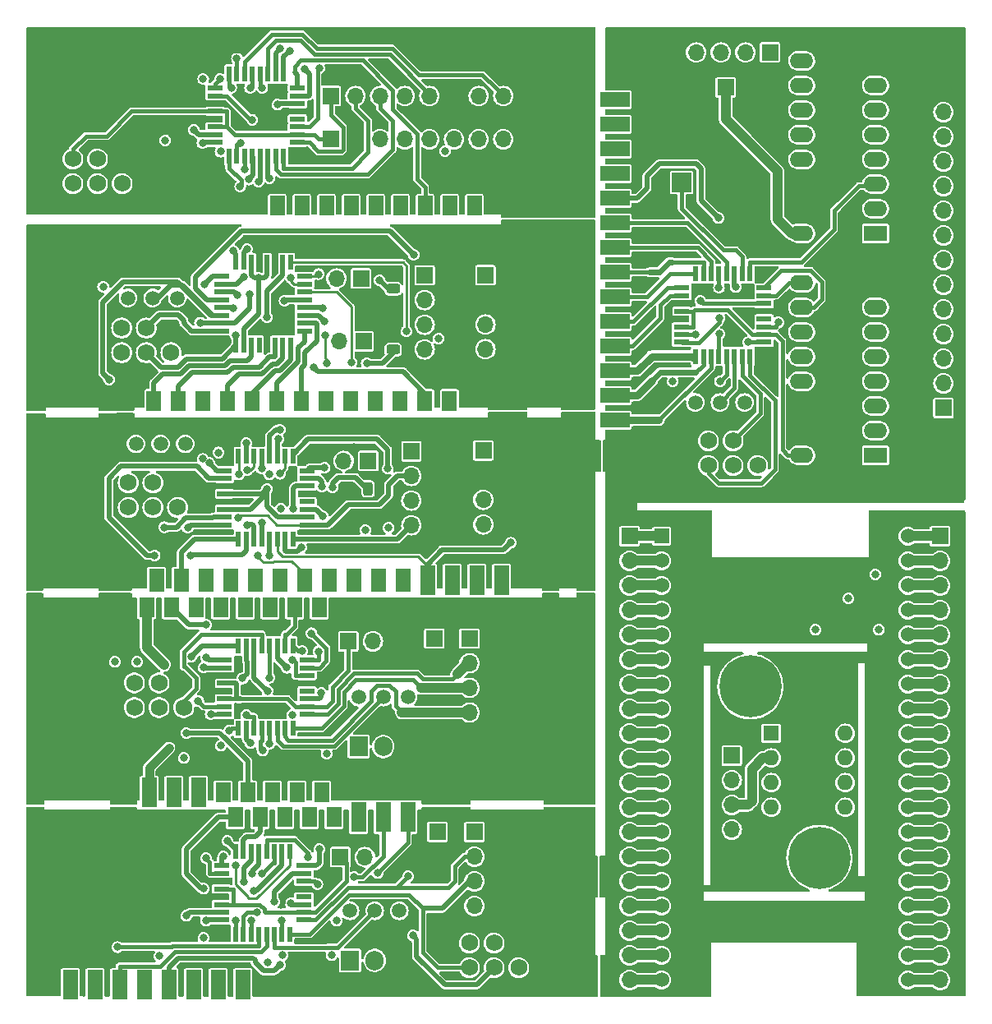
<source format=gbr>
%TF.GenerationSoftware,KiCad,Pcbnew,7.0.7*%
%TF.CreationDate,2023-11-05T16:16:46-05:00*%
%TF.ProjectId,MaisonEtape1,4d616973-6f6e-4457-9461-7065312e6b69,rev?*%
%TF.SameCoordinates,Original*%
%TF.FileFunction,Copper,L1,Top*%
%TF.FilePolarity,Positive*%
%FSLAX46Y46*%
G04 Gerber Fmt 4.6, Leading zero omitted, Abs format (unit mm)*
G04 Created by KiCad (PCBNEW 7.0.7) date 2023-11-05 16:16:46*
%MOMM*%
%LPD*%
G01*
G04 APERTURE LIST*
G04 Aperture macros list*
%AMRoundRect*
0 Rectangle with rounded corners*
0 $1 Rounding radius*
0 $2 $3 $4 $5 $6 $7 $8 $9 X,Y pos of 4 corners*
0 Add a 4 corners polygon primitive as box body*
4,1,4,$2,$3,$4,$5,$6,$7,$8,$9,$2,$3,0*
0 Add four circle primitives for the rounded corners*
1,1,$1+$1,$2,$3*
1,1,$1+$1,$4,$5*
1,1,$1+$1,$6,$7*
1,1,$1+$1,$8,$9*
0 Add four rect primitives between the rounded corners*
20,1,$1+$1,$2,$3,$4,$5,0*
20,1,$1+$1,$4,$5,$6,$7,0*
20,1,$1+$1,$6,$7,$8,$9,0*
20,1,$1+$1,$8,$9,$2,$3,0*%
%AMFreePoly0*
4,1,5,0.762000,-1.524000,-0.762000,-1.524000,-0.762000,1.524000,0.762000,1.524000,0.762000,-1.524000,0.762000,-1.524000,$1*%
%AMFreePoly1*
4,1,5,0.762000,-1.200000,-0.762000,-1.200000,-0.762000,1.200000,0.762000,1.200000,0.762000,-1.200000,0.762000,-1.200000,$1*%
%AMFreePoly2*
4,1,5,0.762000,-1.050000,-0.762000,-1.050000,-0.762000,1.050000,0.762000,1.050000,0.762000,-1.050000,0.762000,-1.050000,$1*%
%AMFreePoly3*
4,1,5,0.762000,-1.000000,-0.762000,-1.000000,-0.762000,1.000000,0.762000,1.000000,0.762000,-1.000000,0.762000,-1.000000,$1*%
G04 Aperture macros list end*
%TA.AperFunction,SMDPad,CuDef*%
%ADD10RoundRect,0.243750X-0.456250X0.243750X-0.456250X-0.243750X0.456250X-0.243750X0.456250X0.243750X0*%
%TD*%
%TA.AperFunction,CastellatedPad*%
%ADD11FreePoly0,180.000000*%
%TD*%
%TA.AperFunction,CastellatedPad*%
%ADD12FreePoly1,180.000000*%
%TD*%
%TA.AperFunction,ComponentPad*%
%ADD13R,1.700000X1.700000*%
%TD*%
%TA.AperFunction,ComponentPad*%
%ADD14O,1.700000X1.700000*%
%TD*%
%TA.AperFunction,ComponentPad*%
%ADD15C,1.750000*%
%TD*%
%TA.AperFunction,ComponentPad*%
%ADD16C,0.800000*%
%TD*%
%TA.AperFunction,ComponentPad*%
%ADD17C,6.400000*%
%TD*%
%TA.AperFunction,CastellatedPad*%
%ADD18FreePoly0,0.000000*%
%TD*%
%TA.AperFunction,CastellatedPad*%
%ADD19FreePoly2,0.000000*%
%TD*%
%TA.AperFunction,ComponentPad*%
%ADD20R,2.000000X2.000000*%
%TD*%
%TA.AperFunction,ComponentPad*%
%ADD21C,2.000000*%
%TD*%
%TA.AperFunction,ComponentPad*%
%ADD22R,2.400000X1.600000*%
%TD*%
%TA.AperFunction,ComponentPad*%
%ADD23O,2.400000X1.600000*%
%TD*%
%TA.AperFunction,ComponentPad*%
%ADD24R,1.530000X1.530000*%
%TD*%
%TA.AperFunction,ComponentPad*%
%ADD25C,1.530000*%
%TD*%
%TA.AperFunction,SMDPad,CuDef*%
%ADD26R,0.550000X1.600000*%
%TD*%
%TA.AperFunction,SMDPad,CuDef*%
%ADD27R,1.600000X0.550000*%
%TD*%
%TA.AperFunction,CastellatedPad*%
%ADD28FreePoly3,0.000000*%
%TD*%
%TA.AperFunction,ComponentPad*%
%ADD29C,1.500000*%
%TD*%
%TA.AperFunction,ComponentPad*%
%ADD30R,1.905000X2.000000*%
%TD*%
%TA.AperFunction,ComponentPad*%
%ADD31O,1.905000X2.000000*%
%TD*%
%TA.AperFunction,CastellatedPad*%
%ADD32FreePoly0,270.000000*%
%TD*%
%TA.AperFunction,ComponentPad*%
%ADD33R,1.600000X1.600000*%
%TD*%
%TA.AperFunction,ComponentPad*%
%ADD34O,1.600000X1.600000*%
%TD*%
%TA.AperFunction,SMDPad,CuDef*%
%ADD35RoundRect,0.243750X-0.243750X-0.456250X0.243750X-0.456250X0.243750X0.456250X-0.243750X0.456250X0*%
%TD*%
%TA.AperFunction,ViaPad*%
%ADD36C,0.800000*%
%TD*%
%TA.AperFunction,Conductor*%
%ADD37C,0.500000*%
%TD*%
%TA.AperFunction,Conductor*%
%ADD38C,0.400000*%
%TD*%
%TA.AperFunction,Conductor*%
%ADD39C,0.250000*%
%TD*%
%TA.AperFunction,Conductor*%
%ADD40C,1.000000*%
%TD*%
%TA.AperFunction,Conductor*%
%ADD41C,0.900000*%
%TD*%
%TA.AperFunction,Conductor*%
%ADD42C,0.800000*%
%TD*%
%TA.AperFunction,Conductor*%
%ADD43C,0.600000*%
%TD*%
G04 APERTURE END LIST*
D10*
%TO.P,Window_1,1,K*%
%TO.N,U1_GND*%
X131445000Y-66880500D03*
%TO.P,Window_1,2,A*%
%TO.N,Net-(Window_1-A)*%
X131445000Y-68755500D03*
%TD*%
D11*
%TO.P,U2_XT1,1,Pin_1*%
%TO.N,U2_ADC6*%
X142621000Y-98806000D03*
%TO.P,U2_XT1,2,Pin_2*%
%TO.N,U2_ADC7*%
X140081000Y-98806000D03*
%TO.P,U2_XT1,3,Pin_3*%
%TO.N,U2_PB1*%
X137541000Y-98806000D03*
%TO.P,U2_XT1,4,Pin_4*%
%TO.N,U2_PB2*%
X135001000Y-98806000D03*
D12*
%TO.P,U2_XT1,5,Pin_5*%
%TO.N,U2_PC0*%
X132461000Y-98806000D03*
%TO.P,U2_XT1,6,Pin_6*%
%TO.N,U2_PC1*%
X129921000Y-98806000D03*
%TO.P,U2_XT1,7,Pin_7*%
%TO.N,U2_PC2*%
X127381000Y-98806000D03*
%TO.P,U2_XT1,8,Pin_8*%
%TO.N,U2_PC3*%
X124841000Y-98806000D03*
%TO.P,U2_XT1,9,Pin_9*%
%TO.N,U2_PD0*%
X122301000Y-98806000D03*
%TO.P,U2_XT1,10,Pin_10*%
%TO.N,U2_PD1*%
X119761000Y-98806000D03*
%TO.P,U2_XT1,11,Pin_11*%
%TO.N,U2_PD2*%
X117221000Y-98806000D03*
%TO.P,U2_XT1,12,Pin_12*%
%TO.N,U2_PD3*%
X114681000Y-98806000D03*
%TO.P,U2_XT1,13,Pin_13*%
%TO.N,U2_PD4*%
X112141000Y-98806000D03*
%TO.P,U2_XT1,14,Pin_14*%
%TO.N,U2_PD5*%
X109601000Y-98806000D03*
%TO.P,U2_XT1,15,Pin_15*%
%TO.N,U2_PD6*%
X107061000Y-98806000D03*
%TD*%
D13*
%TO.P,J_U2A1,1,Pin_1*%
%TO.N,U2_VCC*%
X140750600Y-85410400D03*
D14*
%TO.P,J_U2A1,2,Pin_2*%
%TO.N,U2_GND*%
X140750600Y-87950400D03*
%TO.P,J_U2A1,3,Pin_3*%
%TO.N,U2_i2c_SCL*%
X140750600Y-90490400D03*
%TO.P,J_U2A1,4,Pin_4*%
%TO.N,U2_i2c_SDA*%
X140750600Y-93030400D03*
%TD*%
D10*
%TO.P,Window_2,1,K*%
%TO.N,U1_GND*%
X131445000Y-73152000D03*
%TO.P,Window_2,2,A*%
%TO.N,Net-(Window_2-A)*%
X131445000Y-75027000D03*
%TD*%
D13*
%TO.P,J14,1,Pin_1*%
%TO.N,LT_SPI_SCK*%
X125027100Y-48895000D03*
D14*
%TO.P,J14,2,Pin_2*%
%TO.N,LT_SPI_MISO*%
X127567100Y-48895000D03*
%TO.P,J14,3,Pin_3*%
%TO.N,LT_SPI_MOSI*%
X130107100Y-48895000D03*
%TO.P,J14,4,Pin_4*%
%TO.N,LT_i2c_SCL*%
X132647100Y-48895000D03*
%TO.P,J14,5,Pin_5*%
%TO.N,LT_i2c_SDA*%
X135187100Y-48895000D03*
%TO.P,J14,6,Pin_6*%
%TO.N,LT_GND*%
X137727100Y-48895000D03*
%TO.P,J14,7,Pin_7*%
%TO.N,LT_UART_TX*%
X140267100Y-48895000D03*
%TO.P,J14,8,Pin_8*%
%TO.N,LT_UART_RX*%
X142807100Y-48895000D03*
%TD*%
D15*
%TO.P,J3,1,MISO*%
%TO.N,U3_SPI_MISO*%
X104775000Y-111900000D03*
%TO.P,J3,2,VCC*%
%TO.N,U3_VCC*%
X104775000Y-109360000D03*
%TO.P,J3,3,SCK*%
%TO.N,U3_SPI_SCK*%
X107315000Y-111900000D03*
%TO.P,J3,4,MOSI*%
%TO.N,U3_SPI_MOSI*%
X107315000Y-109360000D03*
%TO.P,J3,5,~{RST}*%
%TO.N,U3_RESET*%
X109855000Y-111900000D03*
%TO.P,J3,6,GND*%
%TO.N,U3_GND*%
X109855000Y-109360000D03*
%TD*%
D13*
%TO.P,U5_PW1,1,Pin_1*%
%TO.N,U5_VCC*%
X165735000Y-48006000D03*
D14*
%TO.P,U5_PW1,2,Pin_2*%
%TO.N,U5_GND*%
X163195000Y-48006000D03*
%TD*%
D16*
%TO.P,MH15,1*%
%TO.N,N/C*%
X184163000Y-86461600D03*
X184865944Y-84764544D03*
X184865944Y-88158656D03*
X186563000Y-84061600D03*
D17*
%TO.N,U5_GND*%
X186563000Y-86461600D03*
D16*
%TO.N,N/C*%
X186563000Y-88861600D03*
X188260056Y-84764544D03*
X188260056Y-88158656D03*
X188963000Y-86461600D03*
%TD*%
D13*
%TO.P,J_SPI_4,1,Pin_1*%
%TO.N,U4_CS2*%
X139827000Y-124714000D03*
D14*
%TO.P,J_SPI_4,2,Pin_2*%
%TO.N,U4_SPI_SCK*%
X139827000Y-127254000D03*
%TO.P,J_SPI_4,3,Pin_3*%
%TO.N,U4_SPI_MISO*%
X139827000Y-129794000D03*
%TO.P,J_SPI_4,4,Pin_4*%
%TO.N,U4_SPI_MOSI*%
X139827000Y-132334000D03*
%TD*%
D13*
%TO.P,J6,1,Pin_1*%
%TO.N,Net-(ESP32-GND3)*%
X187833000Y-94234000D03*
D14*
%TO.P,J6,2,Pin_2*%
%TO.N,Net-(ESP32-IO23)*%
X187833000Y-96774000D03*
%TO.P,J6,3,Pin_3*%
%TO.N,Net-(ESP32-IO22)*%
X187833000Y-99314000D03*
%TO.P,J6,4,Pin_4*%
%TO.N,Net-(ESP32-TXD0)*%
X187833000Y-101854000D03*
%TO.P,J6,5,Pin_5*%
%TO.N,Net-(ESP32-RXD0)*%
X187833000Y-104394000D03*
%TO.P,J6,6,Pin_6*%
%TO.N,Net-(ESP32-IO21)*%
X187833000Y-106934000D03*
%TO.P,J6,7,Pin_7*%
%TO.N,Net-(ESP32-GND2)*%
X187833000Y-109474000D03*
%TO.P,J6,8,Pin_8*%
%TO.N,Net-(ESP32-IO19)*%
X187833000Y-112014000D03*
%TO.P,J6,9,Pin_9*%
%TO.N,Net-(ESP32-IO18)*%
X187833000Y-114554000D03*
%TO.P,J6,10,Pin_10*%
%TO.N,Net-(ESP32-IO5)*%
X187833000Y-117094000D03*
%TO.P,J6,11,Pin_11*%
%TO.N,Net-(ESP32-IO17)*%
X187833000Y-119634000D03*
%TO.P,J6,12,Pin_12*%
%TO.N,Net-(ESP32-IO16)*%
X187833000Y-122174000D03*
%TO.P,J6,13,Pin_13*%
%TO.N,Net-(ESP32-IO4)*%
X187833000Y-124714000D03*
%TO.P,J6,14,Pin_14*%
%TO.N,Net-(ESP32-IO0)*%
X187833000Y-127254000D03*
%TO.P,J6,15,Pin_15*%
%TO.N,Net-(ESP32-IO2)*%
X187833000Y-129794000D03*
%TO.P,J6,16,Pin_16*%
%TO.N,Net-(ESP32-IO15)*%
X187833000Y-132334000D03*
%TO.P,J6,17,Pin_17*%
%TO.N,Net-(ESP32-SD1)*%
X187833000Y-134874000D03*
%TO.P,J6,18,Pin_18*%
%TO.N,Net-(ESP32-SD0)*%
X187833000Y-137414000D03*
%TO.P,J6,19,Pin_19*%
%TO.N,Net-(ESP32-CLK)*%
X187833000Y-139954000D03*
%TD*%
D18*
%TO.P,U4_XT_L1,1,Pin_1*%
%TO.N,U4_ADC6*%
X98171000Y-140462000D03*
%TO.P,U4_XT_L1,2,Pin_2*%
%TO.N,U4_ADC7*%
X100711000Y-140462000D03*
%TO.P,U4_XT_L1,3,Pin_3*%
%TO.N,U4_PB1*%
X103251000Y-140462000D03*
%TO.P,U4_XT_L1,4,Pin_4*%
%TO.N,U4_PC0*%
X105791000Y-140462000D03*
%TO.P,U4_XT_L1,5,Pin_5*%
%TO.N,U4_PC1*%
X108331000Y-140462000D03*
%TO.P,U4_XT_L1,6,Pin_6*%
%TO.N,U4_PC2*%
X110871000Y-140462000D03*
%TO.P,U4_XT_L1,7,Pin_7*%
%TO.N,U4_PC3*%
X113411000Y-140462000D03*
%TO.P,U4_XT_L1,8,Pin_8*%
%TO.N,U4_PC4*%
X115951000Y-140462000D03*
%TD*%
D15*
%TO.P,J4,1,MISO*%
%TO.N,U4_SPI_MISO*%
X139319000Y-138684000D03*
%TO.P,J4,2,VCC*%
%TO.N,U4_VCC*%
X139319000Y-136144000D03*
%TO.P,J4,3,SCK*%
%TO.N,U4_SPI_SCK*%
X141859000Y-138684000D03*
%TO.P,J4,4,MOSI*%
%TO.N,U4_SPI_MOSI*%
X141859000Y-136144000D03*
%TO.P,J4,5,~{RST}*%
%TO.N,U4_RESET*%
X144399000Y-138684000D03*
%TO.P,J4,6,GND*%
%TO.N,U4_GND*%
X144399000Y-136144000D03*
%TD*%
D13*
%TO.P,U4_PW1,1,Pin_1*%
%TO.N,U4_VCC*%
X136017000Y-124699000D03*
D14*
%TO.P,U4_PW1,2,Pin_2*%
%TO.N,U4_GND*%
X136017000Y-127239000D03*
%TD*%
D16*
%TO.P,MH12,1*%
%TO.N,N/C*%
X155287900Y-86533100D03*
X155990844Y-84836044D03*
X155990844Y-88230156D03*
X157687900Y-84133100D03*
D17*
%TO.N,U5_GND*%
X157687900Y-86533100D03*
D16*
%TO.N,N/C*%
X157687900Y-88933100D03*
X159384956Y-84836044D03*
X159384956Y-88230156D03*
X160087900Y-86533100D03*
%TD*%
D18*
%TO.P,U3_XT_R1,1,Pin_1*%
%TO.N,U3_PD0*%
X106299000Y-120650000D03*
%TO.P,U3_XT_R1,2,Pin_2*%
%TO.N,U3_PD1*%
X108839000Y-120650000D03*
%TO.P,U3_XT_R1,3,Pin_3*%
%TO.N,U3_PD2*%
X111379000Y-120650000D03*
D19*
%TO.P,U3_XT_R1,4,Pin_4*%
%TO.N,U3_PD3*%
X113919000Y-120650000D03*
%TO.P,U3_XT_R1,5,Pin_5*%
%TO.N,U3_PD4*%
X116459000Y-120650000D03*
%TO.P,U3_XT_R1,6,Pin_6*%
%TO.N,U3_PD5*%
X118999000Y-120650000D03*
%TO.P,U3_XT_R1,7,Pin_7*%
%TO.N,U3_PD6*%
X121539000Y-120650000D03*
%TO.P,U3_XT_R1,8,Pin_8*%
%TO.N,U3_PD7*%
X124079000Y-120650000D03*
%TD*%
D20*
%TO.P,BZ1,1,-*%
%TO.N,Net-(BZ1--)*%
X161183000Y-57810400D03*
D21*
%TO.P,BZ1,2,+*%
%TO.N,U5_GND*%
X168783000Y-57810400D03*
%TD*%
D22*
%TO.P,U7,1,P7*%
%TO.N,QH2*%
X181178200Y-85902800D03*
D23*
%TO.P,U7,2,Q5*%
%TO.N,unconnected-(U7-Q5-Pad2)*%
X181178200Y-83362800D03*
%TO.P,U7,3,Q7*%
%TO.N,Net-(U6-DS)*%
X181178200Y-80822800D03*
%TO.P,U7,4,P3*%
%TO.N,QD2*%
X181178200Y-78282800D03*
%TO.P,U7,5,P2*%
%TO.N,QC2*%
X181178200Y-75742800D03*
%TO.P,U7,6,P1*%
%TO.N,QB2*%
X181178200Y-73202800D03*
%TO.P,U7,7,P0*%
%TO.N,QA2*%
X181178200Y-70662800D03*
%TO.P,U7,8,Vss*%
%TO.N,U5_GND*%
X181178200Y-68122800D03*
%TO.P,U7,9,PL*%
%TO.N,Clavier_latchPin*%
X173558200Y-68122800D03*
%TO.P,U7,10,CP*%
%TO.N,Clavier_clockPin*%
X173558200Y-70662800D03*
%TO.P,U7,11,DS*%
%TO.N,unconnected-(U7-DS-Pad11)*%
X173558200Y-73202800D03*
%TO.P,U7,12,Q6*%
%TO.N,unconnected-(U7-Q6-Pad12)*%
X173558200Y-75742800D03*
%TO.P,U7,13,P4*%
%TO.N,QE2*%
X173558200Y-78282800D03*
%TO.P,U7,14,P5*%
%TO.N,U5_GND*%
X173558200Y-80822800D03*
%TO.P,U7,15,P6*%
X173558200Y-83362800D03*
%TO.P,U7,16,Vdd*%
%TO.N,U5_VCC*%
X173558200Y-85902800D03*
%TD*%
D16*
%TO.P,MH4,1*%
%TO.N,N/C*%
X184213800Y-45072000D03*
X184916744Y-43374944D03*
X184916744Y-46769056D03*
X186613800Y-42672000D03*
D17*
%TO.N,U5_GND*%
X186613800Y-45072000D03*
D16*
%TO.N,N/C*%
X186613800Y-47472000D03*
X188310856Y-43374944D03*
X188310856Y-46769056D03*
X189013800Y-45072000D03*
%TD*%
D24*
%TO.P,ESP32,1,3V3*%
%TO.N,Net-(ESP32-3V3)*%
X159131000Y-94234000D03*
D25*
%TO.P,ESP32,2,EN*%
%TO.N,Net-(ESP32-EN)*%
X159131000Y-96774000D03*
%TO.P,ESP32,3,SENSOR_VP*%
%TO.N,Net-(ESP32-SENSOR_VP)*%
X159131000Y-99314000D03*
%TO.P,ESP32,4,SENSOR_VN*%
%TO.N,Net-(ESP32-SENSOR_VN)*%
X159131000Y-101854000D03*
%TO.P,ESP32,5,IO34*%
%TO.N,Net-(ESP32-IO34)*%
X159131000Y-104394000D03*
%TO.P,ESP32,6,IO35*%
%TO.N,Net-(ESP32-IO35)*%
X159131000Y-106934000D03*
%TO.P,ESP32,7,IO32*%
%TO.N,Net-(ESP32-IO32)*%
X159131000Y-109474000D03*
%TO.P,ESP32,8,IO33*%
%TO.N,Net-(ESP32-IO33)*%
X159131000Y-112014000D03*
%TO.P,ESP32,9,IO25*%
%TO.N,Net-(ESP32-IO25)*%
X159131000Y-114554000D03*
%TO.P,ESP32,10,IO26*%
%TO.N,Net-(ESP32-IO26)*%
X159131000Y-117094000D03*
%TO.P,ESP32,11,IO27*%
%TO.N,Net-(ESP32-IO27)*%
X159131000Y-119634000D03*
%TO.P,ESP32,12,IO14*%
%TO.N,Net-(ESP32-IO14)*%
X159131000Y-122174000D03*
%TO.P,ESP32,13,IO12*%
%TO.N,Net-(ESP32-IO12)*%
X159131000Y-124714000D03*
%TO.P,ESP32,14,GND1*%
%TO.N,Net-(ESP32-GND1)*%
X159131000Y-127254000D03*
%TO.P,ESP32,15,IO13*%
%TO.N,Net-(ESP32-IO13)*%
X159131000Y-129794000D03*
%TO.P,ESP32,16,SD2*%
%TO.N,Net-(ESP32-SD2)*%
X159131000Y-132334000D03*
%TO.P,ESP32,17,SD3*%
%TO.N,Net-(ESP32-SD3)*%
X159131000Y-134874000D03*
%TO.P,ESP32,18,CMD*%
%TO.N,Net-(ESP32-CMD)*%
X159131000Y-137414000D03*
%TO.P,ESP32,19,EXT_5V*%
%TO.N,Net-(ESP32-EXT_5V)*%
X159131000Y-139954000D03*
%TO.P,ESP32,20,CLK*%
%TO.N,Net-(ESP32-CLK)*%
X184531000Y-139954000D03*
%TO.P,ESP32,21,SD0*%
%TO.N,Net-(ESP32-SD0)*%
X184531000Y-137414000D03*
%TO.P,ESP32,22,SD1*%
%TO.N,Net-(ESP32-SD1)*%
X184531000Y-134874000D03*
%TO.P,ESP32,23,IO15*%
%TO.N,Net-(ESP32-IO15)*%
X184531000Y-132334000D03*
%TO.P,ESP32,24,IO2*%
%TO.N,Net-(ESP32-IO2)*%
X184531000Y-129794000D03*
%TO.P,ESP32,25,IO0*%
%TO.N,Net-(ESP32-IO0)*%
X184531000Y-127254000D03*
%TO.P,ESP32,26,IO4*%
%TO.N,Net-(ESP32-IO4)*%
X184531000Y-124714000D03*
%TO.P,ESP32,27,IO16*%
%TO.N,Net-(ESP32-IO16)*%
X184531000Y-122174000D03*
%TO.P,ESP32,28,IO17*%
%TO.N,Net-(ESP32-IO17)*%
X184531000Y-119634000D03*
%TO.P,ESP32,29,IO5*%
%TO.N,Net-(ESP32-IO5)*%
X184531000Y-117094000D03*
%TO.P,ESP32,30,IO18*%
%TO.N,Net-(ESP32-IO18)*%
X184531000Y-114554000D03*
%TO.P,ESP32,31,IO19*%
%TO.N,Net-(ESP32-IO19)*%
X184531000Y-112014000D03*
%TO.P,ESP32,32,GND2*%
%TO.N,Net-(ESP32-GND2)*%
X184531000Y-109474000D03*
%TO.P,ESP32,33,IO21*%
%TO.N,Net-(ESP32-IO21)*%
X184531000Y-106934000D03*
%TO.P,ESP32,34,RXD0*%
%TO.N,Net-(ESP32-RXD0)*%
X184531000Y-104394000D03*
%TO.P,ESP32,35,TXD0*%
%TO.N,Net-(ESP32-TXD0)*%
X184531000Y-101854000D03*
%TO.P,ESP32,36,IO22*%
%TO.N,Net-(ESP32-IO22)*%
X184531000Y-99314000D03*
%TO.P,ESP32,37,IO23*%
%TO.N,Net-(ESP32-IO23)*%
X184531000Y-96774000D03*
%TO.P,ESP32,38,GND3*%
%TO.N,Net-(ESP32-GND3)*%
X184531000Y-94234000D03*
%TD*%
D26*
%TO.P,U1,1,PD3*%
%TO.N,D3*%
X120853000Y-66040000D03*
%TO.P,U1,2,PD4*%
%TO.N,D4*%
X120053000Y-66040000D03*
%TO.P,U1,3,GND*%
%TO.N,U1_GND*%
X119253000Y-66040000D03*
%TO.P,U1,4,VCC*%
%TO.N,U1_VCC*%
X118453000Y-66040000D03*
%TO.P,U1,5,GND*%
%TO.N,U1_GND*%
X117653000Y-66040000D03*
%TO.P,U1,6,VCC*%
%TO.N,U1_VCC*%
X116853000Y-66040000D03*
%TO.P,U1,7,PB6/XTAL1*%
%TO.N,U1_PB6*%
X116053000Y-66040000D03*
%TO.P,U1,8,PB7/XTAL2*%
%TO.N,U1_PB7*%
X115253000Y-66040000D03*
D27*
%TO.P,U1,9,PD5*%
%TO.N,D5*%
X113803000Y-67490000D03*
%TO.P,U1,10,PD6*%
%TO.N,Net-(U1-PD6)*%
X113803000Y-68290000D03*
%TO.P,U1,11,PD7*%
%TO.N,Net-(U1-PD7)*%
X113803000Y-69090000D03*
%TO.P,U1,12,PB0*%
%TO.N,Net-(U1-PB0)*%
X113803000Y-69890000D03*
%TO.P,U1,13,PB1*%
%TO.N,Net-(U1-PB1)*%
X113803000Y-70690000D03*
%TO.P,U1,14,PB2*%
%TO.N,B2*%
X113803000Y-71490000D03*
%TO.P,U1,15,PB3*%
%TO.N,U1_SPI_MISO*%
X113803000Y-72290000D03*
%TO.P,U1,16,PB4*%
%TO.N,U1_SPI_MOSI*%
X113803000Y-73090000D03*
D26*
%TO.P,U1,17,PB5*%
%TO.N,U1_SPI_SCK*%
X115253000Y-74540000D03*
%TO.P,U1,18,AVCC*%
%TO.N,U1_VCC*%
X116053000Y-74540000D03*
%TO.P,U1,19,ADC6*%
%TO.N,A6*%
X116853000Y-74540000D03*
%TO.P,U1,20,AREF*%
%TO.N,unconnected-(U1-AREF-Pad20)*%
X117653000Y-74540000D03*
%TO.P,U1,21,AGND*%
%TO.N,U1_GND*%
X118453000Y-74540000D03*
%TO.P,U1,22,ADC7*%
%TO.N,A7*%
X119253000Y-74540000D03*
%TO.P,U1,23,PC0*%
%TO.N,C0*%
X120053000Y-74540000D03*
%TO.P,U1,24,PC1*%
%TO.N,C1*%
X120853000Y-74540000D03*
D27*
%TO.P,U1,25,PC2*%
%TO.N,C2*%
X122303000Y-73090000D03*
%TO.P,U1,26,PC3*%
%TO.N,C3*%
X122303000Y-72290000D03*
%TO.P,U1,27,PC4*%
%TO.N,U1_i2c_SDA*%
X122303000Y-71490000D03*
%TO.P,U1,28,PC5*%
%TO.N,U1_i2c_SCL*%
X122303000Y-70690000D03*
%TO.P,U1,29,PC6/~{RESET}*%
%TO.N,U1_RESET*%
X122303000Y-69890000D03*
%TO.P,U1,30,PD0*%
%TO.N,D0*%
X122303000Y-69090000D03*
%TO.P,U1,31,PD1*%
%TO.N,D1*%
X122303000Y-68290000D03*
%TO.P,U1,32,PD2*%
%TO.N,D2*%
X122303000Y-67490000D03*
%TD*%
D22*
%TO.P,U6,1,P7*%
%TO.N,QH1*%
X181178200Y-63042800D03*
D23*
%TO.P,U6,2,Q5*%
%TO.N,unconnected-(U6-Q5-Pad2)*%
X181178200Y-60502800D03*
%TO.P,U6,3,Q7*%
%TO.N,Clavier_dataPin*%
X181178200Y-57962800D03*
%TO.P,U6,4,P3*%
%TO.N,QD1*%
X181178200Y-55422800D03*
%TO.P,U6,5,P2*%
%TO.N,QC1*%
X181178200Y-52882800D03*
%TO.P,U6,6,P1*%
%TO.N,QB1*%
X181178200Y-50342800D03*
%TO.P,U6,7,P0*%
%TO.N,QA1*%
X181178200Y-47802800D03*
%TO.P,U6,8,Vss*%
%TO.N,U5_GND*%
X181178200Y-45262800D03*
%TO.P,U6,9,PL*%
%TO.N,Clavier_latchPin*%
X173558200Y-45262800D03*
%TO.P,U6,10,CP*%
%TO.N,Clavier_clockPin*%
X173558200Y-47802800D03*
%TO.P,U6,11,DS*%
%TO.N,Net-(U6-DS)*%
X173558200Y-50342800D03*
%TO.P,U6,12,Q6*%
%TO.N,unconnected-(U6-Q6-Pad12)*%
X173558200Y-52882800D03*
%TO.P,U6,13,P4*%
%TO.N,QE1*%
X173558200Y-55422800D03*
%TO.P,U6,14,P5*%
%TO.N,U5_GND*%
X173558200Y-57962800D03*
%TO.P,U6,15,P6*%
X173558200Y-60502800D03*
%TO.P,U6,16,Vdd*%
%TO.N,U5_VCC*%
X173558200Y-63042800D03*
%TD*%
D28*
%TO.P,LT_XT1,1,Pin_1*%
%TO.N,LT_ADC6*%
X119507000Y-60198000D03*
%TO.P,LT_XT1,2,Pin_2*%
%TO.N,LT_ADC7*%
X122047000Y-60198000D03*
%TO.P,LT_XT1,3,Pin_3*%
%TO.N,LT_PB0*%
X124587000Y-60198000D03*
%TO.P,LT_XT1,4,Pin_4*%
%TO.N,LT_PB1*%
X127127000Y-60198000D03*
%TO.P,LT_XT1,5,Pin_5*%
%TO.N,LT_PB2*%
X129667000Y-60198000D03*
%TO.P,LT_XT1,6,Pin_6*%
%TO.N,LT_PC0*%
X132207000Y-60198000D03*
%TO.P,LT_XT1,7,Pin_7*%
%TO.N,LT_PC1*%
X134747000Y-60198000D03*
%TO.P,LT_XT1,8,Pin_8*%
%TO.N,LT_PC2*%
X137287000Y-60198000D03*
%TO.P,LT_XT1,9,Pin_9*%
%TO.N,LT_PC3*%
X139827000Y-60198000D03*
%TD*%
%TO.P,U3_XT_L1,1,Pin_1*%
%TO.N,U3_ADC6*%
X106045000Y-101600000D03*
%TO.P,U3_XT_L1,2,Pin_2*%
%TO.N,U3_ADC7*%
X108585000Y-101600000D03*
%TO.P,U3_XT_L1,3,Pin_3*%
%TO.N,U3_PB1*%
X111125000Y-101600000D03*
%TO.P,U3_XT_L1,4,Pin_4*%
%TO.N,U3_PC0*%
X113665000Y-101600000D03*
%TO.P,U3_XT_L1,5,Pin_5*%
%TO.N,U3_PC1*%
X116205000Y-101600000D03*
%TO.P,U3_XT_L1,6,Pin_6*%
%TO.N,U3_PC2*%
X118745000Y-101600000D03*
%TO.P,U3_XT_L1,7,Pin_7*%
%TO.N,U3_PC3*%
X121285000Y-101600000D03*
%TO.P,U3_XT_L1,8,Pin_8*%
%TO.N,U3_PC4*%
X123825000Y-101600000D03*
%TD*%
D29*
%TO.P,SW_U3,1*%
%TO.N,Net-(U3-PB2)*%
X130429000Y-110833200D03*
%TO.P,SW_U3,2,cs*%
%TO.N,U3_CS1*%
X127889000Y-110833200D03*
%TO.P,SW_U3,3,prog*%
%TO.N,unconnected-(SW_U3-prog-Pad3)*%
X132969000Y-110833200D03*
%TD*%
D13*
%TO.P,J_SPI_5,1,Pin_1*%
%TO.N,U5_CS3*%
X170307000Y-44399200D03*
D14*
%TO.P,J_SPI_5,2,Pin_2*%
%TO.N,U5_SPI_SCK*%
X167767000Y-44399200D03*
%TO.P,J_SPI_5,3,Pin_3*%
%TO.N,U5_SPI_MISO*%
X165227000Y-44399200D03*
%TO.P,J_SPI_5,4,Pin_4*%
%TO.N,U5_SPI_MOSI*%
X162687000Y-44399200D03*
%TD*%
D27*
%TO.P,U2,1,PD3*%
%TO.N,U2_PD3*%
X114055000Y-87479800D03*
%TO.P,U2,2,PD4*%
%TO.N,U2_PD4*%
X114055000Y-88279800D03*
%TO.P,U2,3,GND*%
%TO.N,U2_GND*%
X114055000Y-89079800D03*
%TO.P,U2,4,VCC*%
%TO.N,U2_VCC*%
X114055000Y-89879800D03*
%TO.P,U2,5,GND*%
%TO.N,U2_GND*%
X114055000Y-90679800D03*
%TO.P,U2,6,VCC*%
%TO.N,U2_VCC*%
X114055000Y-91479800D03*
%TO.P,U2,7,PB6/XTAL1*%
%TO.N,U2_PB6*%
X114055000Y-92279800D03*
%TO.P,U2,8,PB7/XTAL2*%
%TO.N,U2_PB7*%
X114055000Y-93079800D03*
D26*
%TO.P,U2,9,PD5*%
%TO.N,U2_PD5*%
X115505000Y-94529800D03*
%TO.P,U2,10,PD6*%
%TO.N,U2_PD6*%
X116305000Y-94529800D03*
%TO.P,U2,11,PD7*%
%TO.N,Net-(Door1-Pin_1)*%
X117105000Y-94529800D03*
%TO.P,U2,12,PB0*%
%TO.N,Net-(U2-PB0)*%
X117905000Y-94529800D03*
%TO.P,U2,13,PB1*%
%TO.N,U2_PB1*%
X118705000Y-94529800D03*
%TO.P,U2,14,PB2*%
%TO.N,U2_PB2*%
X119505000Y-94529800D03*
%TO.P,U2,15,PB3*%
%TO.N,U2_SPI_MISO*%
X120305000Y-94529800D03*
%TO.P,U2,16,PB4*%
%TO.N,U2_SPI_MOSI*%
X121105000Y-94529800D03*
D27*
%TO.P,U2,17,PB5*%
%TO.N,U2_SPI_SCK*%
X122555000Y-93079800D03*
%TO.P,U2,18,AVCC*%
%TO.N,U2_VCC*%
X122555000Y-92279800D03*
%TO.P,U2,19,ADC6*%
%TO.N,U2_ADC6*%
X122555000Y-91479800D03*
%TO.P,U2,20,AREF*%
%TO.N,unconnected-(U2-AREF-Pad20)*%
X122555000Y-90679800D03*
%TO.P,U2,21,AGND*%
%TO.N,U2_GND*%
X122555000Y-89879800D03*
%TO.P,U2,22,ADC7*%
%TO.N,U2_ADC7*%
X122555000Y-89079800D03*
%TO.P,U2,23,PC0*%
%TO.N,U2_PC0*%
X122555000Y-88279800D03*
%TO.P,U2,24,PC1*%
%TO.N,U2_PC1*%
X122555000Y-87479800D03*
D26*
%TO.P,U2,25,PC2*%
%TO.N,U2_PC2*%
X121105000Y-86029800D03*
%TO.P,U2,26,PC3*%
%TO.N,U2_PC3*%
X120305000Y-86029800D03*
%TO.P,U2,27,PC4*%
%TO.N,U2_i2c_SDA*%
X119505000Y-86029800D03*
%TO.P,U2,28,PC5*%
%TO.N,U2_i2c_SCL*%
X118705000Y-86029800D03*
%TO.P,U2,29,PC6/~{RESET}*%
%TO.N,U2_RESET*%
X117905000Y-86029800D03*
%TO.P,U2,30,PD0*%
%TO.N,U2_PD0*%
X117105000Y-86029800D03*
%TO.P,U2,31,PD1*%
%TO.N,U2_PD1*%
X116305000Y-86029800D03*
%TO.P,U2,32,PD2*%
%TO.N,U2_PD2*%
X115505000Y-86029800D03*
%TD*%
D13*
%TO.P,J7,1,Pin_1*%
%TO.N,Net-(ESP32-3V3)*%
X155829000Y-94234000D03*
D14*
%TO.P,J7,2,Pin_2*%
%TO.N,Net-(ESP32-EN)*%
X155829000Y-96774000D03*
%TO.P,J7,3,Pin_3*%
%TO.N,Net-(ESP32-SENSOR_VP)*%
X155829000Y-99314000D03*
%TO.P,J7,4,Pin_4*%
%TO.N,Net-(ESP32-SENSOR_VN)*%
X155829000Y-101854000D03*
%TO.P,J7,5,Pin_5*%
%TO.N,Net-(ESP32-IO34)*%
X155829000Y-104394000D03*
%TO.P,J7,6,Pin_6*%
%TO.N,Net-(ESP32-IO35)*%
X155829000Y-106934000D03*
%TO.P,J7,7,Pin_7*%
%TO.N,Net-(ESP32-IO32)*%
X155829000Y-109474000D03*
%TO.P,J7,8,Pin_8*%
%TO.N,Net-(ESP32-IO33)*%
X155829000Y-112014000D03*
%TO.P,J7,9,Pin_9*%
%TO.N,Net-(ESP32-IO25)*%
X155829000Y-114554000D03*
%TO.P,J7,10,Pin_10*%
%TO.N,Net-(ESP32-IO26)*%
X155829000Y-117094000D03*
%TO.P,J7,11,Pin_11*%
%TO.N,Net-(ESP32-IO27)*%
X155829000Y-119634000D03*
%TO.P,J7,12,Pin_12*%
%TO.N,Net-(ESP32-IO14)*%
X155829000Y-122174000D03*
%TO.P,J7,13,Pin_13*%
%TO.N,Net-(ESP32-IO12)*%
X155829000Y-124714000D03*
%TO.P,J7,14,Pin_14*%
%TO.N,Net-(ESP32-GND1)*%
X155829000Y-127254000D03*
%TO.P,J7,15,Pin_15*%
%TO.N,Net-(ESP32-IO13)*%
X155829000Y-129794000D03*
%TO.P,J7,16,Pin_16*%
%TO.N,Net-(ESP32-SD2)*%
X155829000Y-132334000D03*
%TO.P,J7,17,Pin_17*%
%TO.N,Net-(ESP32-SD3)*%
X155829000Y-134874000D03*
%TO.P,J7,18,Pin_18*%
%TO.N,Net-(ESP32-CMD)*%
X155829000Y-137414000D03*
%TO.P,J7,19,Pin_19*%
%TO.N,Net-(ESP32-EXT_5V)*%
X155829000Y-139954000D03*
%TD*%
D15*
%TO.P,Jmaster1,1,MISO*%
%TO.N,LT_SPI_MISO*%
X98425000Y-57912000D03*
%TO.P,Jmaster1,2,VCC*%
%TO.N,LT_VCC*%
X98425000Y-55372000D03*
%TO.P,Jmaster1,3,SCK*%
%TO.N,LT_SPI_SCK*%
X100965000Y-57912000D03*
%TO.P,Jmaster1,4,MOSI*%
%TO.N,LT_SPI_MOSI*%
X100965000Y-55372000D03*
%TO.P,Jmaster1,5,~{RST}*%
%TO.N,LT_RESET*%
X103505000Y-57912000D03*
%TO.P,Jmaster1,6,GND*%
%TO.N,LT_GND*%
X103505000Y-55372000D03*
%TD*%
D13*
%TO.P,J_U6,1,Pin_1*%
%TO.N,U6_VCC*%
X166363000Y-116840000D03*
D14*
%TO.P,J_U6,2,Pin_2*%
%TO.N,U6_GND*%
X166363000Y-119380000D03*
%TO.P,J_U6,3,Pin_3*%
%TO.N,U6_i2c_SCL*%
X166363000Y-121920000D03*
%TO.P,J_U6,4,Pin_4*%
%TO.N,U6_i2c_SDA*%
X166363000Y-124460000D03*
%TD*%
D13*
%TO.P,Door1,1,Pin_1*%
%TO.N,Net-(Door1-Pin_1)*%
X128885000Y-86486600D03*
D14*
%TO.P,Door1,2,Pin_2*%
%TO.N,U2_VCC*%
X126345000Y-86486600D03*
%TD*%
D16*
%TO.P,MH21,1*%
%TO.N,N/C*%
X95978900Y-110422100D03*
X96681844Y-108725044D03*
X96681844Y-112119156D03*
X98378900Y-108022100D03*
D17*
%TO.N,U3_GND*%
X98378900Y-110422100D03*
D16*
%TO.N,N/C*%
X98378900Y-112822100D03*
X100075956Y-108725044D03*
X100075956Y-112119156D03*
X100778900Y-110422100D03*
%TD*%
D13*
%TO.P,J_SPI_3,1,Pin_1*%
%TO.N,U3_CS1*%
X139319000Y-104788000D03*
D14*
%TO.P,J_SPI_3,2,Pin_2*%
%TO.N,U3_SPI_SCK*%
X139319000Y-107328000D03*
%TO.P,J_SPI_3,3,Pin_3*%
%TO.N,U3_SPI_MISO*%
X139319000Y-109868000D03*
%TO.P,J_SPI_3,4,Pin_4*%
%TO.N,U3_SPI_MOSI*%
X139319000Y-112408000D03*
%TD*%
D16*
%TO.P,MH5,1*%
%TO.N,N/C*%
X95453800Y-71547100D03*
X96156744Y-69850044D03*
X96156744Y-73244156D03*
X97853800Y-69147100D03*
D17*
%TO.N,U1_GND*%
X97853800Y-71547100D03*
D16*
%TO.N,N/C*%
X97853800Y-73947100D03*
X99550856Y-69850044D03*
X99550856Y-73244156D03*
X100253800Y-71547100D03*
%TD*%
D29*
%TO.P,SW1,1*%
%TO.N,B2*%
X106654600Y-69697600D03*
%TO.P,SW1,2,cs*%
%TO.N,U1_CS4*%
X104114600Y-69697600D03*
%TO.P,SW1,3,prog*%
%TO.N,unconnected-(SW1-prog-Pad3)*%
X109194600Y-69697600D03*
%TD*%
D28*
%TO.P,U1_XT1,1,Pin_1*%
%TO.N,A6*%
X106781600Y-80289400D03*
%TO.P,U1_XT1,2,Pin_2*%
%TO.N,A7*%
X109321600Y-80289400D03*
%TO.P,U1_XT1,3,Pin_3*%
%TO.N,B2*%
X111861600Y-80289400D03*
%TO.P,U1_XT1,4,Pin_4*%
%TO.N,C0*%
X114401600Y-80289400D03*
%TO.P,U1_XT1,5,Pin_5*%
%TO.N,C1*%
X116941600Y-80289400D03*
%TO.P,U1_XT1,6,Pin_6*%
%TO.N,C2*%
X119481600Y-80289400D03*
%TO.P,U1_XT1,7,Pin_7*%
%TO.N,C3*%
X122021600Y-80289400D03*
%TO.P,U1_XT1,8,Pin_8*%
%TO.N,D0*%
X124561600Y-80289400D03*
%TO.P,U1_XT1,9,Pin_9*%
%TO.N,D1*%
X127101600Y-80289400D03*
%TO.P,U1_XT1,10,Pin_10*%
%TO.N,D2*%
X129641600Y-80289400D03*
%TO.P,U1_XT1,11,Pin_11*%
%TO.N,D3*%
X132181600Y-80289400D03*
%TO.P,U1_XT1,12,Pin_12*%
%TO.N,D4*%
X134721600Y-80289400D03*
%TO.P,U1_XT1,13,Pin_13*%
%TO.N,D5*%
X137261600Y-80289400D03*
%TD*%
D27*
%TO.P,U4,1,PD3*%
%TO.N,U4_PD3*%
X113740000Y-128185600D03*
%TO.P,U4,2,PD4*%
%TO.N,U4_PD4*%
X113740000Y-128985600D03*
%TO.P,U4,3,GND*%
%TO.N,U4_GND*%
X113740000Y-129785600D03*
%TO.P,U4,4,VCC*%
%TO.N,U4_VCC*%
X113740000Y-130585600D03*
%TO.P,U4,5,GND*%
%TO.N,U4_GND*%
X113740000Y-131385600D03*
%TO.P,U4,6,VCC*%
%TO.N,U4_VCC*%
X113740000Y-132185600D03*
%TO.P,U4,7,PB6/XTAL1*%
%TO.N,U4_PB6*%
X113740000Y-132985600D03*
%TO.P,U4,8,PB7/XTAL2*%
%TO.N,U4_PB7*%
X113740000Y-133785600D03*
D26*
%TO.P,U4,9,PD5*%
%TO.N,U4_PD5*%
X115190000Y-135235600D03*
%TO.P,U4,10,PD6*%
%TO.N,U4_PD6*%
X115990000Y-135235600D03*
%TO.P,U4,11,PD7*%
%TO.N,U4_PD7*%
X116790000Y-135235600D03*
%TO.P,U4,12,PB0*%
%TO.N,U4_PB0*%
X117590000Y-135235600D03*
%TO.P,U4,13,PB1*%
%TO.N,U4_PB1*%
X118390000Y-135235600D03*
%TO.P,U4,14,PB2*%
%TO.N,Net-(U4-PB2)*%
X119190000Y-135235600D03*
%TO.P,U4,15,PB3*%
%TO.N,U4_SPI_MOSI*%
X119990000Y-135235600D03*
%TO.P,U4,16,PB4*%
%TO.N,U4_SPI_MISO*%
X120790000Y-135235600D03*
D27*
%TO.P,U4,17,PB5*%
%TO.N,U4_SPI_SCK*%
X122240000Y-133785600D03*
%TO.P,U4,18,AVCC*%
%TO.N,U4_VCC*%
X122240000Y-132985600D03*
%TO.P,U4,19,ADC6*%
%TO.N,U4_ADC6*%
X122240000Y-132185600D03*
%TO.P,U4,20,AREF*%
%TO.N,unconnected-(U4-AREF-Pad20)*%
X122240000Y-131385600D03*
%TO.P,U4,21,AGND*%
%TO.N,U4_GND*%
X122240000Y-130585600D03*
%TO.P,U4,22,ADC7*%
%TO.N,U4_ADC7*%
X122240000Y-129785600D03*
%TO.P,U4,23,PC0*%
%TO.N,U4_PC0*%
X122240000Y-128985600D03*
%TO.P,U4,24,PC1*%
%TO.N,U4_PC1*%
X122240000Y-128185600D03*
D26*
%TO.P,U4,25,PC2*%
%TO.N,U4_PC2*%
X120790000Y-126735600D03*
%TO.P,U4,26,PC3*%
%TO.N,U4_PC3*%
X119990000Y-126735600D03*
%TO.P,U4,27,PC4*%
%TO.N,U4_PC4*%
X119190000Y-126735600D03*
%TO.P,U4,28,PC5*%
%TO.N,GPIO_Moteur*%
X118390000Y-126735600D03*
%TO.P,U4,29,PC6/~{RESET}*%
%TO.N,U4_RESET*%
X117590000Y-126735600D03*
%TO.P,U4,30,PD0*%
%TO.N,U4_PD0*%
X116790000Y-126735600D03*
%TO.P,U4,31,PD1*%
%TO.N,U4_PD1*%
X115990000Y-126735600D03*
%TO.P,U4,32,PD2*%
%TO.N,U4_PD2*%
X115190000Y-126735600D03*
%TD*%
D30*
%TO.P,Q1,1,D*%
%TO.N,Net-(J11-Pin_2)*%
X127013000Y-137944400D03*
D31*
%TO.P,Q1,2,G*%
%TO.N,Net-(Q1-G)*%
X129553000Y-137944400D03*
%TO.P,Q1,3,S*%
%TO.N,U4_GND*%
X132093000Y-137944400D03*
%TD*%
D15*
%TO.P,J2,1,MISO*%
%TO.N,U2_SPI_MISO*%
X104140000Y-91279800D03*
%TO.P,J2,2,VCC*%
%TO.N,U2_VCC*%
X104140000Y-88739800D03*
%TO.P,J2,3,SCK*%
%TO.N,U2_SPI_SCK*%
X106680000Y-91279800D03*
%TO.P,J2,4,MOSI*%
%TO.N,U2_SPI_MOSI*%
X106680000Y-88739800D03*
%TO.P,J2,5,~{RST}*%
%TO.N,U2_RESET*%
X109220000Y-91279800D03*
%TO.P,J2,6,GND*%
%TO.N,U2_GND*%
X109220000Y-88739800D03*
%TD*%
D16*
%TO.P,MH30,1*%
%TO.N,N/C*%
X145809000Y-110122000D03*
X146511944Y-108424944D03*
X146511944Y-111819056D03*
X148209000Y-107722000D03*
D17*
%TO.N,U3_GND*%
X148209000Y-110122000D03*
D16*
%TO.N,N/C*%
X148209000Y-112522000D03*
X149906056Y-108424944D03*
X149906056Y-111819056D03*
X150609000Y-110122000D03*
%TD*%
D13*
%TO.P,J_U1B1,1,Pin_1*%
%TO.N,U1_CS4*%
X134696200Y-67370800D03*
D14*
%TO.P,J_U1B1,2,Pin_2*%
%TO.N,U1_SPI_SCK*%
X134696200Y-69910800D03*
%TO.P,J_U1B1,3,Pin_3*%
%TO.N,U1_SPI_MISO*%
X134696200Y-72450800D03*
%TO.P,J_U1B1,4,Pin_4*%
%TO.N,U1_SPI_MOSI*%
X134696200Y-74990800D03*
%TD*%
D15*
%TO.P,J1,1,MISO*%
%TO.N,U1_SPI_MISO*%
X103454200Y-75336400D03*
%TO.P,J1,2,VCC*%
%TO.N,U1_VCC*%
X103454200Y-72796400D03*
%TO.P,J1,3,SCK*%
%TO.N,U1_SPI_SCK*%
X105994200Y-75336400D03*
%TO.P,J1,4,MOSI*%
%TO.N,U1_SPI_MOSI*%
X105994200Y-72796400D03*
%TO.P,J1,5,~{RST}*%
%TO.N,U1_RESET*%
X108534200Y-75336400D03*
%TO.P,J1,6,GND*%
%TO.N,U1_GND*%
X108534200Y-72796400D03*
%TD*%
D27*
%TO.P,LT1,1,PD3*%
%TO.N,LT_CS2*%
X113089100Y-48068000D03*
%TO.P,LT1,2,PD4*%
%TO.N,LT_CS3*%
X113089100Y-48868000D03*
%TO.P,LT1,3,GND*%
%TO.N,LT_GND*%
X113089100Y-49668000D03*
%TO.P,LT1,4,VCC*%
%TO.N,LT_VCC*%
X113089100Y-50468000D03*
%TO.P,LT1,5,GND*%
%TO.N,LT_GND*%
X113089100Y-51268000D03*
%TO.P,LT1,6,VCC*%
%TO.N,LT_VCC*%
X113089100Y-52068000D03*
%TO.P,LT1,7,PB6/XTAL1*%
%TO.N,LT_PB6*%
X113089100Y-52868000D03*
%TO.P,LT1,8,PB7/XTAL2*%
%TO.N,LT_PB7*%
X113089100Y-53668000D03*
D26*
%TO.P,LT1,9,PD5*%
%TO.N,LT_CS4*%
X114539100Y-55118000D03*
%TO.P,LT1,10,PD6*%
%TO.N,LT_CS5*%
X115339100Y-55118000D03*
%TO.P,LT1,11,PD7*%
%TO.N,LT_CS6*%
X116139100Y-55118000D03*
%TO.P,LT1,12,PB0*%
%TO.N,LT_PB0*%
X116939100Y-55118000D03*
%TO.P,LT1,13,PB1*%
%TO.N,LT_PB1*%
X117739100Y-55118000D03*
%TO.P,LT1,14,PB2*%
%TO.N,LT_PB2*%
X118539100Y-55118000D03*
%TO.P,LT1,15,PB3*%
%TO.N,LT_SPI_MOSI*%
X119339100Y-55118000D03*
%TO.P,LT1,16,PB4*%
%TO.N,LT_SPI_MISO*%
X120139100Y-55118000D03*
D27*
%TO.P,LT1,17,PB5*%
%TO.N,LT_SPI_SCK*%
X121589100Y-53668000D03*
%TO.P,LT1,18,AVCC*%
%TO.N,LT_VCC*%
X121589100Y-52868000D03*
%TO.P,LT1,19,ADC6*%
%TO.N,LT_ADC6*%
X121589100Y-52068000D03*
%TO.P,LT1,20,AREF*%
%TO.N,unconnected-(LT1-AREF-Pad20)*%
X121589100Y-51268000D03*
%TO.P,LT1,21,AGND*%
%TO.N,LT_GND*%
X121589100Y-50468000D03*
%TO.P,LT1,22,ADC7*%
%TO.N,LT_ADC7*%
X121589100Y-49668000D03*
%TO.P,LT1,23,PC0*%
%TO.N,LT_PC0*%
X121589100Y-48868000D03*
%TO.P,LT1,24,PC1*%
%TO.N,LT_PC1*%
X121589100Y-48068000D03*
D26*
%TO.P,LT1,25,PC2*%
%TO.N,LT_PC2*%
X120139100Y-46618000D03*
%TO.P,LT1,26,PC3*%
%TO.N,LT_PC3*%
X119339100Y-46618000D03*
%TO.P,LT1,27,PC4*%
%TO.N,LT_i2c_SDA*%
X118539100Y-46618000D03*
%TO.P,LT1,28,PC5*%
%TO.N,LT_i2c_SCL*%
X117739100Y-46618000D03*
%TO.P,LT1,29,PC6/~{RESET}*%
%TO.N,LT_RESET*%
X116939100Y-46618000D03*
%TO.P,LT1,30,PD0*%
%TO.N,LT_UART_RX*%
X116139100Y-46618000D03*
%TO.P,LT1,31,PD1*%
%TO.N,LT_UART_TX*%
X115339100Y-46618000D03*
%TO.P,LT1,32,PD2*%
%TO.N,LT_CS1*%
X114539100Y-46618000D03*
%TD*%
D16*
%TO.P,MH11,1*%
%TO.N,N/C*%
X145174000Y-90999900D03*
X145876944Y-89302844D03*
X145876944Y-92696956D03*
X147574000Y-88599900D03*
D17*
%TO.N,U2_GND*%
X147574000Y-90999900D03*
D16*
%TO.N,N/C*%
X147574000Y-93399900D03*
X149271056Y-89302844D03*
X149271056Y-92696956D03*
X149974000Y-90999900D03*
%TD*%
D32*
%TO.P,U5_XT1,1,Pin_1*%
%TO.N,U5_ADC6*%
X154305000Y-49276000D03*
%TO.P,U5_XT1,2,Pin_2*%
%TO.N,U5_ADC7*%
X154305000Y-51816000D03*
%TO.P,U5_XT1,3,Pin_3*%
%TO.N,U5_PB0*%
X154305000Y-54356000D03*
%TO.P,U5_XT1,4,Pin_4*%
%TO.N,U5_PB1*%
X154305000Y-56896000D03*
%TO.P,U5_XT1,5,Pin_5*%
%TO.N,U5_PC4*%
X154305000Y-59436000D03*
%TO.P,U5_XT1,6,Pin_6*%
%TO.N,U5_PC5*%
X154305000Y-61976000D03*
%TO.P,U5_XT1,7,Pin_7*%
%TO.N,U5_PD0*%
X154305000Y-64516000D03*
%TO.P,U5_XT1,8,Pin_8*%
%TO.N,U5_PD1*%
X154305000Y-67056000D03*
%TO.P,U5_XT1,9,Pin_9*%
%TO.N,U5_PD2*%
X154305000Y-69596000D03*
%TO.P,U5_XT1,10,Pin_10*%
%TO.N,U5_PD3*%
X154305000Y-72136000D03*
%TO.P,U5_XT1,11,Pin_11*%
%TO.N,U5_PD4*%
X154305000Y-74676000D03*
%TO.P,U5_XT1,12,Pin_12*%
%TO.N,U5_PD5*%
X154305000Y-77216000D03*
%TO.P,U5_XT1,13,Pin_13*%
%TO.N,U5_PD6*%
X154305000Y-79756000D03*
%TO.P,U5_XT1,14,Pin_14*%
%TO.N,U5_PD7*%
X154305000Y-82296000D03*
%TD*%
D33*
%TO.P,U8,1,SDA*%
%TO.N,U6_i2c_SDA*%
X170427000Y-114554000D03*
D34*
%TO.P,U8,2,SCL*%
%TO.N,U6_i2c_SCL*%
X170427000Y-117094000D03*
%TO.P,U8,3,T_{OUT}*%
%TO.N,unconnected-(U8-T_{OUT}-Pad3)*%
X170427000Y-119634000D03*
%TO.P,U8,4,GND*%
%TO.N,U6_GND*%
X170427000Y-122174000D03*
%TO.P,U8,5,A2*%
X178047000Y-122174000D03*
%TO.P,U8,6,A1*%
X178047000Y-119634000D03*
%TO.P,U8,7,A0*%
X178047000Y-117094000D03*
%TO.P,U8,8,V_{DD}*%
%TO.N,U6_VCC*%
X178047000Y-114554000D03*
%TD*%
D13*
%TO.P,Window2,1,Pin_1*%
%TO.N,Net-(U1-PD7)*%
X128397000Y-74168000D03*
D14*
%TO.P,Window2,2,Pin_2*%
%TO.N,U1_VCC*%
X125857000Y-74168000D03*
%TD*%
D16*
%TO.P,MH7,1*%
%TO.N,N/C*%
X95978900Y-90030000D03*
X96681844Y-88332944D03*
X96681844Y-91727056D03*
X98378900Y-87630000D03*
D17*
%TO.N,U2_GND*%
X98378900Y-90030000D03*
D16*
%TO.N,N/C*%
X98378900Y-92430000D03*
X100075956Y-88332944D03*
X100075956Y-91727056D03*
X100778900Y-90030000D03*
%TD*%
%TO.P,MH50,1*%
%TO.N,N/C*%
X146063000Y-131686000D03*
X146765944Y-129988944D03*
X146765944Y-133383056D03*
X148463000Y-129286000D03*
D17*
%TO.N,U4_GND*%
X148463000Y-131686000D03*
D16*
%TO.N,N/C*%
X148463000Y-134086000D03*
X150160056Y-129988944D03*
X150160056Y-133383056D03*
X150863000Y-131686000D03*
%TD*%
D13*
%TO.P,J12,1,Pin_1*%
%TO.N,U3_VCC*%
X126822200Y-105067400D03*
D14*
%TO.P,J12,2,Pin_2*%
%TO.N,Net-(J12-Pin_2)*%
X129362200Y-105067400D03*
%TD*%
D15*
%TO.P,J5,1,MISO*%
%TO.N,U5_SPI_MISO*%
X163957000Y-86960000D03*
%TO.P,J5,2,VCC*%
%TO.N,U5_VCC*%
X163957000Y-84420000D03*
%TO.P,J5,3,SCK*%
%TO.N,U5_SPI_SCK*%
X166497000Y-86960000D03*
%TO.P,J5,4,MOSI*%
%TO.N,U5_SPI_MOSI*%
X166497000Y-84420000D03*
%TO.P,J5,5,~{RST}*%
%TO.N,U5_RESET*%
X169037000Y-86960000D03*
%TO.P,J5,6,GND*%
%TO.N,U5_GND*%
X169037000Y-84420000D03*
%TD*%
D16*
%TO.P,MH1,1*%
%TO.N,N/C*%
X95657000Y-49416000D03*
X96359944Y-47718944D03*
X96359944Y-51113056D03*
X98057000Y-47016000D03*
D17*
%TO.N,LT_GND*%
X98057000Y-49416000D03*
D16*
%TO.N,N/C*%
X98057000Y-51816000D03*
X99754056Y-47718944D03*
X99754056Y-51113056D03*
X100457000Y-49416000D03*
%TD*%
%TO.P,MH6,1*%
%TO.N,N/C*%
X145809000Y-71247000D03*
X146511944Y-69549944D03*
X146511944Y-72944056D03*
X148209000Y-68847000D03*
D17*
%TO.N,U1_GND*%
X148209000Y-71247000D03*
D16*
%TO.N,N/C*%
X148209000Y-73647000D03*
X149906056Y-69549944D03*
X149906056Y-72944056D03*
X150609000Y-71247000D03*
%TD*%
D13*
%TO.P,U3_PW1,1,Pin_1*%
%TO.N,U3_VCC*%
X135685000Y-104783000D03*
D14*
%TO.P,U3_PW1,2,Pin_2*%
%TO.N,U3_GND*%
X135685000Y-107323000D03*
%TD*%
D29*
%TO.P,SW_U4,1*%
%TO.N,Net-(U4-PB2)*%
X129553000Y-132833800D03*
%TO.P,SW_U4,2,cs*%
%TO.N,U4_CS2*%
X127013000Y-132833800D03*
%TO.P,SW_U4,3,prog*%
%TO.N,unconnected-(SW_U4-prog-Pad3)*%
X132093000Y-132833800D03*
%TD*%
D16*
%TO.P,Mh3,1*%
%TO.N,N/C*%
X155033900Y-45131100D03*
X155736844Y-43434044D03*
X155736844Y-46828156D03*
X157433900Y-42731100D03*
D17*
%TO.N,U5_GND*%
X157433900Y-45131100D03*
D16*
%TO.N,N/C*%
X157433900Y-47531100D03*
X159130956Y-43434044D03*
X159130956Y-46828156D03*
X159833900Y-45131100D03*
%TD*%
D13*
%TO.P,J_U1A1,1,Pin_1*%
%TO.N,U1_VCC*%
X140967600Y-67351600D03*
D14*
%TO.P,J_U1A1,2,Pin_2*%
%TO.N,U1_GND*%
X140967600Y-69891600D03*
%TO.P,J_U1A1,3,Pin_3*%
%TO.N,U1_i2c_SCL*%
X140967600Y-72431600D03*
%TO.P,J_U1A1,4,Pin_4*%
%TO.N,U1_i2c_SDA*%
X140967600Y-74971600D03*
%TD*%
D27*
%TO.P,U3,1,PD3*%
%TO.N,U3_PD3*%
X114055000Y-107000000D03*
%TO.P,U3,2,PD4*%
%TO.N,U3_PD4*%
X114055000Y-107800000D03*
%TO.P,U3,3,GND*%
%TO.N,U3_GND*%
X114055000Y-108600000D03*
%TO.P,U3,4,VCC*%
%TO.N,U3_VCC*%
X114055000Y-109400000D03*
%TO.P,U3,5,GND*%
%TO.N,U3_GND*%
X114055000Y-110200000D03*
%TO.P,U3,6,VCC*%
%TO.N,U3_VCC*%
X114055000Y-111000000D03*
%TO.P,U3,7,PB6/XTAL1*%
%TO.N,U3_PB6*%
X114055000Y-111800000D03*
%TO.P,U3,8,PB7/XTAL2*%
%TO.N,U3_PB7*%
X114055000Y-112600000D03*
D26*
%TO.P,U3,9,PD5*%
%TO.N,U3_PD5*%
X115505000Y-114050000D03*
%TO.P,U3,10,PD6*%
%TO.N,U3_PD6*%
X116305000Y-114050000D03*
%TO.P,U3,11,PD7*%
%TO.N,U3_PD7*%
X117105000Y-114050000D03*
%TO.P,U3,12,PB0*%
%TO.N,U3_PB0*%
X117905000Y-114050000D03*
%TO.P,U3,13,PB1*%
%TO.N,U3_PB1*%
X118705000Y-114050000D03*
%TO.P,U3,14,PB2*%
%TO.N,Net-(U3-PB2)*%
X119505000Y-114050000D03*
%TO.P,U3,15,PB3*%
%TO.N,U3_SPI_MOSI*%
X120305000Y-114050000D03*
%TO.P,U3,16,PB4*%
%TO.N,U3_SPI_MISO*%
X121105000Y-114050000D03*
D27*
%TO.P,U3,17,PB5*%
%TO.N,U3_SPI_SCK*%
X122555000Y-112600000D03*
%TO.P,U3,18,AVCC*%
%TO.N,U3_VCC*%
X122555000Y-111800000D03*
%TO.P,U3,19,ADC6*%
%TO.N,U3_ADC6*%
X122555000Y-111000000D03*
%TO.P,U3,20,AREF*%
%TO.N,unconnected-(U3-AREF-Pad20)*%
X122555000Y-110200000D03*
%TO.P,U3,21,AGND*%
%TO.N,U3_GND*%
X122555000Y-109400000D03*
%TO.P,U3,22,ADC7*%
%TO.N,U3_ADC7*%
X122555000Y-108600000D03*
%TO.P,U3,23,PC0*%
%TO.N,U3_PC0*%
X122555000Y-107800000D03*
%TO.P,U3,24,PC1*%
%TO.N,U3_PC1*%
X122555000Y-107000000D03*
D26*
%TO.P,U3,25,PC2*%
%TO.N,U3_PC2*%
X121105000Y-105550000D03*
%TO.P,U3,26,PC3*%
%TO.N,U3_PC3*%
X120305000Y-105550000D03*
%TO.P,U3,27,PC4*%
%TO.N,U3_PC4*%
X119505000Y-105550000D03*
%TO.P,U3,28,PC5*%
%TO.N,GPIO_Lumiere*%
X118705000Y-105550000D03*
%TO.P,U3,29,PC6/~{RESET}*%
%TO.N,U3_RESET*%
X117905000Y-105550000D03*
%TO.P,U3,30,PD0*%
%TO.N,U3_PD0*%
X117105000Y-105550000D03*
%TO.P,U3,31,PD1*%
%TO.N,U3_PD1*%
X116305000Y-105550000D03*
%TO.P,U3,32,PD2*%
%TO.N,U3_PD2*%
X115505000Y-105550000D03*
%TD*%
D35*
%TO.P,door_1,1,K*%
%TO.N,U2_GND*%
X126979200Y-89357200D03*
%TO.P,door_1,2,A*%
%TO.N,Net-(door_1-A)*%
X128854200Y-89357200D03*
%TD*%
D13*
%TO.P,J11,1,Pin_1*%
%TO.N,U4_VCC*%
X125997000Y-127296600D03*
D14*
%TO.P,J11,2,Pin_2*%
%TO.N,Net-(J11-Pin_2)*%
X128537000Y-127296600D03*
%TD*%
D13*
%TO.P,Window1,1,Pin_1*%
%TO.N,Net-(U1-PD6)*%
X128143000Y-67691000D03*
D14*
%TO.P,Window1,2,Pin_2*%
%TO.N,U1_VCC*%
X125603000Y-67691000D03*
%TD*%
D29*
%TO.P,SW2,1*%
%TO.N,U2_PB2*%
X107467400Y-84734400D03*
%TO.P,SW2,2,cs*%
%TO.N,U2_CS5*%
X104927400Y-84734400D03*
%TO.P,SW2,3,prog*%
%TO.N,unconnected-(SW2-prog-Pad3)*%
X110007400Y-84734400D03*
%TD*%
D30*
%TO.P,Q2,1,D*%
%TO.N,Net-(J12-Pin_2)*%
X127889000Y-115913200D03*
D31*
%TO.P,Q2,2,G*%
%TO.N,Net-(Q2-G)*%
X130429000Y-115913200D03*
%TO.P,Q2,3,S*%
%TO.N,U3_GND*%
X132969000Y-115913200D03*
%TD*%
D13*
%TO.P,J13,1,Pin_1*%
%TO.N,LT_VCC*%
X125027100Y-53340000D03*
D14*
%TO.P,J13,2,Pin_2*%
%TO.N,LT_GND*%
X127567100Y-53340000D03*
%TO.P,J13,3,Pin_3*%
%TO.N,LT_CS1*%
X130107100Y-53340000D03*
%TO.P,J13,4,Pin_4*%
%TO.N,LT_CS2*%
X132647100Y-53340000D03*
%TO.P,J13,5,Pin_5*%
%TO.N,LT_CS3*%
X135187100Y-53340000D03*
%TO.P,J13,6,Pin_6*%
%TO.N,LT_CS4*%
X137727100Y-53340000D03*
%TO.P,J13,7,Pin_7*%
%TO.N,LT_CS5*%
X140267100Y-53340000D03*
%TO.P,J13,8,Pin_8*%
%TO.N,LT_CS6*%
X142807100Y-53340000D03*
%TD*%
D16*
%TO.P,MH2,1*%
%TO.N,N/C*%
X146063000Y-50686000D03*
X146765944Y-48988944D03*
X146765944Y-52383056D03*
X148463000Y-48286000D03*
D17*
%TO.N,LT_GND*%
X148463000Y-50686000D03*
D16*
%TO.N,N/C*%
X148463000Y-53086000D03*
X150160056Y-48988944D03*
X150160056Y-52383056D03*
X150863000Y-50686000D03*
%TD*%
D17*
%TO.P,MH434,1*%
%TO.N,U6_GND*%
X175380000Y-127381000D03*
%TD*%
D16*
%TO.P,MH40,1*%
%TO.N,N/C*%
X95851900Y-131237100D03*
X96554844Y-129540044D03*
X96554844Y-132934156D03*
X98251900Y-128837100D03*
D17*
%TO.N,U4_GND*%
X98251900Y-131237100D03*
D16*
%TO.N,N/C*%
X98251900Y-133637100D03*
X99948956Y-129540044D03*
X99948956Y-132934156D03*
X100651900Y-131237100D03*
%TD*%
D19*
%TO.P,U4_XT_R1,1,Pin_1*%
%TO.N,U4_PD0*%
X115189000Y-123190000D03*
%TO.P,U4_XT_R1,2,Pin_2*%
%TO.N,U4_PD1*%
X117729000Y-123190000D03*
%TO.P,U4_XT_R1,3,Pin_3*%
%TO.N,U4_PD2*%
X120269000Y-123190000D03*
%TO.P,U4_XT_R1,4,Pin_4*%
%TO.N,U4_PD3*%
X122809000Y-123190000D03*
%TO.P,U4_XT_R1,5,Pin_5*%
%TO.N,U4_PD4*%
X125349000Y-123190000D03*
D18*
%TO.P,U4_XT_R1,6,Pin_6*%
%TO.N,U4_PD5*%
X127889000Y-123190000D03*
%TO.P,U4_XT_R1,7,Pin_7*%
%TO.N,U4_PD6*%
X130429000Y-123190000D03*
%TO.P,U4_XT_R1,8,Pin_8*%
%TO.N,U4_PD7*%
X132969000Y-123190000D03*
%TD*%
D27*
%TO.P,U5,1,PD3*%
%TO.N,U5_PD3*%
X161185000Y-68660000D03*
%TO.P,U5,2,PD4*%
%TO.N,U5_PD4*%
X161185000Y-69460000D03*
%TO.P,U5,3,GND*%
%TO.N,U5_GND*%
X161185000Y-70260000D03*
%TO.P,U5,4,VCC*%
%TO.N,U5_VCC*%
X161185000Y-71060000D03*
%TO.P,U5,5,GND*%
%TO.N,U5_GND*%
X161185000Y-71860000D03*
%TO.P,U5,6,VCC*%
%TO.N,U5_VCC*%
X161185000Y-72660000D03*
%TO.P,U5,7,PB6/XTAL1*%
%TO.N,U5_PB6*%
X161185000Y-73460000D03*
%TO.P,U5,8,PB7/XTAL2*%
%TO.N,U5_PB7*%
X161185000Y-74260000D03*
D26*
%TO.P,U5,9,PD5*%
%TO.N,U5_PD5*%
X162635000Y-75710000D03*
%TO.P,U5,10,PD6*%
%TO.N,U5_PD6*%
X163435000Y-75710000D03*
%TO.P,U5,11,PD7*%
%TO.N,U5_PD7*%
X164235000Y-75710000D03*
%TO.P,U5,12,PB0*%
%TO.N,U5_PB0*%
X165035000Y-75710000D03*
%TO.P,U5,13,PB1*%
%TO.N,U5_PB1*%
X165835000Y-75710000D03*
%TO.P,U5,14,PB2*%
%TO.N,Net-(U5-PB2)*%
X166635000Y-75710000D03*
%TO.P,U5,15,PB3*%
%TO.N,U5_SPI_MOSI*%
X167435000Y-75710000D03*
%TO.P,U5,16,PB4*%
%TO.N,U5_SPI_MISO*%
X168235000Y-75710000D03*
D27*
%TO.P,U5,17,PB5*%
%TO.N,U5_SPI_SCK*%
X169685000Y-74260000D03*
%TO.P,U5,18,AVCC*%
%TO.N,U5_VCC*%
X169685000Y-73460000D03*
%TO.P,U5,19,ADC6*%
%TO.N,U5_ADC6*%
X169685000Y-72660000D03*
%TO.P,U5,20,AREF*%
%TO.N,unconnected-(U5-AREF-Pad20)*%
X169685000Y-71860000D03*
%TO.P,U5,21,AGND*%
%TO.N,U5_GND*%
X169685000Y-71060000D03*
%TO.P,U5,22,ADC7*%
%TO.N,U5_ADC7*%
X169685000Y-70260000D03*
%TO.P,U5,23,PC0*%
%TO.N,Clavier_latchPin*%
X169685000Y-69460000D03*
%TO.P,U5,24,PC1*%
%TO.N,Clavier_clockPin*%
X169685000Y-68660000D03*
D26*
%TO.P,U5,25,PC2*%
%TO.N,Clavier_dataPin*%
X168235000Y-67210000D03*
%TO.P,U5,26,PC3*%
%TO.N,Net-(BZ1--)*%
X167435000Y-67210000D03*
%TO.P,U5,27,PC4*%
%TO.N,U5_PC4*%
X166635000Y-67210000D03*
%TO.P,U5,28,PC5*%
%TO.N,U5_PC5*%
X165835000Y-67210000D03*
%TO.P,U5,29,PC6/~{RESET}*%
%TO.N,U5_RESET*%
X165035000Y-67210000D03*
%TO.P,U5,30,PD0*%
%TO.N,U5_PD0*%
X164235000Y-67210000D03*
%TO.P,U5,31,PD1*%
%TO.N,U5_PD1*%
X163435000Y-67210000D03*
%TO.P,U5,32,PD2*%
%TO.N,U5_PD2*%
X162635000Y-67210000D03*
%TD*%
D13*
%TO.P,J_U2B1,1,Pin_1*%
%TO.N,U2_CS5*%
X133324600Y-85496400D03*
D14*
%TO.P,J_U2B1,2,Pin_2*%
%TO.N,U2_SPI_SCK*%
X133324600Y-88036400D03*
%TO.P,J_U2B1,3,Pin_3*%
%TO.N,U2_SPI_MISO*%
X133324600Y-90576400D03*
%TO.P,J_U2B1,4,Pin_4*%
%TO.N,U2_SPI_MOSI*%
X133324600Y-93116400D03*
%TD*%
D17*
%TO.P,MH235,1*%
%TO.N,U6_GND*%
X168268000Y-109728000D03*
%TD*%
D29*
%TO.P,SW_U5,1*%
%TO.N,Net-(U5-PB2)*%
X165145000Y-80460000D03*
%TO.P,SW_U5,2,cs*%
%TO.N,U5_CS3*%
X167685000Y-80460000D03*
%TO.P,SW_U5,3,prog*%
%TO.N,unconnected-(SW_U5-prog-Pad3)*%
X162605000Y-80460000D03*
%TD*%
D13*
%TO.P,J10,1,Pin_1*%
%TO.N,U5_VCC*%
X188185000Y-81026000D03*
D14*
%TO.P,J10,2,Pin_2*%
%TO.N,QE2*%
X188185000Y-78486000D03*
%TO.P,J10,3,Pin_3*%
%TO.N,QH2*%
X188185000Y-75946000D03*
%TO.P,J10,4,Pin_4*%
%TO.N,QD2*%
X188185000Y-73406000D03*
%TO.P,J10,5,Pin_5*%
%TO.N,QC2*%
X188185000Y-70866000D03*
%TO.P,J10,6,Pin_6*%
%TO.N,QB2*%
X188185000Y-68326000D03*
%TO.P,J10,7,Pin_7*%
%TO.N,QA2*%
X188185000Y-65786000D03*
%TO.P,J10,8,Pin_8*%
%TO.N,QE1*%
X188185000Y-63246000D03*
%TO.P,J10,9,Pin_9*%
%TO.N,QH1*%
X188185000Y-60706000D03*
%TO.P,J10,10,Pin_10*%
%TO.N,QD1*%
X188185000Y-58166000D03*
%TO.P,J10,11,Pin_11*%
%TO.N,QC1*%
X188185000Y-55626000D03*
%TO.P,J10,12,Pin_12*%
%TO.N,QB1*%
X188185000Y-53086000D03*
%TO.P,J10,13,Pin_13*%
%TO.N,QA1*%
X188185000Y-50546000D03*
%TD*%
D36*
%TO.N,U2_RESET*%
X113437983Y-85623508D03*
%TO.N,Net-(Door1-Pin_1)*%
X116408200Y-93130298D03*
%TO.N,U2_VCC*%
X118440200Y-89357200D03*
%TO.N,U1_VCC*%
X117576600Y-67640200D03*
%TO.N,U1_RESET*%
X120243600Y-69977000D03*
%TO.N,U1_GND*%
X145084800Y-79883000D03*
X141833600Y-80060800D03*
X145186400Y-76657200D03*
X147853400Y-79857600D03*
X131445000Y-66880500D03*
X149656800Y-78003400D03*
X120015593Y-63646279D03*
X120624600Y-71704200D03*
X146380200Y-75234800D03*
X151053800Y-79654400D03*
X149580600Y-75184000D03*
X150977600Y-76555600D03*
X146634200Y-78028800D03*
X143611600Y-78638400D03*
X148107400Y-76479400D03*
%TO.N,U2_RESET*%
X117881400Y-87274400D03*
%TO.N,U2_GND*%
X146050000Y-84328000D03*
X150901400Y-95173800D03*
X127444500Y-85087200D03*
X147726400Y-82905600D03*
X144881600Y-86385400D03*
X111988600Y-89738200D03*
X95427800Y-97967800D03*
X147955000Y-86131400D03*
X150901400Y-98348800D03*
X147955000Y-96926400D03*
X151206200Y-86334600D03*
X151307800Y-82880200D03*
X95326200Y-94615000D03*
X144576800Y-82981800D03*
X145389600Y-95300800D03*
X145288000Y-98450400D03*
X149656800Y-84302600D03*
X97739200Y-94513400D03*
%TO.N,U5_SPI_SCK*%
X168067000Y-74260000D03*
%TO.N,U5_RESET*%
X165035000Y-68647500D03*
%TO.N,U4_SPI_SCK*%
X132969000Y-129286000D03*
X133477000Y-135382000D03*
%TO.N,U4_SPI_MOSI*%
X119990500Y-133860500D03*
%TO.N,U4_RESET*%
X116869332Y-129032000D03*
%TO.N,LT_RESET*%
X107957300Y-53459700D03*
X116699000Y-48060000D03*
%TO.N,U1_i2c_SCL*%
X124181500Y-70759471D03*
%TO.N,U1_i2c_SDA*%
X124360814Y-72102156D03*
%TO.N,U2_i2c_SCL*%
X119761000Y-83261200D03*
%TO.N,U2_i2c_SDA*%
X119621431Y-84250910D03*
%TO.N,LT_CS1*%
X114754000Y-48034600D03*
%TO.N,LT_CS2*%
X113588000Y-47157600D03*
%TO.N,LT_GND*%
X109855000Y-42545000D03*
X151765000Y-48260000D03*
X111125000Y-45720000D03*
X140335000Y-42545000D03*
X146685000Y-58420000D03*
X113665000Y-43180000D03*
X147955000Y-43815000D03*
X103505000Y-43180000D03*
X144145000Y-43180000D03*
X115301800Y-51308000D03*
X139065000Y-43180000D03*
X109855000Y-44450000D03*
X141605000Y-58420000D03*
X151765000Y-54610000D03*
X151765000Y-44450000D03*
X151765000Y-46990000D03*
X100965000Y-43180000D03*
X149225000Y-55880000D03*
X150495000Y-42545000D03*
X145415000Y-42545000D03*
X127635000Y-42545000D03*
X112395000Y-42545000D03*
X146685000Y-43180000D03*
X108585000Y-45720000D03*
X151765000Y-55880000D03*
X116205000Y-43180000D03*
X150495000Y-47625000D03*
X127889000Y-46482000D03*
X135255000Y-42545000D03*
X117475000Y-42545000D03*
X102235000Y-46990000D03*
X149225000Y-43180000D03*
X103505000Y-48260000D03*
X125095000Y-42545000D03*
X178384200Y-100660200D03*
X149225000Y-58420000D03*
X147955000Y-42545000D03*
X108585000Y-43180000D03*
X130175000Y-42545000D03*
X151765000Y-58420000D03*
X141605000Y-43180000D03*
X150495000Y-43815000D03*
X144145000Y-58420000D03*
X147955000Y-57150000D03*
X151765000Y-45720000D03*
X131445000Y-43180000D03*
X142875000Y-59690000D03*
X106045000Y-43180000D03*
X132715000Y-42545000D03*
X123825000Y-43180000D03*
X150495000Y-45085000D03*
X147955000Y-59690000D03*
X114935000Y-42545000D03*
X133985000Y-43180000D03*
X181152800Y-98171000D03*
X111125000Y-43180000D03*
X102235000Y-49530000D03*
X150495000Y-59690000D03*
X150495000Y-46355000D03*
X142875000Y-42545000D03*
X128905000Y-43180000D03*
X112395000Y-44450000D03*
X146685000Y-55880000D03*
X102235000Y-44450000D03*
X107315000Y-43815000D03*
X174980600Y-103886000D03*
X150495000Y-54610000D03*
X104775000Y-46990000D03*
X111696500Y-56603900D03*
X104775000Y-44450000D03*
X107315000Y-42545000D03*
X181533800Y-103886000D03*
X151765000Y-43180000D03*
X103505000Y-45720000D03*
X136525000Y-43180000D03*
X150495000Y-57150000D03*
X130429000Y-45720000D03*
X126365000Y-43180000D03*
X104775000Y-49530000D03*
X98425000Y-43180000D03*
X145415000Y-43815000D03*
X145415000Y-59690000D03*
X99695000Y-44450000D03*
X137795000Y-42545000D03*
X151765000Y-53340000D03*
%TO.N,LT_CS3*%
X116931668Y-51343327D03*
%TO.N,LT_CS4*%
X136779000Y-54572500D03*
X115671600Y-58194900D03*
%TO.N,LT_CS5*%
X115701000Y-53715400D03*
%TO.N,LT_i2c_SCL*%
X117949000Y-48056500D03*
%TO.N,LT_UART_TX*%
X115339000Y-45053000D03*
%TO.N,LT_CS6*%
X116139500Y-56476300D03*
%TO.N,Net-(U1-PD7)*%
X115366800Y-69418200D03*
%TO.N,Net-(U1-PD6)*%
X116026723Y-67536021D03*
%TO.N,Net-(U1-PB0)*%
X133553200Y-65252600D03*
%TO.N,Net-(U1-PB1)*%
X114967671Y-70739304D03*
%TO.N,Net-(door_1-A)*%
X125196600Y-89204800D03*
%TO.N,GPIO_Lumiere*%
X118705000Y-108814500D03*
%TO.N,GPIO_Moteur*%
X122630000Y-127288000D03*
%TO.N,Net-(Window_1-A)*%
X130048000Y-67868800D03*
%TO.N,Net-(Window_2-A)*%
X128727200Y-76428600D03*
%TO.N,Net-(U2-PB0)*%
X117904837Y-92835037D03*
%TO.N,U4_GND*%
X111226600Y-128168400D03*
X112220663Y-131746337D03*
X110617000Y-134874000D03*
X124616049Y-130280196D03*
%TO.N,U3_GND*%
X150672800Y-102717600D03*
X94818200Y-117627400D03*
X126796800Y-120269000D03*
X148513800Y-104521000D03*
X104140000Y-120345200D03*
X137668000Y-118338600D03*
X94919800Y-107188000D03*
X146151600Y-105867200D03*
X102412800Y-118795800D03*
X112629500Y-109572361D03*
X94894400Y-120269000D03*
X146456400Y-115062000D03*
X131140200Y-120091200D03*
X151180800Y-115062000D03*
X124333000Y-108966000D03*
X146100800Y-102539800D03*
X139649200Y-119761000D03*
X150545800Y-119583200D03*
X134543800Y-119964200D03*
X98018600Y-119024400D03*
X150545800Y-105638600D03*
X100914200Y-120396000D03*
X146227800Y-119583200D03*
X143179800Y-118110000D03*
X148259800Y-117602000D03*
%TO.N,U5_GND*%
X172135800Y-87960200D03*
X172186600Y-89738200D03*
X159639000Y-74168000D03*
X166648000Y-63431400D03*
X175818800Y-89712800D03*
X179628800Y-87934800D03*
X179578000Y-89585800D03*
X181813200Y-88747600D03*
X161843000Y-63440400D03*
X177546000Y-88823800D03*
X173990000Y-88823800D03*
X175869600Y-87630000D03*
%TO.N,LT_PB6*%
X110894000Y-52383300D03*
%TO.N,LT_PB7*%
X111789000Y-53749900D03*
%TO.N,LT_PB0*%
X116596363Y-57492624D03*
%TO.N,LT_PB1*%
X117577000Y-57685900D03*
%TO.N,LT_PB2*%
X118704000Y-57347600D03*
%TO.N,LT_ADC6*%
X123834000Y-46012900D03*
X111863600Y-47141700D03*
%TO.N,LT_ADC7*%
X113659600Y-54619500D03*
X119507000Y-49784000D03*
%TO.N,LT_PC0*%
X122326400Y-46126400D03*
%TO.N,LT_PC2*%
X120808000Y-44210900D03*
%TO.N,LT_PC3*%
X119818000Y-43999300D03*
%TO.N,U4_PB6*%
X110109000Y-133350000D03*
%TO.N,U4_PB7*%
X112141000Y-133858000D03*
%TO.N,U3_PB6*%
X111357853Y-111230853D03*
%TO.N,U3_PB7*%
X112632000Y-112598000D03*
%TO.N,U5_PB6*%
X162600000Y-73475800D03*
%TO.N,U5_PB7*%
X165103000Y-71802600D03*
%TO.N,U2_PB6*%
X107873800Y-93319600D03*
%TO.N,U2_PB7*%
X110261400Y-93370400D03*
%TO.N,U1_PB6*%
X116374300Y-64676166D03*
%TO.N,U1_PB7*%
X114960400Y-64832806D03*
%TO.N,U3_PB0*%
X117983000Y-116332000D03*
%TO.N,U4_PB0*%
X103047800Y-136575800D03*
%TO.N,D2*%
X123748800Y-67240500D03*
%TO.N,D1*%
X124605833Y-76429100D03*
X120903498Y-67589400D03*
X124402500Y-73551656D03*
%TO.N,D0*%
X127127000Y-76317500D03*
%TO.N,B2*%
X102158800Y-78105000D03*
%TO.N,D5*%
X112014000Y-68326000D03*
%TO.N,D4*%
X123260773Y-76868402D03*
X118440200Y-71678800D03*
%TO.N,D3*%
X132805112Y-73140512D03*
%TO.N,U2_PD2*%
X115519200Y-87884000D03*
%TO.N,U2_PD1*%
X116305000Y-84646900D03*
X119844776Y-91389200D03*
X118674612Y-87882529D03*
%TO.N,U2_PD0*%
X117500400Y-96228800D03*
X116409062Y-87428861D03*
%TO.N,U2_PC3*%
X119786400Y-87807800D03*
%TO.N,U2_PC2*%
X128574800Y-93599000D03*
X130886200Y-87274400D03*
%TO.N,U2_PC1*%
X124383800Y-87186900D03*
%TO.N,U2_PC0*%
X124104400Y-89128600D03*
X130991263Y-93373863D03*
%TO.N,U2_ADC7*%
X121155498Y-91401900D03*
%TO.N,U2_ADC6*%
X124180600Y-92151200D03*
%TO.N,U2_PB2*%
X143560800Y-94919800D03*
%TO.N,U2_PB1*%
X118705000Y-96228800D03*
%TO.N,U2_PD6*%
X110531888Y-96228800D03*
%TO.N,U2_PD4*%
X106857800Y-96228800D03*
%TO.N,U2_PD3*%
X112471200Y-86690200D03*
X111810800Y-86283800D03*
%TO.N,U3_PD2*%
X110654500Y-106645500D03*
X105029000Y-107188000D03*
X102743000Y-107188000D03*
%TO.N,U3_PD1*%
X115922907Y-108892039D03*
X109855000Y-117094000D03*
%TO.N,U3_PD0*%
X118491000Y-110200500D03*
X108331000Y-116078000D03*
X121031000Y-112650498D03*
X124587000Y-116653500D03*
%TO.N,U3_PC4*%
X120492502Y-107791538D03*
%TO.N,U3_PC2*%
X122042600Y-106086000D03*
%TO.N,U3_PC1*%
X123755300Y-106105600D03*
%TO.N,U3_PC0*%
X123031300Y-104246200D03*
%TO.N,U3_ADC7*%
X121031000Y-106949502D03*
X112141000Y-103378000D03*
%TO.N,U3_ADC6*%
X107823000Y-107495000D03*
X124051000Y-110403336D03*
%TO.N,U3_PB1*%
X118705000Y-115636600D03*
%TO.N,U3_PD7*%
X116305000Y-112641500D03*
%TO.N,U3_PD6*%
X116713000Y-115570000D03*
%TO.N,U3_PD5*%
X114533000Y-114295700D03*
%TO.N,U3_PD4*%
X110109000Y-114516500D03*
X111892500Y-107769765D03*
%TO.N,U3_PD3*%
X112178500Y-106717568D03*
X113665000Y-115824000D03*
%TO.N,U4_PD2*%
X114360500Y-125636500D03*
%TO.N,U4_PD0*%
X111887000Y-130556000D03*
X116019832Y-129862832D03*
%TO.N,U4_PC4*%
X117906353Y-129017653D03*
%TO.N,U4_PC3*%
X117088918Y-130803118D03*
%TO.N,U4_PC2*%
X115187766Y-128163332D03*
%TO.N,U4_PC1*%
X125603000Y-133858000D03*
X123825000Y-126492000D03*
X119761000Y-138430000D03*
X125095000Y-137414000D03*
%TO.N,U4_PC0*%
X107367401Y-137501500D03*
X118491000Y-138176000D03*
X119187025Y-131892360D03*
%TO.N,U4_ADC7*%
X123637728Y-130077600D03*
%TO.N,U4_ADC6*%
X111887000Y-135636000D03*
X120909691Y-132073356D03*
X120015000Y-137414000D03*
%TO.N,U4_PD7*%
X116795500Y-133833000D03*
X129836432Y-128947432D03*
%TO.N,U4_PD6*%
X117386900Y-133007300D03*
X127429100Y-129370900D03*
%TO.N,U4_PD5*%
X115190000Y-133832700D03*
%TO.N,U4_PD4*%
X112154100Y-127407700D03*
%TO.N,U4_PD3*%
X113919000Y-127254000D03*
%TO.N,U5_PB0*%
X165092000Y-73417100D03*
%TO.N,U5_PB1*%
X165138900Y-78294700D03*
X160278000Y-78294700D03*
%TO.N,U5_ADC6*%
X171174700Y-72225800D03*
%TO.N,U5_ADC7*%
X163116800Y-69990700D03*
%TO.N,U5_PC4*%
X164973000Y-61468000D03*
X166751000Y-68580000D03*
%TO.N,U1_SPI_SCK*%
X115203500Y-73550811D03*
%TO.N,U1_SPI_MISO*%
X111536638Y-72235262D03*
X116634063Y-69344737D03*
%TO.N,U1_SPI_MOSI*%
X136144000Y-73863200D03*
X101549200Y-68554600D03*
%TO.N,U2_SPI_SCK*%
X115454502Y-92329300D03*
%TO.N,U2_SPI_MISO*%
X121979502Y-95379300D03*
%TD*%
D37*
%TO.N,U4_GND*%
X112418861Y-129785600D02*
X113740000Y-129785600D01*
X111226600Y-128593339D02*
X112418861Y-129785600D01*
X111226600Y-128168400D02*
X111226600Y-128593339D01*
D38*
%TO.N,U4_PB0*%
X117590000Y-136438000D02*
X117590000Y-135235600D01*
X108712472Y-136438000D02*
X117590000Y-136438000D01*
X108600072Y-136550400D02*
X108712472Y-136438000D01*
X103073200Y-136550400D02*
X108600072Y-136550400D01*
X103047800Y-136575800D02*
X103073200Y-136550400D01*
%TO.N,U4_SPI_MISO*%
X133096000Y-131191000D02*
X134493000Y-132588000D01*
X126885581Y-131191000D02*
X133096000Y-131191000D01*
X122840581Y-135236000D02*
X126885581Y-131191000D01*
X120790400Y-135236000D02*
X122840581Y-135236000D01*
D37*
%TO.N,LT_GND*%
X118444600Y-52218000D02*
X116211800Y-52218000D01*
X116211800Y-52218000D02*
X115301800Y-51308000D01*
X120194600Y-50468000D02*
X118444600Y-52218000D01*
X121589100Y-50468000D02*
X120194600Y-50468000D01*
X107609000Y-51268000D02*
X113089100Y-51268000D01*
X103505000Y-55372000D02*
X107609000Y-51268000D01*
D39*
%TO.N,U3_GND*%
X148564600Y-117602000D02*
X150545800Y-119583200D01*
X148259800Y-117602000D02*
X148564600Y-117602000D01*
X148640800Y-117602000D02*
X151180800Y-115062000D01*
X148259800Y-117602000D02*
X148640800Y-117602000D01*
X146278600Y-119583200D02*
X148259800Y-117602000D01*
X146227800Y-119583200D02*
X146278600Y-119583200D01*
X141528800Y-119761000D02*
X143179800Y-118110000D01*
X139649200Y-119761000D02*
X141528800Y-119761000D01*
X126974600Y-120091200D02*
X131140200Y-120091200D01*
X126796800Y-120269000D02*
X126974600Y-120091200D01*
X131572000Y-119659400D02*
X131572000Y-117310200D01*
X131140200Y-120091200D02*
X131572000Y-119659400D01*
X131572000Y-117310200D02*
X132969000Y-115913200D01*
X132969000Y-118389400D02*
X132969000Y-115913200D01*
X134543800Y-119964200D02*
X132969000Y-118389400D01*
X135242600Y-115913200D02*
X132969000Y-115913200D01*
X137668000Y-118338600D02*
X135242600Y-115913200D01*
X140983000Y-115913200D02*
X132969000Y-115913200D01*
X143179800Y-118110000D02*
X140983000Y-115913200D01*
X146456400Y-115062000D02*
X143408400Y-118110000D01*
X143408400Y-118110000D02*
X143179800Y-118110000D01*
X148259800Y-116865400D02*
X146456400Y-115062000D01*
X148259800Y-117602000D02*
X148259800Y-116865400D01*
X147484000Y-114034400D02*
X146456400Y-115062000D01*
X147484000Y-110847000D02*
X147484000Y-114034400D01*
X148209000Y-110122000D02*
X147484000Y-110847000D01*
X145786944Y-106231856D02*
X146151600Y-105867200D01*
X145786944Y-108725249D02*
X145786944Y-106231856D01*
X147183695Y-110122000D02*
X145786944Y-108725249D01*
X148209000Y-110122000D02*
X147183695Y-110122000D01*
X149234305Y-110122000D02*
X148209000Y-110122000D01*
X150631056Y-105723856D02*
X150631056Y-108725249D01*
X150545800Y-105638600D02*
X150631056Y-105723856D01*
X150631056Y-108725249D02*
X149234305Y-110122000D01*
X148869400Y-104521000D02*
X150672800Y-102717600D01*
X148513800Y-104521000D02*
X148869400Y-104521000D01*
X150545800Y-102844600D02*
X150672800Y-102717600D01*
X150545800Y-105638600D02*
X150545800Y-102844600D01*
X147497800Y-104521000D02*
X148513800Y-104521000D01*
X146151600Y-105867200D02*
X147497800Y-104521000D01*
X148082000Y-104521000D02*
X148513800Y-104521000D01*
X146100800Y-102539800D02*
X148082000Y-104521000D01*
D37*
%TO.N,Net-(Door1-Pin_1)*%
X116523698Y-93014800D02*
X116408200Y-93130298D01*
X117105000Y-94529800D02*
X117105000Y-93229800D01*
X116890000Y-93014800D02*
X116523698Y-93014800D01*
X117105000Y-93229800D02*
X116890000Y-93014800D01*
%TO.N,U2_VCC*%
X118440200Y-91186000D02*
X119534000Y-92279800D01*
X117917600Y-89879800D02*
X118440200Y-89357200D01*
X114055000Y-91479800D02*
X116724000Y-91479800D01*
X118440200Y-89357200D02*
X118440200Y-91186000D01*
X116724000Y-91479800D02*
X118440200Y-89763600D01*
X114055000Y-89879800D02*
X117917600Y-89879800D01*
X118440200Y-89763600D02*
X118440200Y-89357200D01*
X119534000Y-92279800D02*
X122555000Y-92279800D01*
%TO.N,U1_VCC*%
X116053000Y-72872200D02*
X117602000Y-71323200D01*
X118152800Y-67640200D02*
X118453000Y-67340000D01*
X118453000Y-67340000D02*
X118453000Y-66040000D01*
X117602000Y-71323200D02*
X117602000Y-67665600D01*
X117602000Y-67665600D02*
X117576600Y-67640200D01*
X117576600Y-67640200D02*
X117153200Y-67640200D01*
X116053000Y-74540000D02*
X116053000Y-72872200D01*
X117153200Y-67640200D02*
X116853000Y-67340000D01*
X117576600Y-67640200D02*
X118152800Y-67640200D01*
X116853000Y-67340000D02*
X116853000Y-66040000D01*
%TO.N,U1_RESET*%
X120243600Y-69977000D02*
X120330600Y-69890000D01*
X120330600Y-69890000D02*
X122303000Y-69890000D01*
%TO.N,U1_GND*%
X117653000Y-64744400D02*
X118465600Y-63931800D01*
X119730072Y-63931800D02*
X120015593Y-63646279D01*
X119253000Y-64408872D02*
X120015593Y-63646279D01*
X117653000Y-66040000D02*
X117653000Y-64744400D01*
X118465600Y-63931800D02*
X119730072Y-63931800D01*
X118453000Y-73365000D02*
X120113800Y-71704200D01*
X120113800Y-71704200D02*
X120624600Y-71704200D01*
X119253000Y-66040000D02*
X119253000Y-64408872D01*
X118453000Y-74540000D02*
X118453000Y-73365000D01*
%TO.N,U2_RESET*%
X117905000Y-87250800D02*
X117881400Y-87274400D01*
X117905000Y-86029800D02*
X117905000Y-87250800D01*
D39*
%TO.N,U2_GND*%
X126979200Y-89357200D02*
X128029800Y-90407800D01*
X122555000Y-89879800D02*
X123605000Y-89879800D01*
X126256600Y-90079800D02*
X126979200Y-89357200D01*
X129692400Y-90023334D02*
X129692400Y-88366600D01*
X123605000Y-89879800D02*
X123805000Y-90079800D01*
X127533400Y-87350227D02*
X127533400Y-87299800D01*
X123805000Y-90079800D02*
X126256600Y-90079800D01*
X127533400Y-85176100D02*
X127444500Y-85087200D01*
X127533400Y-87299800D02*
X127533400Y-85176100D01*
X129307934Y-90407800D02*
X129692400Y-90023334D01*
X128029800Y-90407800D02*
X128752600Y-90407800D01*
X128905000Y-87960200D02*
X128143373Y-87960200D01*
X129692400Y-88366600D02*
X129286000Y-87960200D01*
X129286000Y-87960200D02*
X128905000Y-87960200D01*
X128752600Y-90407800D02*
X129307934Y-90407800D01*
X128143373Y-87960200D02*
X127533400Y-87350227D01*
D40*
X110990200Y-88739800D02*
X109220000Y-88739800D01*
X111988600Y-89738200D02*
X110990200Y-88739800D01*
D38*
%TO.N,U3_SPI_MISO*%
X126365000Y-111760000D02*
X124075000Y-114050000D01*
D40*
X139319000Y-109868000D02*
X134311000Y-109868000D01*
D38*
X134311000Y-109868000D02*
X133467000Y-109024000D01*
X133467000Y-109024000D02*
X127606528Y-109024000D01*
X126365000Y-110265528D02*
X126365000Y-111760000D01*
X124075000Y-114050000D02*
X121105000Y-114050000D01*
X127606528Y-109024000D02*
X126365000Y-110265528D01*
D40*
%TO.N,U3_SPI_SCK*%
X139179000Y-107328000D02*
X138049000Y-108458000D01*
D38*
X138049000Y-108458000D02*
X137541000Y-108966000D01*
X137541000Y-108966000D02*
X134493000Y-108966000D01*
X127395000Y-108387000D02*
X125765000Y-110017000D01*
X124676472Y-112600000D02*
X122555000Y-112600000D01*
X134493000Y-108966000D02*
X133914000Y-108387000D01*
X133914000Y-108387000D02*
X127395000Y-108387000D01*
X125765000Y-110017000D02*
X125765000Y-111511472D01*
X125765000Y-111511472D02*
X124676472Y-112600000D01*
%TO.N,U3_SPI_MOSI*%
X120305000Y-114893000D02*
X120664000Y-115252000D01*
X129159000Y-111254672D02*
X129159000Y-110236854D01*
X131086146Y-109624000D02*
X131699000Y-110236854D01*
X131699000Y-111760000D02*
X132347000Y-112408000D01*
X120664000Y-115252000D02*
X125161672Y-115252000D01*
X120305000Y-114050000D02*
X120305000Y-114893000D01*
X129159000Y-110236854D02*
X129771854Y-109624000D01*
D40*
X132347000Y-112408000D02*
X139319000Y-112408000D01*
D38*
X129771854Y-109624000D02*
X131086146Y-109624000D01*
X125161672Y-115252000D02*
X129159000Y-111254672D01*
X131699000Y-110236854D02*
X131699000Y-111760000D01*
%TO.N,U3_RESET*%
X109994123Y-107696000D02*
X111130000Y-108831877D01*
X111130000Y-108831877D02*
X111130000Y-109977000D01*
X117905000Y-105550000D02*
X117905000Y-104348000D01*
X109855000Y-106172000D02*
X109855000Y-107696000D01*
X111679000Y-104348000D02*
X109855000Y-106172000D01*
X111130000Y-109977000D02*
X109855000Y-111252000D01*
X109855000Y-107696000D02*
X109994123Y-107696000D01*
X117905000Y-104348000D02*
X111679000Y-104348000D01*
%TO.N,U5_SPI_MISO*%
X168235000Y-75710000D02*
X168235000Y-77678860D01*
X170815000Y-80258860D02*
X170815000Y-87376000D01*
X163957000Y-87757000D02*
X163957000Y-86960000D01*
X170815000Y-87376000D02*
X169418000Y-88773000D01*
X168235000Y-77678860D02*
X170815000Y-80258860D01*
X164973000Y-88773000D02*
X163957000Y-87757000D01*
X169418000Y-88773000D02*
X164973000Y-88773000D01*
%TO.N,U5_SPI_SCK*%
X168067000Y-74260000D02*
X169685000Y-74260000D01*
%TO.N,U5_SPI_MOSI*%
X166497000Y-84420000D02*
X169291000Y-81626000D01*
X169291000Y-79583388D02*
X167435000Y-77727388D01*
X167435000Y-77727388D02*
X167435000Y-75710000D01*
X169291000Y-81626000D02*
X169291000Y-79583388D01*
%TO.N,U5_RESET*%
X165035000Y-68647500D02*
X165035000Y-67210000D01*
%TO.N,U4_SPI_MISO*%
X136017000Y-138684000D02*
X139319000Y-138684000D01*
D37*
X139319000Y-129794000D02*
X136525000Y-132588000D01*
X136525000Y-132588000D02*
X134493000Y-132588000D01*
D38*
X134493000Y-137160000D02*
X136017000Y-138684000D01*
X134493000Y-132588000D02*
X134493000Y-137160000D01*
D37*
%TO.N,U4_SPI_SCK*%
X133843000Y-135748000D02*
X133477000Y-135382000D01*
D38*
X138811000Y-127254000D02*
X139827000Y-127254000D01*
D37*
X136779000Y-140462000D02*
X133843000Y-137526000D01*
D38*
X123442000Y-133786000D02*
X126783000Y-130444000D01*
X131445000Y-130444000D02*
X131811000Y-130444000D01*
D37*
X141859000Y-138684000D02*
X140081000Y-140462000D01*
D38*
X137795000Y-128270000D02*
X138811000Y-127254000D01*
X131811000Y-130444000D02*
X132969000Y-129286000D01*
X137145000Y-130444000D02*
X137795000Y-129794000D01*
X122240400Y-133786000D02*
X123442000Y-133786000D01*
D37*
X140081000Y-140462000D02*
X136779000Y-140462000D01*
D38*
X137795000Y-129794000D02*
X137795000Y-128270000D01*
X131445000Y-130444000D02*
X137145000Y-130444000D01*
D37*
X133843000Y-137526000D02*
X133843000Y-135748000D01*
D38*
X126783000Y-130444000D02*
X131445000Y-130444000D01*
%TO.N,U4_SPI_MOSI*%
X119990000Y-133861000D02*
X119990500Y-133860500D01*
X119990000Y-135235600D02*
X119990000Y-133861000D01*
D37*
%TO.N,U4_RESET*%
X117590000Y-128060600D02*
X116869332Y-128781268D01*
X116869332Y-128781268D02*
X116869332Y-129032000D01*
X117590000Y-126735600D02*
X117590000Y-128060600D01*
D38*
%TO.N,LT_SPI_MISO*%
X128837000Y-54677900D02*
X127195000Y-56319900D01*
X127567000Y-49520900D02*
X127567000Y-50146900D01*
X127567000Y-50146900D02*
X128837000Y-51416900D01*
X128837000Y-51416900D02*
X128837000Y-54677900D01*
X127195000Y-56319900D02*
X120139000Y-56319900D01*
X120139000Y-56319900D02*
X120139000Y-55718900D01*
%TO.N,LT_SPI_SCK*%
X125027000Y-50859000D02*
X126279000Y-52111000D01*
X123715000Y-54591900D02*
X122791000Y-53668000D01*
X125027000Y-49520900D02*
X125027000Y-50859000D01*
X126279000Y-54425800D02*
X126113000Y-54591900D01*
X122791000Y-53668000D02*
X121589100Y-53668000D01*
X126113000Y-54591900D02*
X123715000Y-54591900D01*
X126279000Y-52111000D02*
X126279000Y-54425800D01*
%TO.N,LT_SPI_MOSI*%
X131377000Y-54423900D02*
X128848000Y-56952500D01*
X119850000Y-56952500D02*
X119339000Y-56441600D01*
X130107000Y-50146900D02*
X131377000Y-51416900D01*
X119339000Y-55779800D02*
X119339100Y-55779700D01*
X119339000Y-55779800D02*
X119339000Y-55118000D01*
X119339100Y-55779700D02*
X119339100Y-55118000D01*
X130107000Y-49520900D02*
X130107000Y-50146900D01*
X131377000Y-51416900D02*
X131377000Y-54423900D01*
X128848000Y-56952500D02*
X119850000Y-56952500D01*
X119339000Y-56441600D02*
X119339000Y-55779800D01*
%TO.N,LT_RESET*%
X116699000Y-48060000D02*
X116939000Y-47819900D01*
X116939000Y-47819900D02*
X116939000Y-47218900D01*
D37*
%TO.N,U1_i2c_SCL*%
X122303000Y-70690000D02*
X124112029Y-70690000D01*
X124112029Y-70690000D02*
X124181500Y-70759471D01*
%TO.N,U1_i2c_SDA*%
X123748658Y-71490000D02*
X122303000Y-71490000D01*
X124360814Y-72102156D02*
X123748658Y-71490000D01*
%TO.N,U2_i2c_SCL*%
X119354600Y-83261200D02*
X119761000Y-83261200D01*
X118705000Y-86029800D02*
X118705000Y-83910800D01*
X118705000Y-83910800D02*
X119354600Y-83261200D01*
%TO.N,U2_i2c_SDA*%
X119621431Y-84250910D02*
X119505000Y-84367341D01*
X119505000Y-84367341D02*
X119505000Y-86029800D01*
D38*
%TO.N,LT_CS1*%
X114539000Y-46618000D02*
X114539000Y-47819900D01*
X114539000Y-47819900D02*
X114754000Y-48034600D01*
%TO.N,LT_CS2*%
X113089000Y-47656800D02*
X113588000Y-47157600D01*
X113089000Y-48068000D02*
X113089000Y-47656800D01*
%TO.N,LT_VCC*%
X113089100Y-52068000D02*
X114291000Y-52068000D01*
X121589100Y-52868000D02*
X115091000Y-52868000D01*
X101924000Y-53016000D02*
X99765000Y-53016000D01*
X104472000Y-50468000D02*
X101924000Y-53016000D01*
X115091000Y-52868000D02*
X114291000Y-52068000D01*
X123303000Y-52868000D02*
X121589100Y-52868000D01*
X123775000Y-53340000D02*
X123303000Y-52868000D01*
X113089100Y-50468000D02*
X104472000Y-50468000D01*
X98425000Y-54356000D02*
X98425000Y-55372000D01*
X114291000Y-50468000D02*
X114291000Y-52068000D01*
X113089100Y-50468000D02*
X114291000Y-50468000D01*
X125027000Y-53340000D02*
X123775000Y-53340000D01*
X99765000Y-53016000D02*
X98425000Y-54356000D01*
%TO.N,LT_CS3*%
X116931668Y-51343327D02*
X116766327Y-51343327D01*
X116766327Y-51343327D02*
X114291000Y-48868000D01*
X114291000Y-48868000D02*
X113089100Y-48868000D01*
%TO.N,LT_CS4*%
X114539000Y-56319900D02*
X114539000Y-55118000D01*
X115800000Y-58066500D02*
X115800000Y-57580900D01*
X115671600Y-58194900D02*
X115800000Y-58066500D01*
X115800000Y-57580900D02*
X114539000Y-56319900D01*
%TO.N,LT_CS5*%
X115339000Y-55118000D02*
X115339000Y-53916100D01*
X115339000Y-53916100D02*
X115500000Y-53916100D01*
X115500000Y-53916100D02*
X115701000Y-53715400D01*
%TO.N,LT_i2c_SDA*%
X118539000Y-45382900D02*
X118539100Y-45383000D01*
X118539000Y-45382900D02*
X118539000Y-46618000D01*
X118539000Y-44021000D02*
X118539000Y-45382900D01*
X119380000Y-43180000D02*
X118539000Y-44021000D01*
X135187000Y-48700100D02*
X131097900Y-44611000D01*
X131097900Y-44611000D02*
X123325600Y-44611000D01*
X121894600Y-43180000D02*
X119380000Y-43180000D01*
X123325600Y-44611000D02*
X121894600Y-43180000D01*
X118539100Y-45383000D02*
X118539100Y-46618000D01*
%TO.N,LT_i2c_SCL*%
X117739000Y-47846500D02*
X117739000Y-46618000D01*
X117949000Y-48056500D02*
X117739000Y-47846500D01*
%TO.N,LT_UART_RX*%
X122108128Y-42545000D02*
X123574128Y-44011000D01*
X116139000Y-45789100D02*
X116139000Y-45354200D01*
X116139000Y-45354200D02*
X118948200Y-42545000D01*
X116139000Y-45789100D02*
X116139100Y-45789200D01*
X116139100Y-45789200D02*
X116139100Y-46618000D01*
X140648000Y-46736000D02*
X142012100Y-48100100D01*
X118948200Y-42545000D02*
X122108128Y-42545000D01*
X131346428Y-44011000D02*
X134071428Y-46736000D01*
X116139000Y-46618000D02*
X116139000Y-45789100D01*
X123574128Y-44011000D02*
X131346428Y-44011000D01*
X142012100Y-48100100D02*
X142012200Y-48100100D01*
X134071428Y-46736000D02*
X140648000Y-46736000D01*
X142012200Y-48100100D02*
X142807100Y-48895000D01*
X142012100Y-48100100D02*
X142807000Y-48895000D01*
%TO.N,LT_UART_TX*%
X115339000Y-45053000D02*
X115339000Y-46618000D01*
%TO.N,LT_CS6*%
X116139000Y-56475800D02*
X116139500Y-56476300D01*
X116139000Y-55118000D02*
X116139000Y-56475800D01*
D37*
%TO.N,Net-(U1-PD7)*%
X113803000Y-69090000D02*
X115038600Y-69090000D01*
X115038600Y-69090000D02*
X115366800Y-69418200D01*
%TO.N,Net-(U1-PD6)*%
X115272744Y-68290000D02*
X113803000Y-68290000D01*
X116026723Y-67536021D02*
X115272744Y-68290000D01*
%TO.N,Net-(U1-PB0)*%
X131096879Y-62796279D02*
X115794845Y-62796279D01*
X115794845Y-62796279D02*
X111048800Y-67542324D01*
X111048800Y-68707650D02*
X112231150Y-69890000D01*
X133553200Y-65252600D02*
X131096879Y-62796279D01*
X112231150Y-69890000D02*
X113803000Y-69890000D01*
X111048800Y-67542324D02*
X111048800Y-68707650D01*
%TO.N,Net-(U1-PB1)*%
X114918367Y-70690000D02*
X113803000Y-70690000D01*
X114967671Y-70739304D02*
X114918367Y-70690000D01*
%TO.N,Net-(door_1-A)*%
X125196600Y-88798400D02*
X125787800Y-88207200D01*
X127577200Y-88207200D02*
X128727200Y-89357200D01*
X125196600Y-89204800D02*
X125196600Y-88798400D01*
X125787800Y-88207200D02*
X127577200Y-88207200D01*
D38*
%TO.N,Net-(U3-PB2)*%
X119505000Y-115252000D02*
X120107000Y-115854000D01*
X119505000Y-114050000D02*
X119505000Y-115252000D01*
X125408200Y-115854000D02*
X130429000Y-110833200D01*
X120107000Y-115854000D02*
X125408200Y-115854000D01*
%TO.N,GPIO_Lumiere*%
X118705000Y-108814500D02*
X118705000Y-105550000D01*
%TO.N,GPIO_Moteur*%
X121288000Y-125534000D02*
X122630000Y-126875000D01*
X118390000Y-126735600D02*
X118390000Y-125534000D01*
X122630000Y-126875000D02*
X122630000Y-127288000D01*
X118390000Y-125534000D02*
X121288000Y-125534000D01*
%TO.N,Net-(U4-PB2)*%
X124725629Y-136652000D02*
X124763629Y-136614000D01*
X119190000Y-136652000D02*
X119645629Y-136652000D01*
X125464371Y-136652000D02*
X125735000Y-136652000D01*
X124763629Y-136614000D02*
X125426371Y-136614000D01*
X125426371Y-136614000D02*
X125464371Y-136652000D01*
X120346371Y-136614000D02*
X120384371Y-136652000D01*
X119190000Y-135235600D02*
X119190000Y-136652000D01*
X125735000Y-136652000D02*
X129553000Y-132834000D01*
X119645629Y-136652000D02*
X119683629Y-136614000D01*
X119683629Y-136614000D02*
X120346371Y-136614000D01*
X120384371Y-136652000D02*
X124725629Y-136652000D01*
%TO.N,Clavier_latchPin*%
X172288200Y-68122800D02*
X173558200Y-68122800D01*
X169685000Y-69460000D02*
X170951000Y-69460000D01*
X170951000Y-69460000D02*
X172288200Y-68122800D01*
%TO.N,Clavier_clockPin*%
X175641000Y-69850000D02*
X174828200Y-70662800D01*
X174828200Y-70662800D02*
X173558200Y-70662800D01*
X175641000Y-68071600D02*
X175641000Y-69850000D01*
X171457000Y-66887600D02*
X174457000Y-66887600D01*
X169685000Y-68660000D02*
X171457000Y-66887600D01*
X174457000Y-66887600D02*
X175641000Y-68071600D01*
%TO.N,Clavier_dataPin*%
X176911000Y-60706000D02*
X179451000Y-58166000D01*
X179451000Y-58166000D02*
X180975000Y-58166000D01*
X168235000Y-66008100D02*
X173513900Y-66008100D01*
X173513900Y-66008100D02*
X176911000Y-62611000D01*
X168235000Y-67210000D02*
X168235000Y-66008100D01*
X176911000Y-62611000D02*
X176911000Y-60706000D01*
%TO.N,Net-(BZ1--)*%
X161183000Y-60472000D02*
X161183000Y-57810400D01*
X167435000Y-65454000D02*
X166751000Y-64770000D01*
X167435000Y-67210000D02*
X167435000Y-65454000D01*
X165481000Y-64770000D02*
X161183000Y-60472000D01*
X166751000Y-64770000D02*
X165481000Y-64770000D01*
D37*
%TO.N,Net-(Window_1-A)*%
X130934700Y-68755500D02*
X130048000Y-67868800D01*
X131445000Y-68755500D02*
X130934700Y-68755500D01*
%TO.N,Net-(Window_2-A)*%
X131445000Y-75027000D02*
X131445000Y-75311000D01*
X130352800Y-76403200D02*
X130327400Y-76428600D01*
X130327400Y-76428600D02*
X128727200Y-76428600D01*
X131445000Y-75311000D02*
X130352800Y-76403200D01*
%TO.N,Net-(U2-PB0)*%
X117904837Y-92835037D02*
X117904837Y-94529637D01*
D38*
%TO.N,U4_VCC*%
X114942000Y-132186000D02*
X113740400Y-132186000D01*
X124745000Y-131633954D02*
X126619000Y-129759954D01*
X117696971Y-132186000D02*
X114942000Y-132186000D01*
X126619000Y-129759954D02*
X126619000Y-127918600D01*
X118186900Y-132675929D02*
X117696971Y-132186000D01*
X118237000Y-132986000D02*
X118186900Y-132935900D01*
X122239600Y-132986000D02*
X123393358Y-132986000D01*
X114942000Y-130586000D02*
X114942000Y-132186000D01*
X122239600Y-132986000D02*
X118237000Y-132986000D01*
X123393358Y-132986000D02*
X124745000Y-131633954D01*
X113740400Y-130586000D02*
X114942000Y-130586000D01*
X118186900Y-132935900D02*
X118186900Y-132675929D01*
%TO.N,U3_VCC*%
X121353000Y-111800000D02*
X120553000Y-111000000D01*
X126822000Y-108111472D02*
X125165000Y-109768472D01*
D37*
X115380000Y-111000000D02*
X115697000Y-111000000D01*
X115305000Y-110925000D02*
X115380000Y-111000000D01*
D38*
X124627944Y-111800000D02*
X122555000Y-111800000D01*
X115697000Y-111000000D02*
X114055000Y-111000000D01*
D37*
X114055000Y-109400000D02*
X115230000Y-109400000D01*
D38*
X125165000Y-111262944D02*
X124627944Y-111800000D01*
X126822000Y-105693000D02*
X126822000Y-108111472D01*
X120553000Y-111000000D02*
X115697000Y-111000000D01*
D37*
X115230000Y-109400000D02*
X115305000Y-109475000D01*
D38*
X122555000Y-111800000D02*
X121353000Y-111800000D01*
X125165000Y-109768472D02*
X125165000Y-111262944D01*
D37*
X115305000Y-109475000D02*
X115305000Y-110925000D01*
D39*
%TO.N,U4_GND*%
X120269000Y-131318000D02*
X120184691Y-131402309D01*
X113740000Y-131385600D02*
X112581400Y-131385600D01*
X124093645Y-130802600D02*
X124616049Y-130280196D01*
X121001400Y-130585600D02*
X120269000Y-131318000D01*
X122240000Y-130585600D02*
X123120423Y-130585600D01*
X120184691Y-132037309D02*
X119761000Y-132461000D01*
X122240000Y-130585600D02*
X121001400Y-130585600D01*
X123120423Y-130585600D02*
X123337423Y-130802600D01*
X123337423Y-130802600D02*
X124093645Y-130802600D01*
X112581400Y-131385600D02*
X112220663Y-131746337D01*
X120184691Y-131402309D02*
X120184691Y-132037309D01*
D37*
%TO.N,U3_GND*%
X100800718Y-114046000D02*
X103759000Y-114046000D01*
X112629500Y-108725500D02*
X112629500Y-109572361D01*
X103759000Y-114046000D02*
X108077000Y-114046000D01*
X114055000Y-108600000D02*
X112755000Y-108600000D01*
X99225956Y-112471238D02*
X100800718Y-114046000D01*
X112755000Y-108600000D02*
X112629500Y-108725500D01*
D38*
%TO.N,U5_VCC*%
X161185000Y-71060000D02*
X162387000Y-71060000D01*
X162387000Y-72660000D02*
X161185000Y-72660000D01*
X169685000Y-73460000D02*
X168483000Y-73460000D01*
D40*
X165735000Y-48006000D02*
X165735000Y-51308000D01*
D38*
X170887000Y-73460000D02*
X169685000Y-73460000D01*
D40*
X171069000Y-56642000D02*
X171069000Y-61595000D01*
D38*
X162502000Y-70945300D02*
X162387000Y-71060000D01*
D40*
X171069000Y-61595000D02*
X172516800Y-63042800D01*
X165735000Y-51308000D02*
X171069000Y-56642000D01*
D38*
X165968000Y-70945300D02*
X162502000Y-70945300D01*
X171577000Y-85344000D02*
X171577000Y-74150100D01*
X171577000Y-74150100D02*
X170887000Y-73460000D01*
D40*
X172516800Y-63042800D02*
X173558000Y-63042800D01*
D38*
X162387000Y-71060000D02*
X162387000Y-72660000D01*
X172136000Y-85902800D02*
X171577000Y-85344000D01*
X173558000Y-85902800D02*
X172136000Y-85902800D01*
X168483000Y-73460000D02*
X165968000Y-70945300D01*
D39*
%TO.N,U5_GND*%
X160135000Y-71860000D02*
X161185000Y-71860000D01*
X160060000Y-71785000D02*
X160135000Y-71860000D01*
X159639000Y-72206000D02*
X160060000Y-71785000D01*
X161185000Y-70260000D02*
X160135000Y-70260000D01*
X159639000Y-74168000D02*
X159639000Y-72206000D01*
X160135000Y-70260000D02*
X160060000Y-70335000D01*
X160060000Y-70335000D02*
X160060000Y-71785000D01*
D38*
%TO.N,Net-(U5-PB2)*%
X165145000Y-80460000D02*
X166635000Y-78970000D01*
X166635000Y-78970000D02*
X166635000Y-75710000D01*
D37*
%TO.N,LT_PB6*%
X110894000Y-52383300D02*
X111379000Y-52868000D01*
X111379000Y-52868000D02*
X113089000Y-52868000D01*
%TO.N,LT_PB7*%
X113089000Y-53668000D02*
X111871000Y-53668000D01*
X111871000Y-53668000D02*
X111789000Y-53749900D01*
%TO.N,LT_PB0*%
X116596363Y-57464455D02*
X116989000Y-57071818D01*
X116596363Y-57492624D02*
X116596363Y-57464455D01*
X116989000Y-55168000D02*
X116939100Y-55118100D01*
X116989000Y-57071818D02*
X116989000Y-55168000D01*
%TO.N,LT_PB1*%
X117739000Y-55118000D02*
X117739000Y-56321000D01*
D38*
X117739000Y-56321000D02*
X117739100Y-56320900D01*
D37*
X117577000Y-57685900D02*
X117739000Y-57523900D01*
D38*
X117739100Y-56320900D02*
X117739100Y-55118000D01*
D37*
X117739000Y-57523900D02*
X117739000Y-56321000D01*
%TO.N,LT_PB2*%
X118539000Y-57182600D02*
X118539000Y-56150300D01*
D38*
X118539000Y-56150300D02*
X118539100Y-56150200D01*
D37*
X118704000Y-57347600D02*
X118539000Y-57182600D01*
D38*
X118539100Y-56150200D02*
X118539100Y-55118000D01*
D37*
X118539000Y-55118000D02*
X118539000Y-56150300D01*
D38*
%TO.N,LT_ADC6*%
X123652100Y-51206900D02*
X122791000Y-52068000D01*
X123652100Y-46194800D02*
X123652100Y-51206900D01*
X121589100Y-52068000D02*
X122791000Y-52068000D01*
X123834000Y-46012900D02*
X123652100Y-46194800D01*
D37*
%TO.N,LT_ADC7*%
X119623000Y-49668000D02*
X119507000Y-49784000D01*
X121589000Y-49668000D02*
X119623000Y-49668000D01*
%TO.N,LT_PC0*%
X122764000Y-48868000D02*
X121589100Y-48868000D01*
X122839000Y-46639000D02*
X122839000Y-48793000D01*
X122326400Y-46126400D02*
X122839000Y-46639000D01*
X122839000Y-48793000D02*
X122764000Y-48868000D01*
D38*
%TO.N,LT_PC1*%
X121895600Y-45211000D02*
X121285000Y-45821600D01*
X121589000Y-47491500D02*
X121589100Y-47491600D01*
D37*
X121589000Y-46748600D02*
X121285000Y-46444500D01*
X121589000Y-47491500D02*
X121589000Y-46748600D01*
D38*
X134747000Y-58272100D02*
X133917100Y-57442200D01*
D37*
X121589000Y-48068000D02*
X121589000Y-47491500D01*
D38*
X131377100Y-50281000D02*
X131377100Y-48280500D01*
X131377100Y-48280500D02*
X128307600Y-45211000D01*
X133917100Y-52821000D02*
X131377100Y-50281000D01*
X121285000Y-45821600D02*
X121285000Y-46444500D01*
X134747000Y-60198000D02*
X134747000Y-58272100D01*
X128307600Y-45211000D02*
X121895600Y-45211000D01*
X121589100Y-47491600D02*
X121589100Y-48068000D01*
X133917100Y-57442200D02*
X133917100Y-52821000D01*
%TO.N,LT_PC2*%
X120139100Y-45749000D02*
X120139100Y-46618000D01*
D37*
X120139000Y-44879900D02*
X120808000Y-44210900D01*
X120139000Y-45748900D02*
X120139000Y-44879900D01*
D38*
X120139000Y-45748900D02*
X120139100Y-45749000D01*
D37*
X120139000Y-46618000D02*
X120139000Y-45748900D01*
%TO.N,LT_PC3*%
X119339000Y-46618000D02*
X119339000Y-45548300D01*
D38*
X119339000Y-45548300D02*
X119339100Y-45548400D01*
D37*
X119339000Y-44478600D02*
X119818000Y-43999300D01*
X119339000Y-45548300D02*
X119339000Y-44478600D01*
D38*
X119339100Y-45548400D02*
X119339100Y-46618000D01*
D37*
%TO.N,U4_PB6*%
X113740000Y-132985600D02*
X110473400Y-132985600D01*
X110473400Y-132985600D02*
X110109000Y-133350000D01*
%TO.N,U4_PB7*%
X112213400Y-133785600D02*
X112141000Y-133858000D01*
X113740000Y-133785600D02*
X112213400Y-133785600D01*
D38*
%TO.N,U3_PB6*%
X111917000Y-111790000D02*
X114045000Y-111790000D01*
X111357853Y-111230853D02*
X111917000Y-111790000D01*
%TO.N,U3_PB7*%
X112632000Y-112598000D02*
X112851000Y-112598000D01*
X112851000Y-112598000D02*
X112853000Y-112600000D01*
X112853000Y-112600000D02*
X114055000Y-112600000D01*
%TO.N,U5_PB6*%
X162403000Y-73475800D02*
X162600000Y-73475800D01*
X161185000Y-73460000D02*
X162387000Y-73460000D01*
X162387000Y-73460000D02*
X162403000Y-73475800D01*
%TO.N,U5_PB7*%
X162955000Y-74326800D02*
X161252000Y-74326800D01*
X165103000Y-72179100D02*
X162955000Y-74326800D01*
X165103000Y-71802600D02*
X165103000Y-72179100D01*
D37*
%TO.N,U2_PB6*%
X109110118Y-93319600D02*
X110049918Y-92379800D01*
X112905000Y-92279800D02*
X114055000Y-92279800D01*
X107873800Y-93319600D02*
X109110118Y-93319600D01*
X112805000Y-92379800D02*
X112905000Y-92279800D01*
X110049918Y-92379800D02*
X112805000Y-92379800D01*
%TO.N,U2_PB7*%
X110261400Y-93370400D02*
X110552000Y-93079800D01*
X110552000Y-93079800D02*
X114055000Y-93079800D01*
%TO.N,U1_PB6*%
X116053000Y-66040000D02*
X116053000Y-64997466D01*
X116053000Y-64997466D02*
X116374300Y-64676166D01*
%TO.N,U1_PB7*%
X114960400Y-64832806D02*
X115253000Y-65125406D01*
X115253000Y-65125406D02*
X115253000Y-66040000D01*
D38*
%TO.N,U3_PB0*%
X117905000Y-114050000D02*
X117905000Y-115252000D01*
X117744000Y-116093000D02*
X117983000Y-116332000D01*
X117744000Y-115413000D02*
X117744000Y-116093000D01*
X117905000Y-115252000D02*
X117744000Y-115413000D01*
D39*
%TO.N,D2*%
X123499300Y-67490000D02*
X123748800Y-67240500D01*
X122303000Y-67490000D02*
X123499300Y-67490000D01*
%TO.N,D1*%
X124409200Y-74381901D02*
X124409200Y-75869800D01*
X124409200Y-75869800D02*
X124605833Y-76066433D01*
X124402500Y-74375201D02*
X124409200Y-74381901D01*
X124402500Y-73551656D02*
X124402500Y-74375201D01*
X120903498Y-67940498D02*
X120903498Y-67589400D01*
X122303000Y-68290000D02*
X121253000Y-68290000D01*
X124605833Y-76066433D02*
X124605833Y-76429100D01*
X121253000Y-68290000D02*
X120903498Y-67940498D01*
%TO.N,D0*%
X127127000Y-70548000D02*
X127127000Y-76317500D01*
X122303000Y-69090000D02*
X125669000Y-69090000D01*
X125669000Y-69090000D02*
X127127000Y-70548000D01*
D37*
%TO.N,C3*%
X122021600Y-76906199D02*
X122021600Y-80289400D01*
X122340600Y-75334900D02*
X122340600Y-76587199D01*
X123553000Y-72365000D02*
X123553000Y-74122500D01*
X122303000Y-72290000D02*
X123478000Y-72290000D01*
X123553000Y-74122500D02*
X122340600Y-75334900D01*
X123478000Y-72290000D02*
X123553000Y-72365000D01*
X122340600Y-76587199D02*
X122021600Y-76906199D01*
%TO.N,C2*%
X121640600Y-74853800D02*
X122303000Y-74191400D01*
X119481600Y-78456250D02*
X121640600Y-76297250D01*
X121640600Y-76297250D02*
X121640600Y-74853800D01*
X119481600Y-80289400D02*
X119481600Y-78456250D01*
X122303000Y-74191400D02*
X122303000Y-73090000D01*
%TO.N,C1*%
X116941600Y-80289400D02*
X116941600Y-79527400D01*
X116941600Y-79527400D02*
X119279000Y-77190000D01*
X119757900Y-77190000D02*
X120853000Y-76094900D01*
X119279000Y-77190000D02*
X119757900Y-77190000D01*
X120853000Y-76094900D02*
X120853000Y-74540000D01*
%TO.N,C0*%
X118989050Y-76490000D02*
X119467950Y-76490000D01*
X115592400Y-77549200D02*
X117929850Y-77549200D01*
X117929850Y-77549200D02*
X118989050Y-76490000D01*
X120053000Y-75904950D02*
X120053000Y-74540000D01*
X114401600Y-78740000D02*
X115592400Y-77549200D01*
X119467950Y-76490000D02*
X120053000Y-75904950D01*
X114401600Y-80289400D02*
X114401600Y-78740000D01*
%TO.N,A7*%
X109321600Y-80289400D02*
X109321600Y-78764098D01*
X110705249Y-77380449D02*
X114392450Y-77380449D01*
X114923699Y-76849200D02*
X117639900Y-76849200D01*
X119178000Y-75790000D02*
X119253000Y-75715000D01*
X119253000Y-75715000D02*
X119253000Y-74540000D01*
X109321600Y-78764098D02*
X110705249Y-77380449D01*
X114392450Y-77380449D02*
X114923699Y-76849200D01*
X118699100Y-75790000D02*
X119178000Y-75790000D01*
X117639900Y-76849200D02*
X118699100Y-75790000D01*
%TO.N,A6*%
X114111549Y-76671400D02*
X110424350Y-76671400D01*
X116418800Y-76149200D02*
X114633750Y-76149200D01*
X107681800Y-77535000D02*
X106781600Y-78435200D01*
X114633750Y-76149200D02*
X114111549Y-76671400D01*
X109560749Y-77535000D02*
X107681800Y-77535000D01*
X116853000Y-75715000D02*
X116418800Y-76149200D01*
X106781600Y-78435200D02*
X106781600Y-80289400D01*
X110424350Y-76671400D02*
X109560749Y-77535000D01*
X116853000Y-74540000D02*
X116853000Y-75715000D01*
%TO.N,B2*%
X113803000Y-71490000D02*
X112841200Y-71490000D01*
X109240657Y-68046600D02*
X103581200Y-68046600D01*
X103581200Y-68046600D02*
X101503800Y-70124000D01*
X101503800Y-70124000D02*
X101503800Y-77450000D01*
X101503800Y-77450000D02*
X102158800Y-78105000D01*
X108483400Y-68376800D02*
X107162600Y-69697600D01*
X109728000Y-68376800D02*
X108483400Y-68376800D01*
X112684057Y-71490000D02*
X109240657Y-68046600D01*
X113803000Y-71490000D02*
X112684057Y-71490000D01*
X107162600Y-69697600D02*
X106654600Y-69697600D01*
X112841200Y-71490000D02*
X109728000Y-68376800D01*
%TO.N,D5*%
X113803000Y-67490000D02*
X112850000Y-67490000D01*
X112850000Y-67490000D02*
X112014000Y-68326000D01*
%TO.N,D4*%
X132472800Y-77278600D02*
X134721600Y-79527400D01*
X123670971Y-77278600D02*
X132472800Y-77278600D01*
X118440200Y-68952800D02*
X118440200Y-71678800D01*
X120053000Y-67340000D02*
X118440200Y-68952800D01*
X120053000Y-66040000D02*
X120053000Y-67340000D01*
X123260773Y-76868402D02*
X123670971Y-77278600D01*
X134721600Y-79527400D02*
X134721600Y-80289400D01*
D39*
%TO.N,D3*%
X132842000Y-73103624D02*
X132805112Y-73140512D01*
X120853000Y-66040000D02*
X132486400Y-66040000D01*
X132486400Y-66040000D02*
X132842000Y-66395600D01*
X132842000Y-66395600D02*
X132842000Y-73103624D01*
%TO.N,U2_PD2*%
X115519200Y-87884000D02*
X115519200Y-86044000D01*
D37*
%TO.N,U2_PD1*%
X116305000Y-84646900D02*
X116305000Y-86029800D01*
D39*
%TO.N,U2_PD0*%
X117500400Y-96367600D02*
X118086600Y-96953800D01*
X116755939Y-87428861D02*
X116409062Y-87428861D01*
X119154305Y-96804800D02*
X121011000Y-96804800D01*
X117500400Y-96228800D02*
X117500400Y-96367600D01*
X121011000Y-96804800D02*
X122301000Y-98094800D01*
X119005305Y-96953800D02*
X119154305Y-96804800D01*
X117105000Y-87079800D02*
X116755939Y-87428861D01*
X118086600Y-96953800D02*
X119005305Y-96953800D01*
X117105000Y-86029800D02*
X117105000Y-87079800D01*
%TO.N,U2_PC3*%
X120305000Y-87289200D02*
X119786400Y-87807800D01*
X120305000Y-86029800D02*
X120305000Y-87289200D01*
D37*
%TO.N,U2_PC2*%
X122656600Y-84237700D02*
X129236100Y-84237700D01*
X130886200Y-85344000D02*
X130886200Y-87274400D01*
X121105000Y-85789300D02*
X122656600Y-84237700D01*
X129250200Y-84251800D02*
X129794000Y-84251800D01*
X129794000Y-84251800D02*
X130886200Y-85344000D01*
X129236100Y-84237700D02*
X129250200Y-84251800D01*
%TO.N,U2_PC1*%
X124383800Y-87186900D02*
X122847900Y-87186900D01*
X122847900Y-87186900D02*
X122555000Y-87479800D01*
%TO.N,U2_PC0*%
X122555000Y-88279800D02*
X123730000Y-88279800D01*
X124104400Y-88654200D02*
X124104400Y-89128600D01*
X123730000Y-88279800D02*
X124104400Y-88654200D01*
%TO.N,U2_ADC7*%
X121380000Y-89079800D02*
X122555000Y-89079800D01*
X121155498Y-91401900D02*
X121155498Y-89304302D01*
X121155498Y-89304302D02*
X121380000Y-89079800D01*
%TO.N,U2_ADC6*%
X123509200Y-91479800D02*
X122555000Y-91479800D01*
X124180600Y-92151200D02*
X123509200Y-91479800D01*
%TO.N,U2_PB2*%
X136499600Y-95631000D02*
X135001000Y-97129600D01*
D39*
X119505000Y-94529800D02*
X119505000Y-95781400D01*
D37*
X135001000Y-97129600D02*
X135001000Y-98806000D01*
D39*
X135001000Y-97307400D02*
X135001000Y-98806000D01*
X120078400Y-96354800D02*
X134048400Y-96354800D01*
D37*
X142849600Y-95631000D02*
X136499600Y-95631000D01*
D39*
X134048400Y-96354800D02*
X135001000Y-97307400D01*
X119505000Y-95781400D02*
X120078400Y-96354800D01*
D37*
X143560800Y-94919800D02*
X142849600Y-95631000D01*
%TO.N,U2_PB1*%
X118705000Y-96228800D02*
X118705000Y-94529800D01*
%TO.N,U2_PD6*%
X116305000Y-94529800D02*
X116305000Y-95704800D01*
X116305000Y-95704800D02*
X115896200Y-96113600D01*
X110464600Y-96161512D02*
X110531888Y-96228800D01*
X110464600Y-96113600D02*
X110464600Y-96161512D01*
X115896200Y-96113600D02*
X110464600Y-96113600D01*
%TO.N,U2_PD5*%
X115505000Y-94529800D02*
X110981600Y-94529800D01*
X110981600Y-94529800D02*
X109601000Y-95910400D01*
X109601000Y-95910400D02*
X109601000Y-98806000D01*
%TO.N,U2_PD4*%
X102133400Y-92303600D02*
X102133400Y-88290400D01*
X102133400Y-88290400D02*
X103378000Y-87045800D01*
X111201200Y-87045800D02*
X112435200Y-88279800D01*
X106058600Y-96228800D02*
X102133400Y-92303600D01*
X106857800Y-96228800D02*
X106058600Y-96228800D01*
X112435200Y-88279800D02*
X114055000Y-88279800D01*
X103378000Y-87045800D02*
X111201200Y-87045800D01*
%TO.N,U2_PD3*%
X114055000Y-87479800D02*
X113260800Y-87479800D01*
X113260800Y-87479800D02*
X112471200Y-86690200D01*
%TO.N,U3_PD2*%
X111750000Y-105550000D02*
X110654500Y-106645500D01*
X115505000Y-105550000D02*
X111750000Y-105550000D01*
%TO.N,U3_PD1*%
X116405000Y-107188000D02*
X116305000Y-107088000D01*
X116305000Y-107088000D02*
X116305000Y-105550000D01*
X116405000Y-108409946D02*
X116405000Y-107188000D01*
X115922907Y-108892039D02*
X116405000Y-108409946D01*
D41*
%TO.N,U3_PD0*%
X108331000Y-116078000D02*
X106299000Y-118110000D01*
D37*
X117105000Y-108814500D02*
X118491000Y-110200500D01*
X117105000Y-105550000D02*
X117105000Y-108814500D01*
D41*
X106299000Y-118110000D02*
X106299000Y-120650000D01*
D37*
%TO.N,U3_PC4*%
X120492502Y-107791538D02*
X119505000Y-106804036D01*
X119505000Y-106804036D02*
X119505000Y-105550000D01*
D38*
%TO.N,U3_PC3*%
X120462800Y-104348100D02*
X121285000Y-103525900D01*
X120305000Y-104348100D02*
X120462800Y-104348100D01*
X120305000Y-105550000D02*
X120305000Y-104348100D01*
X121285000Y-101600000D02*
X121285000Y-103525900D01*
%TO.N,U3_PC2*%
X121641000Y-106086000D02*
X122042600Y-106086000D01*
X121105000Y-105550000D02*
X121641000Y-106086000D01*
%TO.N,U3_PC1*%
X123756900Y-107000000D02*
X123756900Y-106107200D01*
X123756900Y-106107200D02*
X123755300Y-106105600D01*
X122555000Y-107000000D02*
X123756900Y-107000000D01*
%TO.N,U3_PC0*%
X124557300Y-107074800D02*
X124557300Y-105772200D01*
X124557300Y-105772200D02*
X123031300Y-104246200D01*
X122555000Y-107800000D02*
X123832100Y-107800000D01*
X123832100Y-107800000D02*
X124557300Y-107074800D01*
D37*
%TO.N,U3_ADC7*%
X112141000Y-103378000D02*
X110363000Y-103378000D01*
D38*
X121353100Y-108600000D02*
X122555000Y-108600000D01*
X121353100Y-107271602D02*
X121353100Y-108600000D01*
X121031000Y-106949502D02*
X121353100Y-107271602D01*
D37*
X110363000Y-103378000D02*
X108585000Y-101600000D01*
D40*
%TO.N,U3_ADC6*%
X106045000Y-105717000D02*
X106045000Y-101600000D01*
D37*
X122555000Y-111000000D02*
X123855000Y-111000000D01*
X124051000Y-110804000D02*
X124051000Y-110403336D01*
D40*
X107823000Y-107495000D02*
X106045000Y-105717000D01*
D37*
X123855000Y-111000000D02*
X124051000Y-110804000D01*
D38*
%TO.N,U3_PB1*%
X118705000Y-114050000D02*
X118705000Y-115636600D01*
%TO.N,U3_PD7*%
X116511600Y-112848100D02*
X116305000Y-112641500D01*
X117105000Y-114050000D02*
X117105000Y-112848100D01*
X117105000Y-112848100D02*
X116511600Y-112848100D01*
D37*
%TO.N,U3_PD6*%
X116305000Y-115162000D02*
X116713000Y-115570000D01*
X116305000Y-114050000D02*
X116305000Y-115162000D01*
D38*
%TO.N,U3_PD5*%
X115505000Y-114050000D02*
X114778700Y-114050000D01*
X114778700Y-114050000D02*
X114533000Y-114295700D01*
D37*
%TO.N,U3_PD4*%
X114009218Y-114974000D02*
X114017082Y-114974000D01*
X114055000Y-107800000D02*
X111922735Y-107800000D01*
X113551718Y-114516500D02*
X114009218Y-114974000D01*
X114017082Y-114974000D02*
X116459000Y-117415918D01*
X116459000Y-117415918D02*
X116459000Y-120650000D01*
X111922735Y-107800000D02*
X111892500Y-107769765D01*
X110109000Y-114516500D02*
X113551718Y-114516500D01*
%TO.N,U3_PD3*%
X112460932Y-107000000D02*
X112178500Y-106717568D01*
X114055000Y-107000000D02*
X112460932Y-107000000D01*
%TO.N,U4_PD2*%
X115190000Y-126466000D02*
X114360500Y-125636500D01*
%TO.N,U4_PD1*%
X115990000Y-125560600D02*
X116328600Y-125222000D01*
X116328600Y-125222000D02*
X117221000Y-125222000D01*
X115990000Y-126735600D02*
X115990000Y-125560600D01*
X117729000Y-124714000D02*
X117729000Y-123190000D01*
X117221000Y-125222000D02*
X117729000Y-124714000D01*
%TO.N,U4_PD0*%
X116790000Y-126735600D02*
X116790000Y-127670800D01*
X116019832Y-128440968D02*
X116019832Y-129862832D01*
X111887000Y-130556000D02*
X111633000Y-130556000D01*
X110109000Y-126492000D02*
X113411000Y-123190000D01*
X110109000Y-129032000D02*
X110109000Y-126492000D01*
X116790000Y-127670800D02*
X116019832Y-128440968D01*
X111633000Y-130556000D02*
X110109000Y-129032000D01*
X113411000Y-123190000D02*
X115189000Y-123190000D01*
D38*
%TO.N,U4_PC4*%
X117906353Y-129017653D02*
X118986506Y-127937500D01*
X119190000Y-127937500D02*
X119190000Y-126735600D01*
X118986506Y-127937500D02*
X119190000Y-127937500D01*
D37*
%TO.N,U4_PC3*%
X119990000Y-128135382D02*
X119990000Y-126735600D01*
X117088918Y-130803118D02*
X117322264Y-130803118D01*
X117322264Y-130803118D02*
X119990000Y-128135382D01*
D39*
%TO.N,U4_PC2*%
X116459000Y-131360538D02*
X115187766Y-130089304D01*
X115187766Y-130089304D02*
X115187766Y-128163332D01*
X116459000Y-131572000D02*
X116459000Y-131360538D01*
X120790000Y-128148554D02*
X117366554Y-131572000D01*
X120790000Y-126735600D02*
X120790000Y-128148554D01*
X117366554Y-131572000D02*
X116459000Y-131572000D01*
D37*
%TO.N,U4_PC1*%
X118071000Y-139026000D02*
X119165000Y-139026000D01*
X119165000Y-139026000D02*
X119761000Y-138430000D01*
X122240000Y-128185600D02*
X123540000Y-128185600D01*
X109327000Y-137688000D02*
X116987000Y-137688000D01*
X108331000Y-138684000D02*
X109327000Y-137688000D01*
X117221000Y-138176000D02*
X118071000Y-139026000D01*
X116987000Y-137688000D02*
X117221000Y-137922000D01*
X108331000Y-140462000D02*
X108331000Y-138684000D01*
X117221000Y-137922000D02*
X117221000Y-138176000D01*
X123540000Y-128185600D02*
X123825000Y-127900600D01*
X123825000Y-127900600D02*
X123825000Y-126492000D01*
%TO.N,U4_PC0*%
X119187025Y-130863575D02*
X121065000Y-128985600D01*
X119187025Y-131892360D02*
X119187025Y-130863575D01*
X121065000Y-128985600D02*
X122240000Y-128985600D01*
D38*
%TO.N,U4_ADC7*%
X123345728Y-129785600D02*
X122240000Y-129785600D01*
X123637728Y-130077600D02*
X123345728Y-129785600D01*
D37*
%TO.N,U4_ADC6*%
X121021935Y-132185600D02*
X122240000Y-132185600D01*
X120909691Y-132073356D02*
X121021935Y-132185600D01*
D38*
%TO.N,U4_PB1*%
X107462900Y-138536100D02*
X108961000Y-137038000D01*
X118390000Y-136486528D02*
X118390000Y-135235600D01*
X117838528Y-137038000D02*
X118390000Y-136486528D01*
X103251000Y-140462000D02*
X103251000Y-138536100D01*
X103251000Y-138536100D02*
X107462900Y-138536100D01*
X108961000Y-137038000D02*
X117838528Y-137038000D01*
%TO.N,U4_PD7*%
X116790000Y-133838500D02*
X116795500Y-133833000D01*
X132969000Y-125814864D02*
X132969000Y-124460000D01*
X116790000Y-134033700D02*
X116790000Y-133838500D01*
X116790000Y-135235600D02*
X116790000Y-134033700D01*
X129836432Y-128947432D02*
X132969000Y-125814864D01*
%TO.N,U4_PD6*%
X116387900Y-133007300D02*
X117386900Y-133007300D01*
X128282300Y-129370900D02*
X127429100Y-129370900D01*
X115993500Y-133401700D02*
X116387900Y-133007300D01*
X130429000Y-127224200D02*
X128282300Y-129370900D01*
X115993500Y-135232100D02*
X115993500Y-133401700D01*
X130429000Y-124460000D02*
X130429000Y-127224200D01*
%TO.N,U4_PD5*%
X115190000Y-135235600D02*
X115190000Y-133832700D01*
%TO.N,U4_PD4*%
X112538100Y-128985600D02*
X112538100Y-127791700D01*
X113740000Y-128985600D02*
X112538100Y-128985600D01*
X112538100Y-127791700D02*
X112154100Y-127407700D01*
D37*
%TO.N,U4_PD3*%
X113740000Y-127433000D02*
X113919000Y-127254000D01*
X113740000Y-128185600D02*
X113740000Y-127433000D01*
D38*
%TO.N,U5_PD3*%
X161185000Y-68660000D02*
X159706900Y-68660000D01*
X154305000Y-72136000D02*
X156230900Y-72136000D01*
X159706900Y-68660000D02*
X156230900Y-72136000D01*
%TO.N,U5_PD4*%
X159004000Y-70439100D02*
X159004000Y-71755000D01*
X156083000Y-74676000D02*
X154305000Y-74676000D01*
X159983100Y-69460000D02*
X159004000Y-70439100D01*
X159004000Y-71755000D02*
X156083000Y-74676000D01*
X161185000Y-69460000D02*
X159983100Y-69460000D01*
D42*
%TO.N,U5_PD5*%
X156591000Y-77216000D02*
X154305000Y-77216000D01*
X162306000Y-75819000D02*
X162197000Y-75710000D01*
X162197000Y-75710000D02*
X158097000Y-75710000D01*
X158097000Y-75710000D02*
X156591000Y-77216000D01*
D43*
%TO.N,U5_PD6*%
X159004000Y-77343000D02*
X162645400Y-77343000D01*
D42*
X158178500Y-78168500D02*
X156591000Y-79756000D01*
X156591000Y-79756000D02*
X154305000Y-79756000D01*
D38*
X162518400Y-77470000D02*
X163435000Y-76553400D01*
X163435000Y-76553400D02*
X163435000Y-75710000D01*
D43*
X158178500Y-78168500D02*
X159004000Y-77343000D01*
D38*
%TO.N,U5_PD7*%
X164235000Y-75710000D02*
X164235000Y-76911900D01*
X158850900Y-82296000D02*
X164235000Y-76911900D01*
D42*
X154305000Y-82296000D02*
X158850900Y-82296000D01*
D38*
%TO.N,U5_PB0*%
X165035000Y-73474100D02*
X165035000Y-75710000D01*
X165092000Y-73417100D02*
X165035000Y-73474100D01*
%TO.N,U5_PB1*%
X165835000Y-75710000D02*
X165835000Y-77598600D01*
X165835000Y-77598600D02*
X165138900Y-78294700D01*
%TO.N,U5_ADC6*%
X169685000Y-72660000D02*
X170886900Y-72660000D01*
X170886900Y-72660000D02*
X170886900Y-72513600D01*
X170886900Y-72513600D02*
X171174700Y-72225800D01*
%TO.N,U5_ADC7*%
X163386100Y-70260000D02*
X163116800Y-69990700D01*
X169685000Y-70260000D02*
X163386100Y-70260000D01*
D37*
%TO.N,U5_PC4*%
X166635000Y-68464000D02*
X166751000Y-68580000D01*
X163195000Y-59690000D02*
X163195000Y-56388000D01*
X162687000Y-55880000D02*
X158877000Y-55880000D01*
X157607000Y-57150000D02*
X157607000Y-58420000D01*
X166635000Y-67210000D02*
X166635000Y-68464000D01*
X157607000Y-58420000D02*
X156591000Y-59436000D01*
X164973000Y-61468000D02*
X163195000Y-59690000D01*
X158877000Y-55880000D02*
X157607000Y-57150000D01*
X163195000Y-56388000D02*
X162687000Y-55880000D01*
X156591000Y-59436000D02*
X154305000Y-59436000D01*
D38*
%TO.N,U5_PC5*%
X161802900Y-61976000D02*
X165835000Y-66008100D01*
X165835000Y-67210000D02*
X165835000Y-66008100D01*
X154305000Y-61976000D02*
X161802900Y-61976000D01*
%TO.N,U5_PD0*%
X162848100Y-64516000D02*
X154305000Y-64516000D01*
X164235000Y-65902900D02*
X162848100Y-64516000D01*
X164235000Y-67210000D02*
X164235000Y-65902900D01*
%TO.N,U5_PD1*%
X163435000Y-66008100D02*
X163435000Y-67210000D01*
D43*
X159924900Y-66008100D02*
X158877000Y-67056000D01*
D38*
X157861000Y-67056000D02*
X154305000Y-67056000D01*
X160147000Y-66008100D02*
X163435000Y-66008100D01*
D43*
X160147000Y-66008100D02*
X159924900Y-66008100D01*
X158877000Y-67056000D02*
X157861000Y-67056000D01*
D38*
%TO.N,U5_PD2*%
X157607000Y-69596000D02*
X154305000Y-69596000D01*
X159993000Y-67210000D02*
X157607000Y-69596000D01*
X162635000Y-67210000D02*
X159993000Y-67210000D01*
D40*
%TO.N,Net-(ESP32-GND3)*%
X184531000Y-94234000D02*
X187833000Y-94234000D01*
%TO.N,Net-(ESP32-IO23)*%
X184531000Y-96774000D02*
X187833000Y-96774000D01*
%TO.N,Net-(ESP32-IO22)*%
X184531000Y-99314000D02*
X187833000Y-99314000D01*
%TO.N,Net-(ESP32-TXD0)*%
X184531000Y-101854000D02*
X187833000Y-101854000D01*
%TO.N,Net-(ESP32-RXD0)*%
X184531000Y-104394000D02*
X187833000Y-104394000D01*
%TO.N,Net-(ESP32-IO21)*%
X184531000Y-106934000D02*
X187833000Y-106934000D01*
%TO.N,Net-(ESP32-GND2)*%
X184531000Y-109474000D02*
X187833000Y-109474000D01*
%TO.N,Net-(ESP32-IO19)*%
X184531000Y-112014000D02*
X187833000Y-112014000D01*
%TO.N,Net-(ESP32-IO18)*%
X184531000Y-114554000D02*
X187833000Y-114554000D01*
%TO.N,Net-(ESP32-IO5)*%
X184531000Y-117094000D02*
X187833000Y-117094000D01*
%TO.N,Net-(ESP32-IO17)*%
X184531000Y-119634000D02*
X187833000Y-119634000D01*
%TO.N,Net-(ESP32-IO16)*%
X184531000Y-122174000D02*
X187833000Y-122174000D01*
%TO.N,Net-(ESP32-IO4)*%
X184531000Y-124714000D02*
X187833000Y-124714000D01*
%TO.N,Net-(ESP32-IO0)*%
X184531000Y-127254000D02*
X187833000Y-127254000D01*
%TO.N,Net-(ESP32-IO2)*%
X184531000Y-129794000D02*
X187833000Y-129794000D01*
%TO.N,Net-(ESP32-IO15)*%
X184531000Y-132334000D02*
X187833000Y-132334000D01*
%TO.N,Net-(ESP32-SD1)*%
X184531000Y-134874000D02*
X187833000Y-134874000D01*
%TO.N,Net-(ESP32-SD0)*%
X184531000Y-137414000D02*
X187833000Y-137414000D01*
%TO.N,Net-(ESP32-CLK)*%
X184531000Y-139954000D02*
X187833000Y-139954000D01*
%TO.N,Net-(ESP32-3V3)*%
X159131000Y-94234000D02*
X155829000Y-94234000D01*
%TO.N,Net-(ESP32-EN)*%
X155829000Y-96774000D02*
X159131000Y-96774000D01*
%TO.N,Net-(ESP32-SENSOR_VP)*%
X155829000Y-99314000D02*
X159131000Y-99314000D01*
%TO.N,Net-(ESP32-SENSOR_VN)*%
X155829000Y-101854000D02*
X159131000Y-101854000D01*
%TO.N,Net-(ESP32-IO34)*%
X155829000Y-104394000D02*
X159131000Y-104394000D01*
%TO.N,Net-(ESP32-IO35)*%
X155829000Y-106934000D02*
X159131000Y-106934000D01*
%TO.N,Net-(ESP32-IO32)*%
X155829000Y-109474000D02*
X159131000Y-109474000D01*
%TO.N,Net-(ESP32-IO33)*%
X155829000Y-112014000D02*
X159131000Y-112014000D01*
%TO.N,Net-(ESP32-IO25)*%
X155829000Y-114554000D02*
X159131000Y-114554000D01*
%TO.N,Net-(ESP32-IO26)*%
X155829000Y-117094000D02*
X159131000Y-117094000D01*
%TO.N,Net-(ESP32-IO27)*%
X155829000Y-119634000D02*
X159131000Y-119634000D01*
%TO.N,Net-(ESP32-IO14)*%
X155829000Y-122174000D02*
X159131000Y-122174000D01*
%TO.N,Net-(ESP32-IO12)*%
X155829000Y-124714000D02*
X159131000Y-124714000D01*
%TO.N,Net-(ESP32-GND1)*%
X155829000Y-127254000D02*
X159131000Y-127254000D01*
%TO.N,Net-(ESP32-IO13)*%
X155829000Y-129794000D02*
X159131000Y-129794000D01*
%TO.N,Net-(ESP32-SD2)*%
X155829000Y-132334000D02*
X159131000Y-132334000D01*
%TO.N,Net-(ESP32-SD3)*%
X155829000Y-134874000D02*
X159131000Y-134874000D01*
%TO.N,Net-(ESP32-CMD)*%
X155829000Y-137414000D02*
X159131000Y-137414000D01*
%TO.N,Net-(ESP32-EXT_5V)*%
X155829000Y-139954000D02*
X159131000Y-139954000D01*
%TO.N,U6_i2c_SCL*%
X166363000Y-121920000D02*
X168021000Y-121920000D01*
X169545000Y-117094000D02*
X170427000Y-117094000D01*
X168427400Y-118211600D02*
X169545000Y-117094000D01*
X168427400Y-121513600D02*
X168427400Y-118211600D01*
X168021000Y-121920000D02*
X168427400Y-121513600D01*
D37*
%TO.N,U1_SPI_SCK*%
X115203500Y-74490500D02*
X115253000Y-74540000D01*
X107492800Y-76835000D02*
X105994200Y-75336400D01*
X115253000Y-74540000D02*
X113821600Y-75971400D01*
X110134400Y-75971400D02*
X109270800Y-76835000D01*
X113821600Y-75971400D02*
X110134400Y-75971400D01*
X109270800Y-76835000D02*
X107492800Y-76835000D01*
X115203500Y-73550811D02*
X115203500Y-74490500D01*
%TO.N,U1_SPI_MISO*%
X116634063Y-69344737D02*
X116634063Y-70758937D01*
X116634063Y-70758937D02*
X115103000Y-72290000D01*
X113803000Y-72290000D02*
X111591376Y-72290000D01*
X115103000Y-72290000D02*
X113803000Y-72290000D01*
X111591376Y-72290000D02*
X111536638Y-72235262D01*
%TO.N,U1_SPI_MOSI*%
X109859200Y-72267200D02*
X109859200Y-72013200D01*
X107319200Y-71471400D02*
X105994200Y-72796400D01*
X110682000Y-73090000D02*
X109859200Y-72267200D01*
X109859200Y-72013200D02*
X109317400Y-71471400D01*
X113803000Y-73090000D02*
X110682000Y-73090000D01*
X109317400Y-71471400D02*
X107319200Y-71471400D01*
D39*
%TO.N,U2_SPI_SCK*%
X115673765Y-92110037D02*
X115454502Y-92329300D01*
D37*
X130022600Y-90982800D02*
X130987800Y-90017600D01*
X130987800Y-88925400D02*
X131876800Y-88036400D01*
D39*
X122555000Y-93079800D02*
X119445000Y-93079800D01*
X118475237Y-92110037D02*
X115673765Y-92110037D01*
D37*
X131876800Y-88036400D02*
X133324600Y-88036400D01*
X122555000Y-93079800D02*
X124725200Y-93079800D01*
X130987800Y-90017600D02*
X130987800Y-88925400D01*
D39*
X119445000Y-93079800D02*
X118475237Y-92110037D01*
D37*
X126822200Y-90982800D02*
X130022600Y-90982800D01*
X124725200Y-93079800D02*
X126822200Y-90982800D01*
%TO.N,U2_SPI_MISO*%
X120305000Y-94529800D02*
X120305000Y-95704800D01*
X120305000Y-95704800D02*
X120380000Y-95779800D01*
X121579002Y-95779800D02*
X121979502Y-95379300D01*
X120380000Y-95779800D02*
X121579002Y-95779800D01*
%TO.N,U2_SPI_MOSI*%
X121105000Y-94529800D02*
X131911200Y-94529800D01*
X131911200Y-94529800D02*
X133324600Y-93116400D01*
%TD*%
%TA.AperFunction,Conductor*%
%TO.N,U1_GND*%
G36*
X115777775Y-62123185D02*
G01*
X115823530Y-62175989D01*
X115833474Y-62245147D01*
X115804449Y-62308703D01*
X115745671Y-62346477D01*
X115733790Y-62349337D01*
X115719365Y-62352067D01*
X115706677Y-62353979D01*
X115660561Y-62360930D01*
X115652377Y-62363454D01*
X115644373Y-62366255D01*
X115591781Y-62394052D01*
X115538202Y-62419853D01*
X115531183Y-62424638D01*
X115524306Y-62429714D01*
X115482258Y-62471762D01*
X115438648Y-62512226D01*
X115432858Y-62519487D01*
X115432207Y-62518967D01*
X115422812Y-62531207D01*
X110750604Y-67203416D01*
X110745417Y-67208051D01*
X110714833Y-67232441D01*
X110714829Y-67232445D01*
X110681319Y-67281595D01*
X110646006Y-67329442D01*
X110642016Y-67336991D01*
X110638328Y-67344650D01*
X110620792Y-67401501D01*
X110601153Y-67457625D01*
X110599571Y-67465987D01*
X110598299Y-67474423D01*
X110598299Y-67533897D01*
X110596075Y-67593332D01*
X110597116Y-67602567D01*
X110596285Y-67602660D01*
X110598300Y-67617959D01*
X110598300Y-68310635D01*
X110578615Y-68377674D01*
X110525811Y-68423429D01*
X110456653Y-68433373D01*
X110393097Y-68404348D01*
X110386619Y-68398316D01*
X110066908Y-68078605D01*
X110062271Y-68073417D01*
X110061962Y-68073030D01*
X110037879Y-68042830D01*
X110037282Y-68042423D01*
X109988728Y-68009319D01*
X109940882Y-67974007D01*
X109933297Y-67969998D01*
X109925677Y-67966329D01*
X109901161Y-67958767D01*
X109868822Y-67948792D01*
X109834462Y-67936769D01*
X109812695Y-67929152D01*
X109804326Y-67927568D01*
X109790984Y-67925558D01*
X109727627Y-67896102D01*
X109721784Y-67890624D01*
X109579565Y-67748405D01*
X109574928Y-67743217D01*
X109572517Y-67740194D01*
X109550536Y-67712630D01*
X109549669Y-67712039D01*
X109501385Y-67679119D01*
X109453539Y-67643807D01*
X109445954Y-67639798D01*
X109438334Y-67636129D01*
X109413818Y-67628567D01*
X109381479Y-67618592D01*
X109360499Y-67611251D01*
X109325352Y-67598952D01*
X109316983Y-67597368D01*
X109308561Y-67596100D01*
X109308559Y-67596100D01*
X109249083Y-67596100D01*
X109189647Y-67593875D01*
X109180413Y-67594916D01*
X109180319Y-67594086D01*
X109165021Y-67596100D01*
X103609983Y-67596100D01*
X103603044Y-67595710D01*
X103588626Y-67594086D01*
X103564164Y-67591329D01*
X103514494Y-67600728D01*
X103505720Y-67602388D01*
X103493032Y-67604300D01*
X103446916Y-67611251D01*
X103438732Y-67613775D01*
X103430728Y-67616576D01*
X103378136Y-67644373D01*
X103324557Y-67670174D01*
X103317538Y-67674959D01*
X103310661Y-67680035D01*
X103268613Y-67722083D01*
X103225003Y-67762547D01*
X103219213Y-67769808D01*
X103218562Y-67769288D01*
X103209167Y-67781528D01*
X102365397Y-68625298D01*
X102304074Y-68658783D01*
X102234382Y-68653799D01*
X102178449Y-68611927D01*
X102154777Y-68553802D01*
X102142506Y-68460592D01*
X102134244Y-68397838D01*
X102073736Y-68251759D01*
X101977482Y-68126318D01*
X101852041Y-68030064D01*
X101841172Y-68025562D01*
X101705962Y-67969556D01*
X101705960Y-67969555D01*
X101549201Y-67948918D01*
X101549199Y-67948918D01*
X101392439Y-67969555D01*
X101392437Y-67969556D01*
X101246360Y-68030063D01*
X101120918Y-68126318D01*
X101024663Y-68251760D01*
X100964156Y-68397837D01*
X100964155Y-68397839D01*
X100943518Y-68554598D01*
X100943518Y-68554601D01*
X100964155Y-68711360D01*
X100964156Y-68711362D01*
X101020339Y-68847001D01*
X101024664Y-68857441D01*
X101120918Y-68982882D01*
X101246359Y-69079136D01*
X101392438Y-69139644D01*
X101488677Y-69152314D01*
X101548402Y-69160177D01*
X101612299Y-69188443D01*
X101650770Y-69246768D01*
X101651601Y-69316633D01*
X101619898Y-69370797D01*
X101205604Y-69785092D01*
X101200417Y-69789727D01*
X101169833Y-69814117D01*
X101169829Y-69814121D01*
X101136319Y-69863271D01*
X101101006Y-69911118D01*
X101097016Y-69918667D01*
X101093328Y-69926326D01*
X101075792Y-69983177D01*
X101056153Y-70039301D01*
X101054571Y-70047659D01*
X101053300Y-70056100D01*
X101053300Y-70115573D01*
X101051075Y-70175009D01*
X101052116Y-70184243D01*
X101051285Y-70184336D01*
X101053300Y-70199635D01*
X101053300Y-71284691D01*
X101033615Y-71351730D01*
X100980811Y-71397485D01*
X100911653Y-71407429D01*
X100848097Y-71378404D01*
X100814739Y-71332144D01*
X100813851Y-71330000D01*
X100778336Y-71244259D01*
X100682082Y-71118818D01*
X100556641Y-71022564D01*
X100551682Y-71020510D01*
X100410562Y-70962056D01*
X100410560Y-70962055D01*
X100253801Y-70941418D01*
X100253799Y-70941418D01*
X100097039Y-70962055D01*
X100097037Y-70962056D01*
X99950960Y-71022563D01*
X99825518Y-71118818D01*
X99729263Y-71244260D01*
X99668756Y-71390337D01*
X99668755Y-71390339D01*
X99648118Y-71547098D01*
X99648118Y-71547101D01*
X99668755Y-71703860D01*
X99668756Y-71703862D01*
X99726484Y-71843231D01*
X99729264Y-71849941D01*
X99825518Y-71975382D01*
X99950959Y-72071636D01*
X100097038Y-72132144D01*
X100175419Y-72142462D01*
X100253799Y-72152782D01*
X100253800Y-72152782D01*
X100253801Y-72152782D01*
X100306053Y-72145902D01*
X100410562Y-72132144D01*
X100556641Y-72071636D01*
X100682082Y-71975382D01*
X100778336Y-71849941D01*
X100814739Y-71762055D01*
X100858580Y-71707652D01*
X100924874Y-71685587D01*
X100992573Y-71702866D01*
X101040184Y-71754003D01*
X101053300Y-71809508D01*
X101053300Y-77421217D01*
X101052910Y-77428155D01*
X101051661Y-77439242D01*
X101048529Y-77467034D01*
X101059588Y-77525479D01*
X101068452Y-77584290D01*
X101070962Y-77592427D01*
X101073778Y-77600475D01*
X101101577Y-77653072D01*
X101127376Y-77706644D01*
X101132162Y-77713665D01*
X101137231Y-77720532D01*
X101137234Y-77720538D01*
X101137238Y-77720542D01*
X101179295Y-77762599D01*
X101219747Y-77806196D01*
X101227010Y-77811988D01*
X101226489Y-77812641D01*
X101238730Y-77822034D01*
X101528117Y-78111421D01*
X101561602Y-78172744D01*
X101563375Y-78182916D01*
X101573755Y-78261761D01*
X101632592Y-78403804D01*
X101634264Y-78407841D01*
X101730518Y-78533282D01*
X101855959Y-78629536D01*
X102002038Y-78690044D01*
X102048783Y-78696198D01*
X102158799Y-78710682D01*
X102158800Y-78710682D01*
X102158801Y-78710682D01*
X102211054Y-78703802D01*
X102315562Y-78690044D01*
X102461641Y-78629536D01*
X102587082Y-78533282D01*
X102683336Y-78407841D01*
X102743844Y-78261762D01*
X102761807Y-78125317D01*
X102764482Y-78105001D01*
X102764482Y-78104998D01*
X102748601Y-77984371D01*
X102743844Y-77948238D01*
X102683336Y-77802159D01*
X102587082Y-77676718D01*
X102461641Y-77580464D01*
X102461639Y-77580463D01*
X102315561Y-77519955D01*
X102236716Y-77509575D01*
X102172819Y-77481308D01*
X102165221Y-77474317D01*
X102083842Y-77392938D01*
X101990616Y-77299712D01*
X101957133Y-77238392D01*
X101954300Y-77212043D01*
X101954300Y-75336400D01*
X102374092Y-75336400D01*
X102392482Y-75534864D01*
X102392482Y-75534866D01*
X102392483Y-75534869D01*
X102442303Y-75709970D01*
X102447030Y-75726583D01*
X102535870Y-75904998D01*
X102535875Y-75905006D01*
X102655992Y-76064066D01*
X102764800Y-76163257D01*
X102803290Y-76198345D01*
X102972754Y-76303273D01*
X103158614Y-76375276D01*
X103354540Y-76411900D01*
X103354542Y-76411900D01*
X103553858Y-76411900D01*
X103553860Y-76411900D01*
X103749786Y-76375276D01*
X103935646Y-76303273D01*
X104105110Y-76198345D01*
X104252409Y-76064064D01*
X104372526Y-75905004D01*
X104461371Y-75726580D01*
X104515917Y-75534869D01*
X104534308Y-75336400D01*
X104515917Y-75137931D01*
X104461371Y-74946220D01*
X104445825Y-74915000D01*
X104372529Y-74767801D01*
X104372524Y-74767793D01*
X104252407Y-74608733D01*
X104105111Y-74474456D01*
X104105110Y-74474455D01*
X104015433Y-74418929D01*
X103935647Y-74369527D01*
X103935645Y-74369526D01*
X103847508Y-74335382D01*
X103749786Y-74297524D01*
X103749782Y-74297523D01*
X103670839Y-74282766D01*
X103553860Y-74260900D01*
X103354540Y-74260900D01*
X103264454Y-74277739D01*
X103158617Y-74297523D01*
X103158615Y-74297523D01*
X103158614Y-74297524D01*
X103115969Y-74314045D01*
X102972754Y-74369526D01*
X102972752Y-74369527D01*
X102803288Y-74474456D01*
X102655992Y-74608733D01*
X102535875Y-74767793D01*
X102535870Y-74767801D01*
X102447030Y-74946216D01*
X102443092Y-74960056D01*
X102392897Y-75136478D01*
X102392482Y-75137935D01*
X102374092Y-75336399D01*
X102374092Y-75336400D01*
X101954300Y-75336400D01*
X101954300Y-72796400D01*
X102374092Y-72796400D01*
X102392482Y-72994864D01*
X102392482Y-72994866D01*
X102392483Y-72994869D01*
X102443293Y-73173448D01*
X102447030Y-73186583D01*
X102535870Y-73364998D01*
X102535875Y-73365006D01*
X102655992Y-73524066D01*
X102722087Y-73584319D01*
X102803290Y-73658345D01*
X102887000Y-73710176D01*
X102945170Y-73746194D01*
X102972754Y-73763273D01*
X103158614Y-73835276D01*
X103354540Y-73871900D01*
X103354542Y-73871900D01*
X103553858Y-73871900D01*
X103553860Y-73871900D01*
X103749786Y-73835276D01*
X103935646Y-73763273D01*
X104105110Y-73658345D01*
X104252409Y-73524064D01*
X104372526Y-73365004D01*
X104461371Y-73186580D01*
X104515917Y-72994869D01*
X104534308Y-72796400D01*
X104515917Y-72597931D01*
X104461371Y-72406220D01*
X104420069Y-72323274D01*
X104372529Y-72227801D01*
X104372524Y-72227793D01*
X104252407Y-72068733D01*
X104105111Y-71934456D01*
X104105110Y-71934455D01*
X104015407Y-71878913D01*
X103935647Y-71829527D01*
X103935645Y-71829526D01*
X103827449Y-71787611D01*
X103749786Y-71757524D01*
X103749782Y-71757523D01*
X103670263Y-71742659D01*
X103553860Y-71720900D01*
X103354540Y-71720900D01*
X103275039Y-71735761D01*
X103158617Y-71757523D01*
X103158615Y-71757523D01*
X103158614Y-71757524D01*
X103122445Y-71771536D01*
X102972754Y-71829526D01*
X102972752Y-71829527D01*
X102803288Y-71934456D01*
X102655992Y-72068733D01*
X102535875Y-72227793D01*
X102535870Y-72227801D01*
X102447030Y-72406216D01*
X102447028Y-72406220D01*
X102447029Y-72406220D01*
X102406995Y-72546928D01*
X102392482Y-72597935D01*
X102374092Y-72796399D01*
X102374092Y-72796400D01*
X101954300Y-72796400D01*
X101954300Y-70361964D01*
X101973985Y-70294925D01*
X101990614Y-70274288D01*
X103012532Y-69252370D01*
X103073853Y-69218887D01*
X103143545Y-69223871D01*
X103199478Y-69265743D01*
X103223895Y-69331207D01*
X103218872Y-69376048D01*
X103177852Y-69511270D01*
X103159501Y-69697600D01*
X103177852Y-69883931D01*
X103177853Y-69883933D01*
X103232204Y-70063102D01*
X103320462Y-70228223D01*
X103320464Y-70228226D01*
X103439242Y-70372957D01*
X103583973Y-70491735D01*
X103583976Y-70491737D01*
X103716231Y-70562428D01*
X103749099Y-70579996D01*
X103909268Y-70628583D01*
X103928266Y-70634346D01*
X103928268Y-70634347D01*
X103944974Y-70635992D01*
X104114600Y-70652699D01*
X104300931Y-70634347D01*
X104480101Y-70579996D01*
X104645225Y-70491736D01*
X104789957Y-70372957D01*
X104908736Y-70228225D01*
X104996996Y-70063101D01*
X105051347Y-69883931D01*
X105069699Y-69697600D01*
X105051347Y-69511269D01*
X104996996Y-69332099D01*
X104992854Y-69324350D01*
X104908737Y-69166976D01*
X104908735Y-69166973D01*
X104789957Y-69022242D01*
X104645226Y-68903464D01*
X104645223Y-68903462D01*
X104480102Y-68815204D01*
X104300933Y-68760853D01*
X104300931Y-68760852D01*
X104138094Y-68744815D01*
X104134925Y-68744502D01*
X104119721Y-68738363D01*
X104117055Y-68740077D01*
X104094274Y-68744502D01*
X104091106Y-68744815D01*
X103928270Y-68760852D01*
X103793048Y-68801872D01*
X103723181Y-68802495D01*
X103664068Y-68765247D01*
X103634478Y-68701953D01*
X103643803Y-68632708D01*
X103669367Y-68595535D01*
X103731486Y-68533416D01*
X103792808Y-68499934D01*
X103819165Y-68497100D01*
X104082120Y-68497100D01*
X104111412Y-68505701D01*
X104123975Y-68499272D01*
X104147080Y-68497100D01*
X106622120Y-68497100D01*
X106651412Y-68505701D01*
X106663975Y-68499272D01*
X106687080Y-68497100D01*
X107426635Y-68497100D01*
X107493674Y-68516785D01*
X107539429Y-68569589D01*
X107549373Y-68638747D01*
X107520348Y-68702303D01*
X107514335Y-68708760D01*
X107378837Y-68844259D01*
X107337754Y-68885342D01*
X107276430Y-68918826D01*
X107206739Y-68913842D01*
X107190914Y-68905742D01*
X107190598Y-68906335D01*
X107020102Y-68815204D01*
X106840933Y-68760853D01*
X106840931Y-68760852D01*
X106678094Y-68744815D01*
X106674925Y-68744502D01*
X106659721Y-68738363D01*
X106657055Y-68740077D01*
X106634274Y-68744502D01*
X106631106Y-68744815D01*
X106468268Y-68760852D01*
X106468266Y-68760853D01*
X106289097Y-68815204D01*
X106123976Y-68903462D01*
X106123973Y-68903464D01*
X105979242Y-69022242D01*
X105860464Y-69166973D01*
X105860462Y-69166976D01*
X105772204Y-69332097D01*
X105717853Y-69511266D01*
X105717852Y-69511268D01*
X105699501Y-69697600D01*
X105717852Y-69883931D01*
X105717853Y-69883933D01*
X105772204Y-70063102D01*
X105860462Y-70228223D01*
X105860464Y-70228226D01*
X105979242Y-70372957D01*
X106123973Y-70491735D01*
X106123976Y-70491737D01*
X106256231Y-70562428D01*
X106289099Y-70579996D01*
X106449268Y-70628583D01*
X106468266Y-70634346D01*
X106468268Y-70634347D01*
X106484974Y-70635992D01*
X106654600Y-70652699D01*
X106840931Y-70634347D01*
X107020101Y-70579996D01*
X107185225Y-70491736D01*
X107329957Y-70372957D01*
X107448736Y-70228225D01*
X107485115Y-70160164D01*
X107536994Y-70063105D01*
X107536995Y-70063102D01*
X107536996Y-70063101D01*
X107572740Y-69945265D01*
X107603717Y-69893585D01*
X108042499Y-69454803D01*
X108103820Y-69421320D01*
X108173512Y-69426304D01*
X108229445Y-69468176D01*
X108253862Y-69533640D01*
X108253581Y-69554640D01*
X108239501Y-69697599D01*
X108257852Y-69883931D01*
X108257853Y-69883933D01*
X108312204Y-70063102D01*
X108400462Y-70228223D01*
X108400464Y-70228226D01*
X108519242Y-70372957D01*
X108663973Y-70491735D01*
X108663976Y-70491737D01*
X108796231Y-70562428D01*
X108829099Y-70579996D01*
X108989268Y-70628583D01*
X109008266Y-70634346D01*
X109008268Y-70634347D01*
X109024974Y-70635992D01*
X109194600Y-70652699D01*
X109380931Y-70634347D01*
X109560101Y-70579996D01*
X109725225Y-70491736D01*
X109869957Y-70372957D01*
X109988736Y-70228225D01*
X110076996Y-70063101D01*
X110131347Y-69883931D01*
X110133402Y-69863061D01*
X110159561Y-69798275D01*
X110216594Y-69757915D01*
X110286394Y-69754796D01*
X110344486Y-69787533D01*
X112184773Y-71627819D01*
X112218258Y-71689142D01*
X112213274Y-71758834D01*
X112171402Y-71814767D01*
X112105938Y-71839184D01*
X112097092Y-71839500D01*
X112048802Y-71839500D01*
X111981763Y-71819815D01*
X111971599Y-71811624D01*
X111971367Y-71811928D01*
X111964921Y-71806982D01*
X111964920Y-71806980D01*
X111839479Y-71710726D01*
X111824180Y-71704389D01*
X111693400Y-71650218D01*
X111693398Y-71650217D01*
X111536639Y-71629580D01*
X111536637Y-71629580D01*
X111379877Y-71650217D01*
X111379875Y-71650218D01*
X111233798Y-71710725D01*
X111108356Y-71806980D01*
X111012101Y-71932422D01*
X110951594Y-72078499D01*
X110951593Y-72078501D01*
X110930956Y-72235260D01*
X110930956Y-72235263D01*
X110951593Y-72392022D01*
X110952780Y-72396450D01*
X110951113Y-72466300D01*
X110911947Y-72524160D01*
X110847717Y-72551661D01*
X110778816Y-72540071D01*
X110745322Y-72516218D01*
X110347662Y-72118558D01*
X110314177Y-72057235D01*
X110312123Y-72016989D01*
X110314470Y-71996163D01*
X110303410Y-71937708D01*
X110300387Y-71917651D01*
X110294548Y-71878913D01*
X110294547Y-71878911D01*
X110294547Y-71878909D01*
X110292029Y-71870745D01*
X110289224Y-71862732D01*
X110289224Y-71862728D01*
X110261416Y-71810115D01*
X110235625Y-71756558D01*
X110230820Y-71749510D01*
X110225767Y-71742665D01*
X110225766Y-71742662D01*
X110183704Y-71700600D01*
X110143255Y-71657006D01*
X110143254Y-71657005D01*
X110143253Y-71657004D01*
X110135990Y-71651212D01*
X110136510Y-71650559D01*
X110124270Y-71641166D01*
X109656308Y-71173205D01*
X109651671Y-71168017D01*
X109651327Y-71167586D01*
X109627279Y-71137430D01*
X109578128Y-71103919D01*
X109530282Y-71068607D01*
X109522697Y-71064598D01*
X109515077Y-71060929D01*
X109465461Y-71045625D01*
X109458222Y-71043392D01*
X109424668Y-71031651D01*
X109402095Y-71023752D01*
X109393726Y-71022168D01*
X109385304Y-71020900D01*
X109385302Y-71020900D01*
X109325826Y-71020900D01*
X109266390Y-71018675D01*
X109257156Y-71019716D01*
X109257062Y-71018886D01*
X109241764Y-71020900D01*
X107347983Y-71020900D01*
X107341044Y-71020510D01*
X107326626Y-71018886D01*
X107302164Y-71016129D01*
X107251743Y-71025670D01*
X107243720Y-71027188D01*
X107239826Y-71027775D01*
X107184916Y-71036051D01*
X107176758Y-71038567D01*
X107168722Y-71041379D01*
X107116810Y-71068816D01*
X107116127Y-71069177D01*
X107072889Y-71090000D01*
X107062556Y-71094976D01*
X107055510Y-71099779D01*
X107048659Y-71104835D01*
X107020620Y-71132874D01*
X107006600Y-71146895D01*
X106986376Y-71165660D01*
X106963007Y-71187343D01*
X106957215Y-71194607D01*
X106956563Y-71194087D01*
X106947169Y-71206325D01*
X106423455Y-71730040D01*
X106362132Y-71763525D01*
X106295404Y-71758752D01*
X106295307Y-71759094D01*
X106293672Y-71758629D01*
X106292441Y-71758541D01*
X106290989Y-71757989D01*
X106289793Y-71757525D01*
X106173361Y-71735761D01*
X106093860Y-71720900D01*
X105894540Y-71720900D01*
X105815039Y-71735761D01*
X105698617Y-71757523D01*
X105698615Y-71757523D01*
X105698614Y-71757524D01*
X105662445Y-71771536D01*
X105512754Y-71829526D01*
X105512752Y-71829527D01*
X105343288Y-71934456D01*
X105195992Y-72068733D01*
X105075875Y-72227793D01*
X105075870Y-72227801D01*
X104987030Y-72406216D01*
X104987028Y-72406220D01*
X104987029Y-72406220D01*
X104946995Y-72546928D01*
X104932482Y-72597935D01*
X104914092Y-72796399D01*
X104914092Y-72796400D01*
X104932482Y-72994864D01*
X104932482Y-72994866D01*
X104932483Y-72994869D01*
X104983293Y-73173448D01*
X104987030Y-73186583D01*
X105075870Y-73364998D01*
X105075875Y-73365006D01*
X105195992Y-73524066D01*
X105262087Y-73584319D01*
X105343290Y-73658345D01*
X105427000Y-73710176D01*
X105485170Y-73746194D01*
X105512754Y-73763273D01*
X105698614Y-73835276D01*
X105894540Y-73871900D01*
X105894542Y-73871900D01*
X106093858Y-73871900D01*
X106093860Y-73871900D01*
X106289786Y-73835276D01*
X106475646Y-73763273D01*
X106645110Y-73658345D01*
X106792409Y-73524064D01*
X106912526Y-73365004D01*
X107001371Y-73186580D01*
X107055917Y-72994869D01*
X107074308Y-72796400D01*
X107055917Y-72597931D01*
X107025766Y-72491962D01*
X107026352Y-72422099D01*
X107057349Y-72370352D01*
X107469483Y-71958219D01*
X107530807Y-71924734D01*
X107557165Y-71921900D01*
X109079434Y-71921900D01*
X109146473Y-71941585D01*
X109167115Y-71958219D01*
X109269396Y-72060500D01*
X109370737Y-72161840D01*
X109404222Y-72223163D01*
X109406277Y-72263403D01*
X109403930Y-72284235D01*
X109414988Y-72342679D01*
X109423852Y-72401490D01*
X109426362Y-72409627D01*
X109429178Y-72417675D01*
X109456977Y-72470272D01*
X109482776Y-72523844D01*
X109487562Y-72530865D01*
X109492631Y-72537732D01*
X109492634Y-72537738D01*
X109534695Y-72579799D01*
X109573428Y-72621544D01*
X109575147Y-72623396D01*
X109582410Y-72629188D01*
X109581889Y-72629841D01*
X109594130Y-72639234D01*
X110343090Y-73388193D01*
X110347726Y-73393380D01*
X110372121Y-73423970D01*
X110372121Y-73423971D01*
X110421271Y-73457480D01*
X110469118Y-73492793D01*
X110476654Y-73496776D01*
X110484319Y-73500467D01*
X110484327Y-73500472D01*
X110540143Y-73517688D01*
X110541177Y-73518007D01*
X110597297Y-73537645D01*
X110597299Y-73537645D01*
X110597301Y-73537646D01*
X110597302Y-73537646D01*
X110605679Y-73539230D01*
X110614096Y-73540499D01*
X110614098Y-73540500D01*
X110673574Y-73540500D01*
X110733009Y-73542724D01*
X110733009Y-73542723D01*
X110733010Y-73542724D01*
X110733010Y-73542723D01*
X110742244Y-73541684D01*
X110742337Y-73542513D01*
X110757636Y-73540500D01*
X112867834Y-73540500D01*
X112915291Y-73549941D01*
X112924771Y-73553868D01*
X112983247Y-73565499D01*
X112983250Y-73565500D01*
X112983252Y-73565500D01*
X114491007Y-73565500D01*
X114558046Y-73585185D01*
X114603801Y-73637989D01*
X114613946Y-73673315D01*
X114618455Y-73707571D01*
X114618457Y-73707576D01*
X114678961Y-73853647D01*
X114678964Y-73853652D01*
X114727376Y-73916744D01*
X114752570Y-73981913D01*
X114753000Y-73992230D01*
X114753000Y-74351535D01*
X114733315Y-74418574D01*
X114716681Y-74439216D01*
X113671316Y-75484581D01*
X113609993Y-75518066D01*
X113583635Y-75520900D01*
X110163183Y-75520900D01*
X110156244Y-75520510D01*
X110141969Y-75518902D01*
X110117364Y-75516129D01*
X110058911Y-75527189D01*
X110000111Y-75536052D01*
X109991939Y-75538572D01*
X109983932Y-75541374D01*
X109931321Y-75569180D01*
X109877756Y-75594976D01*
X109870710Y-75599779D01*
X109863859Y-75604835D01*
X109841828Y-75626867D01*
X109821800Y-75646895D01*
X109812326Y-75655686D01*
X109796483Y-75670385D01*
X109733951Y-75701553D01*
X109664494Y-75693966D01*
X109610166Y-75650032D01*
X109588215Y-75583700D01*
X109592877Y-75545551D01*
X109595917Y-75534869D01*
X109614308Y-75336400D01*
X109595917Y-75137931D01*
X109541371Y-74946220D01*
X109525825Y-74915000D01*
X109452529Y-74767801D01*
X109452524Y-74767793D01*
X109332407Y-74608733D01*
X109185111Y-74474456D01*
X109185110Y-74474455D01*
X109095433Y-74418929D01*
X109015647Y-74369527D01*
X109015645Y-74369526D01*
X108927508Y-74335382D01*
X108829786Y-74297524D01*
X108829782Y-74297523D01*
X108750839Y-74282766D01*
X108633860Y-74260900D01*
X108434540Y-74260900D01*
X108344454Y-74277739D01*
X108238617Y-74297523D01*
X108238615Y-74297523D01*
X108238614Y-74297524D01*
X108195969Y-74314045D01*
X108052754Y-74369526D01*
X108052752Y-74369527D01*
X107883288Y-74474456D01*
X107735992Y-74608733D01*
X107615875Y-74767793D01*
X107615870Y-74767801D01*
X107527030Y-74946216D01*
X107523092Y-74960056D01*
X107472897Y-75136478D01*
X107472482Y-75137935D01*
X107454092Y-75336399D01*
X107454092Y-75336400D01*
X107472482Y-75534864D01*
X107472482Y-75534866D01*
X107472483Y-75534869D01*
X107522303Y-75709970D01*
X107527030Y-75726583D01*
X107615870Y-75904998D01*
X107615875Y-75905006D01*
X107735992Y-76064066D01*
X107850949Y-76168863D01*
X107887231Y-76228574D01*
X107885470Y-76298422D01*
X107846226Y-76356229D01*
X107781960Y-76383644D01*
X107767411Y-76384500D01*
X107730765Y-76384500D01*
X107663726Y-76364815D01*
X107643084Y-76348181D01*
X107057352Y-75762449D01*
X107023867Y-75701126D01*
X107025767Y-75640833D01*
X107031392Y-75621064D01*
X107055917Y-75534869D01*
X107074308Y-75336400D01*
X107055917Y-75137931D01*
X107001371Y-74946220D01*
X106985825Y-74915000D01*
X106912529Y-74767801D01*
X106912524Y-74767793D01*
X106792407Y-74608733D01*
X106645111Y-74474456D01*
X106645110Y-74474455D01*
X106555433Y-74418929D01*
X106475647Y-74369527D01*
X106475645Y-74369526D01*
X106387508Y-74335382D01*
X106289786Y-74297524D01*
X106289782Y-74297523D01*
X106210839Y-74282766D01*
X106093860Y-74260900D01*
X105894540Y-74260900D01*
X105804454Y-74277739D01*
X105698617Y-74297523D01*
X105698615Y-74297523D01*
X105698614Y-74297524D01*
X105655969Y-74314045D01*
X105512754Y-74369526D01*
X105512752Y-74369527D01*
X105343288Y-74474456D01*
X105195992Y-74608733D01*
X105075875Y-74767793D01*
X105075870Y-74767801D01*
X104987030Y-74946216D01*
X104983092Y-74960056D01*
X104932897Y-75136478D01*
X104932482Y-75137935D01*
X104914092Y-75336399D01*
X104914092Y-75336400D01*
X104932482Y-75534864D01*
X104932482Y-75534866D01*
X104932483Y-75534869D01*
X104982303Y-75709970D01*
X104987030Y-75726583D01*
X105075870Y-75904998D01*
X105075875Y-75905006D01*
X105195992Y-76064066D01*
X105304800Y-76163257D01*
X105343290Y-76198345D01*
X105512754Y-76303273D01*
X105698614Y-76375276D01*
X105894540Y-76411900D01*
X105894542Y-76411900D01*
X106093858Y-76411900D01*
X106093860Y-76411900D01*
X106289786Y-76375276D01*
X106290966Y-76374818D01*
X106291574Y-76374767D01*
X106295301Y-76373707D01*
X106295508Y-76374435D01*
X106360584Y-76368946D01*
X106422329Y-76401647D01*
X106423454Y-76402758D01*
X107153894Y-77133198D01*
X107158530Y-77138386D01*
X107182919Y-77168968D01*
X107182921Y-77168970D01*
X107194716Y-77177012D01*
X107239018Y-77231038D01*
X107247079Y-77300441D01*
X107216338Y-77363185D01*
X107212547Y-77367147D01*
X106483404Y-78096292D01*
X106478217Y-78100927D01*
X106447633Y-78125317D01*
X106447629Y-78125321D01*
X106414119Y-78174471D01*
X106378806Y-78222318D01*
X106374816Y-78229867D01*
X106371128Y-78237526D01*
X106353592Y-78294377D01*
X106333953Y-78350501D01*
X106332371Y-78358859D01*
X106331100Y-78367300D01*
X106331100Y-78426773D01*
X106328875Y-78486209D01*
X106329916Y-78495443D01*
X106329085Y-78495536D01*
X106331100Y-78510835D01*
X106331100Y-78960972D01*
X106311415Y-79028011D01*
X106258611Y-79073766D01*
X106207100Y-79084972D01*
X106019595Y-79084972D01*
X105941370Y-79100531D01*
X105941369Y-79100532D01*
X105875047Y-79144847D01*
X105830732Y-79211169D01*
X105830731Y-79211170D01*
X105815172Y-79289395D01*
X105815172Y-80901500D01*
X105795487Y-80968539D01*
X105742683Y-81014294D01*
X105691172Y-81025500D01*
X104799760Y-81025500D01*
X104799554Y-81025459D01*
X104775000Y-81025459D01*
X104774901Y-81025500D01*
X104774617Y-81025616D01*
X104774615Y-81025618D01*
X104774459Y-81025999D01*
X104774476Y-81050616D01*
X104774471Y-81050616D01*
X104774500Y-81050759D01*
X104774500Y-81212384D01*
X104754815Y-81279423D01*
X104702011Y-81325178D01*
X104650818Y-81336384D01*
X101216818Y-81345181D01*
X101149728Y-81325668D01*
X101103838Y-81272981D01*
X101092500Y-81221181D01*
X101092500Y-81050759D01*
X101092528Y-81050616D01*
X101092524Y-81050616D01*
X101092539Y-81026002D01*
X101092541Y-81026000D01*
X101092462Y-81025808D01*
X101092384Y-81025618D01*
X101092382Y-81025616D01*
X101092099Y-81025500D01*
X101092000Y-81025459D01*
X101067446Y-81025459D01*
X101067240Y-81025500D01*
X95655760Y-81025500D01*
X95655554Y-81025459D01*
X95631000Y-81025459D01*
X95630901Y-81025500D01*
X95630617Y-81025616D01*
X95630615Y-81025618D01*
X95630459Y-81025999D01*
X95630476Y-81050616D01*
X95630471Y-81050616D01*
X95630500Y-81050759D01*
X95630500Y-81235810D01*
X95610815Y-81302849D01*
X95558011Y-81348604D01*
X95506818Y-81359810D01*
X93729591Y-81364363D01*
X93662501Y-81344850D01*
X93616611Y-81292163D01*
X93605273Y-81240400D01*
X93605259Y-81194220D01*
X93603073Y-73947101D01*
X97248118Y-73947101D01*
X97268755Y-74103860D01*
X97268756Y-74103862D01*
X97296787Y-74171536D01*
X97329264Y-74249941D01*
X97425518Y-74375382D01*
X97550959Y-74471636D01*
X97697038Y-74532144D01*
X97775419Y-74542462D01*
X97853799Y-74552782D01*
X97853800Y-74552782D01*
X97853801Y-74552782D01*
X97906053Y-74545902D01*
X98010562Y-74532144D01*
X98156641Y-74471636D01*
X98282082Y-74375382D01*
X98378336Y-74249941D01*
X98438844Y-74103862D01*
X98459121Y-73949841D01*
X98459482Y-73947101D01*
X98459482Y-73947098D01*
X98440606Y-73803722D01*
X98438844Y-73790338D01*
X98378336Y-73644259D01*
X98282082Y-73518818D01*
X98156641Y-73422564D01*
X98145224Y-73417835D01*
X98010562Y-73362056D01*
X98010560Y-73362055D01*
X97853801Y-73341418D01*
X97853799Y-73341418D01*
X97697039Y-73362055D01*
X97697037Y-73362056D01*
X97550960Y-73422563D01*
X97425518Y-73518818D01*
X97329263Y-73644260D01*
X97268756Y-73790337D01*
X97268755Y-73790339D01*
X97248118Y-73947098D01*
X97248118Y-73947101D01*
X93603073Y-73947101D01*
X93602861Y-73244157D01*
X95551062Y-73244157D01*
X95571699Y-73400916D01*
X95571700Y-73400918D01*
X95630935Y-73543925D01*
X95632208Y-73546997D01*
X95728462Y-73672438D01*
X95853903Y-73768692D01*
X95999982Y-73829200D01*
X96046134Y-73835276D01*
X96156743Y-73849838D01*
X96156744Y-73849838D01*
X96156745Y-73849838D01*
X96208997Y-73842958D01*
X96313506Y-73829200D01*
X96459585Y-73768692D01*
X96585026Y-73672438D01*
X96681280Y-73546997D01*
X96741788Y-73400918D01*
X96762065Y-73246897D01*
X96762426Y-73244157D01*
X98945174Y-73244157D01*
X98965811Y-73400916D01*
X98965812Y-73400918D01*
X99025047Y-73543925D01*
X99026320Y-73546997D01*
X99122574Y-73672438D01*
X99248015Y-73768692D01*
X99394094Y-73829200D01*
X99440246Y-73835276D01*
X99550855Y-73849838D01*
X99550856Y-73849838D01*
X99550857Y-73849838D01*
X99603109Y-73842958D01*
X99707618Y-73829200D01*
X99853697Y-73768692D01*
X99979138Y-73672438D01*
X100075392Y-73546997D01*
X100135900Y-73400918D01*
X100156177Y-73246897D01*
X100156538Y-73244157D01*
X100156538Y-73244154D01*
X100139890Y-73117701D01*
X100135900Y-73087394D01*
X100075392Y-72941315D01*
X99979138Y-72815874D01*
X99853697Y-72719620D01*
X99847386Y-72717006D01*
X99707618Y-72659112D01*
X99707616Y-72659111D01*
X99550857Y-72638474D01*
X99550855Y-72638474D01*
X99394095Y-72659111D01*
X99394093Y-72659112D01*
X99248016Y-72719619D01*
X99122574Y-72815874D01*
X99026319Y-72941316D01*
X98965812Y-73087393D01*
X98965811Y-73087395D01*
X98945174Y-73244154D01*
X98945174Y-73244157D01*
X96762426Y-73244157D01*
X96762426Y-73244154D01*
X96745778Y-73117701D01*
X96741788Y-73087394D01*
X96681280Y-72941315D01*
X96585026Y-72815874D01*
X96459585Y-72719620D01*
X96453274Y-72717006D01*
X96313506Y-72659112D01*
X96313504Y-72659111D01*
X96156745Y-72638474D01*
X96156743Y-72638474D01*
X95999983Y-72659111D01*
X95999981Y-72659112D01*
X95853904Y-72719619D01*
X95728462Y-72815874D01*
X95632207Y-72941316D01*
X95571700Y-73087393D01*
X95571699Y-73087395D01*
X95551062Y-73244154D01*
X95551062Y-73244157D01*
X93602861Y-73244157D01*
X93602349Y-71547101D01*
X94848118Y-71547101D01*
X94868755Y-71703860D01*
X94868756Y-71703862D01*
X94926484Y-71843231D01*
X94929264Y-71849941D01*
X95025518Y-71975382D01*
X95150959Y-72071636D01*
X95297038Y-72132144D01*
X95375419Y-72142462D01*
X95453799Y-72152782D01*
X95453800Y-72152782D01*
X95453801Y-72152782D01*
X95506053Y-72145902D01*
X95610562Y-72132144D01*
X95756641Y-72071636D01*
X95882082Y-71975382D01*
X95978336Y-71849941D01*
X96038844Y-71703862D01*
X96053839Y-71589963D01*
X96059482Y-71547101D01*
X96059482Y-71547098D01*
X96038844Y-71390339D01*
X96038844Y-71390338D01*
X95978336Y-71244259D01*
X95882082Y-71118818D01*
X95756641Y-71022564D01*
X95751682Y-71020510D01*
X95610562Y-70962056D01*
X95610560Y-70962055D01*
X95453801Y-70941418D01*
X95453799Y-70941418D01*
X95297039Y-70962055D01*
X95297037Y-70962056D01*
X95150960Y-71022563D01*
X95025518Y-71118818D01*
X94929263Y-71244260D01*
X94868756Y-71390337D01*
X94868755Y-71390339D01*
X94848118Y-71547098D01*
X94848118Y-71547101D01*
X93602349Y-71547101D01*
X93601837Y-69850045D01*
X95551062Y-69850045D01*
X95571699Y-70006804D01*
X95571700Y-70006806D01*
X95618057Y-70118723D01*
X95632208Y-70152885D01*
X95728462Y-70278326D01*
X95853903Y-70374580D01*
X95999982Y-70435088D01*
X96078363Y-70445406D01*
X96156743Y-70455726D01*
X96156744Y-70455726D01*
X96156745Y-70455726D01*
X96208998Y-70448846D01*
X96313506Y-70435088D01*
X96459585Y-70374580D01*
X96585026Y-70278326D01*
X96681280Y-70152885D01*
X96741788Y-70006806D01*
X96757965Y-69883930D01*
X96762426Y-69850045D01*
X98945174Y-69850045D01*
X98965811Y-70006804D01*
X98965812Y-70006806D01*
X99012169Y-70118723D01*
X99026320Y-70152885D01*
X99122574Y-70278326D01*
X99248015Y-70374580D01*
X99394094Y-70435088D01*
X99472475Y-70445406D01*
X99550855Y-70455726D01*
X99550856Y-70455726D01*
X99550857Y-70455726D01*
X99603109Y-70448846D01*
X99707618Y-70435088D01*
X99853697Y-70374580D01*
X99979138Y-70278326D01*
X100075392Y-70152885D01*
X100135900Y-70006806D01*
X100152077Y-69883930D01*
X100156538Y-69850045D01*
X100156538Y-69850042D01*
X100140323Y-69726881D01*
X100135900Y-69693282D01*
X100075392Y-69547203D01*
X99979138Y-69421762D01*
X99853697Y-69325508D01*
X99850901Y-69324350D01*
X99707618Y-69265000D01*
X99707616Y-69264999D01*
X99550857Y-69244362D01*
X99550855Y-69244362D01*
X99394095Y-69264999D01*
X99394093Y-69265000D01*
X99248016Y-69325507D01*
X99122574Y-69421762D01*
X99026319Y-69547204D01*
X98965812Y-69693281D01*
X98965811Y-69693283D01*
X98945174Y-69850042D01*
X98945174Y-69850045D01*
X96762426Y-69850045D01*
X96762426Y-69850042D01*
X96746211Y-69726881D01*
X96741788Y-69693282D01*
X96681280Y-69547203D01*
X96585026Y-69421762D01*
X96459585Y-69325508D01*
X96456789Y-69324350D01*
X96313506Y-69265000D01*
X96313504Y-69264999D01*
X96156745Y-69244362D01*
X96156743Y-69244362D01*
X95999983Y-69264999D01*
X95999981Y-69265000D01*
X95853904Y-69325507D01*
X95728462Y-69421762D01*
X95632207Y-69547204D01*
X95571700Y-69693281D01*
X95571699Y-69693283D01*
X95551062Y-69850042D01*
X95551062Y-69850045D01*
X93601837Y-69850045D01*
X93601625Y-69147101D01*
X97248118Y-69147101D01*
X97268755Y-69303860D01*
X97268756Y-69303862D01*
X97326484Y-69443231D01*
X97329264Y-69449941D01*
X97425518Y-69575382D01*
X97550959Y-69671636D01*
X97697038Y-69732144D01*
X97775419Y-69742462D01*
X97853799Y-69752782D01*
X97853800Y-69752782D01*
X97853801Y-69752782D01*
X97906053Y-69745902D01*
X98010562Y-69732144D01*
X98156641Y-69671636D01*
X98282082Y-69575382D01*
X98378336Y-69449941D01*
X98438844Y-69303862D01*
X98454342Y-69186144D01*
X98459482Y-69147101D01*
X98459482Y-69147098D01*
X98438844Y-68990339D01*
X98438844Y-68990338D01*
X98378336Y-68844259D01*
X98282082Y-68718818D01*
X98156641Y-68622564D01*
X98148594Y-68619231D01*
X98010562Y-68562056D01*
X98010560Y-68562055D01*
X97853801Y-68541418D01*
X97853799Y-68541418D01*
X97697039Y-68562055D01*
X97697037Y-68562056D01*
X97550960Y-68622563D01*
X97425518Y-68718818D01*
X97329263Y-68844260D01*
X97268756Y-68990337D01*
X97268755Y-68990339D01*
X97248118Y-69147098D01*
X97248118Y-69147101D01*
X93601625Y-69147101D01*
X93599537Y-62227535D01*
X93619201Y-62160492D01*
X93671992Y-62114721D01*
X93723537Y-62103500D01*
X115710736Y-62103500D01*
X115777775Y-62123185D01*
G37*
%TD.AperFunction*%
%TA.AperFunction,Conductor*%
G36*
X152266886Y-61658992D02*
G01*
X152312685Y-61711757D01*
X152323935Y-61763368D01*
X152323391Y-81090571D01*
X152303705Y-81157610D01*
X152250899Y-81203364D01*
X152199709Y-81214568D01*
X152198535Y-81214571D01*
X150800205Y-81218153D01*
X148841818Y-81223170D01*
X148774728Y-81203657D01*
X148728838Y-81150970D01*
X148717500Y-81099170D01*
X148717500Y-81050759D01*
X148717528Y-81050616D01*
X148717524Y-81050616D01*
X148717539Y-81026002D01*
X148717541Y-81026000D01*
X148717462Y-81025808D01*
X148717384Y-81025618D01*
X148717382Y-81025616D01*
X148717099Y-81025500D01*
X148717000Y-81025459D01*
X148692446Y-81025459D01*
X148692240Y-81025500D01*
X145312760Y-81025500D01*
X145312554Y-81025459D01*
X145288000Y-81025459D01*
X145287901Y-81025500D01*
X145287617Y-81025616D01*
X145287615Y-81025618D01*
X145287459Y-81025999D01*
X145287476Y-81050616D01*
X145287471Y-81050616D01*
X145287500Y-81050759D01*
X145287500Y-81108593D01*
X145267815Y-81175632D01*
X145215011Y-81221387D01*
X145163818Y-81232593D01*
X141348818Y-81242367D01*
X141281728Y-81222854D01*
X141235838Y-81170167D01*
X141224500Y-81118367D01*
X141224500Y-81050759D01*
X141224528Y-81050616D01*
X141224524Y-81050616D01*
X141224539Y-81026002D01*
X141224541Y-81026000D01*
X141224462Y-81025808D01*
X141224384Y-81025618D01*
X141224382Y-81025616D01*
X141224099Y-81025500D01*
X141224000Y-81025459D01*
X141199446Y-81025459D01*
X141199240Y-81025500D01*
X138352028Y-81025500D01*
X138284989Y-81005815D01*
X138239234Y-80953011D01*
X138228028Y-80901500D01*
X138228028Y-79289398D01*
X138228027Y-79289395D01*
X138212468Y-79211170D01*
X138212467Y-79211169D01*
X138168152Y-79144847D01*
X138101830Y-79100532D01*
X138101829Y-79100531D01*
X138023604Y-79084972D01*
X138023600Y-79084972D01*
X136499600Y-79084972D01*
X136499595Y-79084972D01*
X136421370Y-79100531D01*
X136421369Y-79100532D01*
X136355047Y-79144847D01*
X136310732Y-79211169D01*
X136310731Y-79211170D01*
X136295172Y-79289395D01*
X136295172Y-80901500D01*
X136275487Y-80968539D01*
X136222683Y-81014294D01*
X136171172Y-81025500D01*
X135812028Y-81025500D01*
X135744989Y-81005815D01*
X135699234Y-80953011D01*
X135688028Y-80901500D01*
X135688028Y-79289398D01*
X135688027Y-79289395D01*
X135672468Y-79211170D01*
X135672467Y-79211169D01*
X135628152Y-79144847D01*
X135561830Y-79100532D01*
X135561829Y-79100531D01*
X135483604Y-79084972D01*
X135483600Y-79084972D01*
X134967637Y-79084972D01*
X134900598Y-79065287D01*
X134879956Y-79048653D01*
X132811708Y-76980405D01*
X132807071Y-76975217D01*
X132782678Y-76944629D01*
X132733528Y-76911119D01*
X132685682Y-76875807D01*
X132678097Y-76871798D01*
X132670477Y-76868129D01*
X132645961Y-76860567D01*
X132613622Y-76850592D01*
X132592954Y-76843360D01*
X132557495Y-76830952D01*
X132549126Y-76829368D01*
X132540704Y-76828100D01*
X132540702Y-76828100D01*
X132481226Y-76828100D01*
X132421790Y-76825875D01*
X132412556Y-76826916D01*
X132412462Y-76826086D01*
X132397164Y-76828100D01*
X130864365Y-76828100D01*
X130797326Y-76808415D01*
X130751571Y-76755611D01*
X130741627Y-76686453D01*
X130770652Y-76622897D01*
X130776684Y-76616419D01*
X131641784Y-75751319D01*
X131703107Y-75717834D01*
X131729465Y-75715000D01*
X131954768Y-75715000D01*
X131968101Y-75713749D01*
X131984774Y-75712186D01*
X131984778Y-75712184D01*
X131984781Y-75712184D01*
X132104234Y-75670385D01*
X132111179Y-75667955D01*
X132218930Y-75588430D01*
X132298455Y-75480679D01*
X132318486Y-75423434D01*
X132342684Y-75354281D01*
X132342684Y-75354278D01*
X132342686Y-75354274D01*
X132345269Y-75326728D01*
X132345500Y-75324268D01*
X132345500Y-74990799D01*
X133640617Y-74990799D01*
X133660899Y-75196732D01*
X133669044Y-75223582D01*
X133720968Y-75394754D01*
X133818515Y-75577250D01*
X133841153Y-75604835D01*
X133949789Y-75737210D01*
X134027840Y-75801264D01*
X134109750Y-75868485D01*
X134292246Y-75966032D01*
X134490266Y-76026100D01*
X134490265Y-76026100D01*
X134510548Y-76028097D01*
X134696200Y-76046383D01*
X134902134Y-76026100D01*
X135100154Y-75966032D01*
X135282650Y-75868485D01*
X135442610Y-75737210D01*
X135573885Y-75577250D01*
X135671432Y-75394754D01*
X135731500Y-75196734D01*
X135751783Y-74990800D01*
X135749892Y-74971600D01*
X139912017Y-74971600D01*
X139932299Y-75177532D01*
X139948126Y-75229706D01*
X139992368Y-75375554D01*
X140089915Y-75558050D01*
X140105672Y-75577250D01*
X140221189Y-75718010D01*
X140317809Y-75797302D01*
X140381150Y-75849285D01*
X140563646Y-75946832D01*
X140761666Y-76006900D01*
X140761665Y-76006900D01*
X140780129Y-76008718D01*
X140967600Y-76027183D01*
X141173534Y-76006900D01*
X141371554Y-75946832D01*
X141554050Y-75849285D01*
X141714010Y-75718010D01*
X141845285Y-75558050D01*
X141942832Y-75375554D01*
X142002900Y-75177534D01*
X142023183Y-74971600D01*
X142002900Y-74765666D01*
X141942832Y-74567646D01*
X141845285Y-74385150D01*
X141768414Y-74291482D01*
X141714010Y-74225189D01*
X141582784Y-74117496D01*
X141554050Y-74093915D01*
X141371554Y-73996368D01*
X141173534Y-73936300D01*
X141173532Y-73936299D01*
X141173534Y-73936299D01*
X140974981Y-73916744D01*
X140967600Y-73916017D01*
X140967599Y-73916017D01*
X140761667Y-73936299D01*
X140599358Y-73985535D01*
X140570197Y-73994381D01*
X140563643Y-73996369D01*
X140453498Y-74055243D01*
X140381150Y-74093915D01*
X140381148Y-74093916D01*
X140381147Y-74093917D01*
X140221189Y-74225189D01*
X140097932Y-74375381D01*
X140089915Y-74385150D01*
X140064670Y-74432379D01*
X139992369Y-74567643D01*
X139932299Y-74765667D01*
X139912017Y-74971600D01*
X135749892Y-74971600D01*
X135731500Y-74784866D01*
X135671432Y-74586846D01*
X135671430Y-74586843D01*
X135671430Y-74586841D01*
X135643630Y-74534833D01*
X135629387Y-74466430D01*
X135654386Y-74401186D01*
X135710690Y-74359815D01*
X135780424Y-74355451D01*
X135828473Y-74378002D01*
X135841157Y-74387735D01*
X135841158Y-74387735D01*
X135841159Y-74387736D01*
X135987238Y-74448244D01*
X136051977Y-74456767D01*
X136143999Y-74468882D01*
X136144000Y-74468882D01*
X136144001Y-74468882D01*
X136219502Y-74458942D01*
X136300762Y-74448244D01*
X136446841Y-74387736D01*
X136572282Y-74291482D01*
X136668536Y-74166041D01*
X136729044Y-74019962D01*
X136747447Y-73880176D01*
X136749682Y-73863201D01*
X136749682Y-73863198D01*
X136732550Y-73733066D01*
X136729044Y-73706438D01*
X136704424Y-73647001D01*
X147603318Y-73647001D01*
X147623955Y-73803760D01*
X147623956Y-73803762D01*
X147683328Y-73947100D01*
X147684464Y-73949841D01*
X147780718Y-74075282D01*
X147906159Y-74171536D01*
X148052238Y-74232044D01*
X148099598Y-74238279D01*
X148208999Y-74252682D01*
X148209000Y-74252682D01*
X148209001Y-74252682D01*
X148286249Y-74242512D01*
X148365762Y-74232044D01*
X148511841Y-74171536D01*
X148637282Y-74075282D01*
X148733536Y-73949841D01*
X148794044Y-73803762D01*
X148812738Y-73661769D01*
X148814682Y-73647001D01*
X148814682Y-73646998D01*
X148799160Y-73529099D01*
X148794044Y-73490238D01*
X148733536Y-73344159D01*
X148637282Y-73218718D01*
X148511841Y-73122464D01*
X148510542Y-73121926D01*
X148365762Y-73061956D01*
X148365760Y-73061955D01*
X148209001Y-73041318D01*
X148208999Y-73041318D01*
X148052239Y-73061955D01*
X148052237Y-73061956D01*
X147906160Y-73122463D01*
X147780718Y-73218718D01*
X147684463Y-73344160D01*
X147623956Y-73490237D01*
X147623955Y-73490239D01*
X147603318Y-73646998D01*
X147603318Y-73647001D01*
X136704424Y-73647001D01*
X136668536Y-73560359D01*
X136572282Y-73434918D01*
X136446841Y-73338664D01*
X136439714Y-73335712D01*
X136300762Y-73278156D01*
X136300760Y-73278155D01*
X136144001Y-73257518D01*
X136143999Y-73257518D01*
X135987239Y-73278155D01*
X135987237Y-73278156D01*
X135841160Y-73338663D01*
X135715718Y-73434918D01*
X135619463Y-73560360D01*
X135558956Y-73706437D01*
X135558955Y-73706439D01*
X135538318Y-73863198D01*
X135538318Y-73863201D01*
X135558955Y-74019960D01*
X135558957Y-74019965D01*
X135570269Y-74047275D01*
X135577738Y-74116745D01*
X135546462Y-74179224D01*
X135486373Y-74214875D01*
X135416548Y-74212381D01*
X135377044Y-74190581D01*
X135282652Y-74113117D01*
X135282653Y-74113117D01*
X135282650Y-74113115D01*
X135100154Y-74015568D01*
X134902134Y-73955500D01*
X134902132Y-73955499D01*
X134902134Y-73955499D01*
X134696200Y-73935217D01*
X134490267Y-73955499D01*
X134292243Y-74015569D01*
X134209410Y-74059845D01*
X134109750Y-74113115D01*
X134109748Y-74113116D01*
X134109747Y-74113117D01*
X133949789Y-74244389D01*
X133818517Y-74404347D01*
X133818515Y-74404350D01*
X133785792Y-74465570D01*
X133720969Y-74586843D01*
X133660899Y-74784867D01*
X133640617Y-74990799D01*
X132345500Y-74990799D01*
X132345500Y-74729731D01*
X132342686Y-74699730D01*
X132342686Y-74699726D01*
X132342684Y-74699722D01*
X132342684Y-74699718D01*
X132298455Y-74573321D01*
X132298454Y-74573319D01*
X132218930Y-74465569D01*
X132111180Y-74386045D01*
X132111178Y-74386044D01*
X131984781Y-74341815D01*
X131984769Y-74341813D01*
X131954768Y-74339000D01*
X131954764Y-74339000D01*
X130935236Y-74339000D01*
X130935232Y-74339000D01*
X130905230Y-74341813D01*
X130905218Y-74341815D01*
X130778821Y-74386044D01*
X130778819Y-74386045D01*
X130671069Y-74465569D01*
X130591545Y-74573319D01*
X130591544Y-74573321D01*
X130547315Y-74699718D01*
X130547313Y-74699730D01*
X130544499Y-74729731D01*
X130544499Y-75324268D01*
X130547313Y-75354269D01*
X130547315Y-75354281D01*
X130577909Y-75441710D01*
X130581472Y-75511488D01*
X130548549Y-75570346D01*
X130177116Y-75941781D01*
X130115793Y-75975266D01*
X130089435Y-75978100D01*
X129168619Y-75978100D01*
X129101580Y-75958415D01*
X129093133Y-75952476D01*
X129030042Y-75904064D01*
X128883962Y-75843556D01*
X128883960Y-75843555D01*
X128727201Y-75822918D01*
X128727199Y-75822918D01*
X128570439Y-75843555D01*
X128570437Y-75843556D01*
X128424360Y-75904063D01*
X128298918Y-76000318D01*
X128202663Y-76125760D01*
X128142156Y-76271837D01*
X128142155Y-76271839D01*
X128121518Y-76428598D01*
X128121518Y-76428601D01*
X128142155Y-76585360D01*
X128142157Y-76585365D01*
X128171683Y-76656648D01*
X128179152Y-76726117D01*
X128147876Y-76788596D01*
X128087787Y-76824248D01*
X128057122Y-76828100D01*
X127743564Y-76828100D01*
X127676525Y-76808415D01*
X127630770Y-76755611D01*
X127620826Y-76686453D01*
X127645189Y-76628613D01*
X127651535Y-76620342D01*
X127651534Y-76620342D01*
X127651536Y-76620341D01*
X127712044Y-76474262D01*
X127732682Y-76317500D01*
X127730170Y-76298422D01*
X127712044Y-76160739D01*
X127712044Y-76160738D01*
X127651536Y-76014659D01*
X127555282Y-75889218D01*
X127555279Y-75889216D01*
X127555278Y-75889214D01*
X127501012Y-75847574D01*
X127459810Y-75791146D01*
X127452499Y-75749204D01*
X127452499Y-75342499D01*
X127472184Y-75275461D01*
X127524988Y-75229706D01*
X127576499Y-75218500D01*
X129266750Y-75218500D01*
X129266751Y-75218499D01*
X129289703Y-75213934D01*
X129325229Y-75206868D01*
X129325229Y-75206867D01*
X129325231Y-75206867D01*
X129391552Y-75162552D01*
X129435867Y-75096231D01*
X129435867Y-75096229D01*
X129435868Y-75096229D01*
X129445922Y-75045682D01*
X129447500Y-75037748D01*
X129447500Y-73298252D01*
X129447499Y-73298252D01*
X129447500Y-73298249D01*
X129447499Y-73298247D01*
X129435868Y-73239770D01*
X129435867Y-73239769D01*
X129391552Y-73173447D01*
X129325230Y-73129132D01*
X129325229Y-73129131D01*
X129266752Y-73117500D01*
X129266748Y-73117500D01*
X127576499Y-73117500D01*
X127509460Y-73097815D01*
X127463705Y-73045011D01*
X127452499Y-72993500D01*
X127452499Y-71852682D01*
X127452499Y-70564885D01*
X127452733Y-70559532D01*
X127456263Y-70519193D01*
X127445784Y-70480087D01*
X127444618Y-70474830D01*
X127437588Y-70434955D01*
X127437587Y-70434953D01*
X127435760Y-70429933D01*
X127428820Y-70413176D01*
X127426554Y-70408319D01*
X127426554Y-70408316D01*
X127403337Y-70375159D01*
X127400435Y-70370605D01*
X127380194Y-70335545D01*
X127379133Y-70334655D01*
X127370754Y-70327624D01*
X127349182Y-70309522D01*
X127345210Y-70305883D01*
X125921992Y-68882666D01*
X125888508Y-68821344D01*
X125893492Y-68751652D01*
X125935364Y-68695719D01*
X125973677Y-68676326D01*
X126006954Y-68666232D01*
X126189450Y-68568685D01*
X126199116Y-68560752D01*
X127092500Y-68560752D01*
X127104131Y-68619229D01*
X127104132Y-68619230D01*
X127148447Y-68685552D01*
X127214769Y-68729867D01*
X127214770Y-68729868D01*
X127273247Y-68741499D01*
X127273250Y-68741500D01*
X127273252Y-68741500D01*
X129012750Y-68741500D01*
X129012751Y-68741499D01*
X129028519Y-68738363D01*
X129071229Y-68729868D01*
X129071229Y-68729867D01*
X129071231Y-68729867D01*
X129137552Y-68685552D01*
X129181867Y-68619231D01*
X129181867Y-68619229D01*
X129181868Y-68619229D01*
X129192692Y-68564811D01*
X129193500Y-68560748D01*
X129193500Y-66821252D01*
X129193500Y-66821251D01*
X129193500Y-66821249D01*
X129193499Y-66821247D01*
X129181868Y-66762770D01*
X129181867Y-66762769D01*
X129137552Y-66696447D01*
X129071230Y-66652132D01*
X129071229Y-66652131D01*
X129012752Y-66640500D01*
X129012748Y-66640500D01*
X127273252Y-66640500D01*
X127273247Y-66640500D01*
X127214770Y-66652131D01*
X127214769Y-66652132D01*
X127148447Y-66696447D01*
X127104132Y-66762769D01*
X127104131Y-66762770D01*
X127092500Y-66821247D01*
X127092500Y-68560752D01*
X126199116Y-68560752D01*
X126349410Y-68437410D01*
X126480685Y-68277450D01*
X126578232Y-68094954D01*
X126638300Y-67896934D01*
X126658583Y-67691000D01*
X126638300Y-67485066D01*
X126578232Y-67287046D01*
X126480685Y-67104550D01*
X126407194Y-67015000D01*
X126349410Y-66944589D01*
X126199121Y-66821252D01*
X126189450Y-66813315D01*
X126006954Y-66715768D01*
X125808934Y-66655700D01*
X125808932Y-66655699D01*
X125808934Y-66655699D01*
X125621463Y-66637235D01*
X125603000Y-66635417D01*
X125602999Y-66635417D01*
X125397067Y-66655699D01*
X125199043Y-66715769D01*
X125111114Y-66762769D01*
X125016550Y-66813315D01*
X125016548Y-66813316D01*
X125016547Y-66813317D01*
X124856589Y-66944589D01*
X124725317Y-67104547D01*
X124725315Y-67104550D01*
X124706680Y-67139414D01*
X124627769Y-67287043D01*
X124567699Y-67485067D01*
X124547417Y-67690999D01*
X124567699Y-67896932D01*
X124591129Y-67974170D01*
X124627768Y-68094954D01*
X124725315Y-68277450D01*
X124743024Y-68299029D01*
X124856589Y-68437410D01*
X124987258Y-68544646D01*
X125026593Y-68602392D01*
X125028464Y-68672237D01*
X124992277Y-68732005D01*
X124929521Y-68762721D01*
X124908594Y-68764500D01*
X123418840Y-68764500D01*
X123351801Y-68744815D01*
X123306046Y-68692011D01*
X123296102Y-68622853D01*
X123297223Y-68616309D01*
X123303499Y-68584752D01*
X123303500Y-68584750D01*
X123303500Y-67995249D01*
X123303499Y-67995247D01*
X123297223Y-67963691D01*
X123303450Y-67894099D01*
X123346314Y-67838922D01*
X123412204Y-67815678D01*
X123418840Y-67815500D01*
X123482378Y-67815500D01*
X123487781Y-67815735D01*
X123528107Y-67819264D01*
X123538144Y-67818386D01*
X123583664Y-67825391D01*
X123584187Y-67823440D01*
X123592036Y-67825543D01*
X123592038Y-67825544D01*
X123645748Y-67832615D01*
X123748799Y-67846182D01*
X123748800Y-67846182D01*
X123748801Y-67846182D01*
X123804401Y-67838862D01*
X123905562Y-67825544D01*
X124051641Y-67765036D01*
X124177082Y-67668782D01*
X124273336Y-67543341D01*
X124333844Y-67397262D01*
X124354482Y-67240500D01*
X124353518Y-67233180D01*
X124336584Y-67104550D01*
X124333844Y-67083738D01*
X124273336Y-66937659D01*
X124177082Y-66812218D01*
X124051641Y-66715964D01*
X124051170Y-66715769D01*
X123905562Y-66655456D01*
X123905560Y-66655455D01*
X123748801Y-66634818D01*
X123748799Y-66634818D01*
X123592039Y-66655455D01*
X123592037Y-66655456D01*
X123445960Y-66715963D01*
X123320516Y-66812219D01*
X123231901Y-66927706D01*
X123224264Y-66937659D01*
X123224142Y-66937953D01*
X123223972Y-66938163D01*
X123220202Y-66944695D01*
X123219183Y-66944106D01*
X123180303Y-66992355D01*
X123114009Y-67014421D01*
X123109582Y-67014500D01*
X121483251Y-67014500D01*
X121472082Y-67016721D01*
X121402490Y-67010489D01*
X121347315Y-66967623D01*
X121324074Y-66901732D01*
X121326280Y-66870909D01*
X121326440Y-66870101D01*
X121328500Y-66859748D01*
X121328500Y-66489500D01*
X121348185Y-66422461D01*
X121400989Y-66376706D01*
X121452500Y-66365500D01*
X132300212Y-66365500D01*
X132367251Y-66385185D01*
X132387893Y-66401819D01*
X132480181Y-66494107D01*
X132513666Y-66555430D01*
X132516500Y-66581788D01*
X132516500Y-68220429D01*
X132496815Y-68287468D01*
X132444011Y-68333223D01*
X132374853Y-68343167D01*
X132311297Y-68314142D01*
X132292731Y-68294064D01*
X132218930Y-68194070D01*
X132111180Y-68114545D01*
X132111178Y-68114544D01*
X131984781Y-68070315D01*
X131984769Y-68070313D01*
X131954768Y-68067500D01*
X131954764Y-68067500D01*
X130935236Y-68067500D01*
X130935165Y-68067500D01*
X130868126Y-68047815D01*
X130847484Y-68031181D01*
X130678681Y-67862378D01*
X130645196Y-67801055D01*
X130643425Y-67790897D01*
X130633044Y-67712038D01*
X130572536Y-67565959D01*
X130476282Y-67440518D01*
X130350841Y-67344264D01*
X130345283Y-67341962D01*
X130204762Y-67283756D01*
X130204760Y-67283755D01*
X130048001Y-67263118D01*
X130047999Y-67263118D01*
X129891239Y-67283755D01*
X129891237Y-67283756D01*
X129745160Y-67344263D01*
X129619718Y-67440518D01*
X129523463Y-67565960D01*
X129462956Y-67712037D01*
X129462955Y-67712039D01*
X129442318Y-67868798D01*
X129442318Y-67868801D01*
X129462955Y-68025560D01*
X129462956Y-68025562D01*
X129520300Y-68164004D01*
X129523464Y-68171641D01*
X129619718Y-68297082D01*
X129745159Y-68393336D01*
X129891238Y-68453844D01*
X129970082Y-68464223D01*
X130033977Y-68492489D01*
X130041577Y-68499481D01*
X130278006Y-68735910D01*
X130508181Y-68966084D01*
X130541666Y-69027407D01*
X130544082Y-69049880D01*
X130544364Y-69049867D01*
X130544499Y-69052763D01*
X130547313Y-69082769D01*
X130547315Y-69082781D01*
X130591544Y-69209178D01*
X130591545Y-69209180D01*
X130671069Y-69316930D01*
X130778819Y-69396454D01*
X130778821Y-69396455D01*
X130905218Y-69440684D01*
X130905222Y-69440684D01*
X130905226Y-69440686D01*
X130920231Y-69442093D01*
X130935232Y-69443500D01*
X130935236Y-69443500D01*
X131954768Y-69443500D01*
X131968101Y-69442249D01*
X131984774Y-69440686D01*
X131984778Y-69440684D01*
X131984781Y-69440684D01*
X132091957Y-69403181D01*
X132111179Y-69396455D01*
X132218930Y-69316930D01*
X132292729Y-69216936D01*
X132348378Y-69174685D01*
X132418034Y-69169227D01*
X132479583Y-69202295D01*
X132513484Y-69263389D01*
X132516500Y-69290570D01*
X132516500Y-72543907D01*
X132496815Y-72610946D01*
X132467987Y-72642282D01*
X132376832Y-72712228D01*
X132376831Y-72712229D01*
X132376830Y-72712230D01*
X132353564Y-72742551D01*
X132280575Y-72837672D01*
X132220068Y-72983749D01*
X132220067Y-72983751D01*
X132199430Y-73140510D01*
X132199430Y-73140513D01*
X132220067Y-73297272D01*
X132220068Y-73297274D01*
X132273400Y-73426030D01*
X132280576Y-73443353D01*
X132376830Y-73568794D01*
X132502271Y-73665048D01*
X132648350Y-73725556D01*
X132713089Y-73734079D01*
X132805111Y-73746194D01*
X132805112Y-73746194D01*
X132805113Y-73746194D01*
X132857366Y-73739314D01*
X132961874Y-73725556D01*
X133107953Y-73665048D01*
X133233394Y-73568794D01*
X133329648Y-73443353D01*
X133390156Y-73297274D01*
X133410794Y-73140512D01*
X133409765Y-73132699D01*
X133395255Y-73022483D01*
X133390156Y-72983750D01*
X133329648Y-72837671D01*
X133233394Y-72712230D01*
X133233392Y-72712228D01*
X133233391Y-72712227D01*
X133216012Y-72698892D01*
X133174809Y-72642464D01*
X133167499Y-72600517D01*
X133167499Y-72450799D01*
X133640617Y-72450799D01*
X133660899Y-72656732D01*
X133683542Y-72731377D01*
X133720968Y-72854754D01*
X133818515Y-73037250D01*
X133836203Y-73058803D01*
X133949789Y-73197210D01*
X134023276Y-73257518D01*
X134109750Y-73328485D01*
X134292246Y-73426032D01*
X134490266Y-73486100D01*
X134490265Y-73486100D01*
X134508729Y-73487918D01*
X134696200Y-73506383D01*
X134902134Y-73486100D01*
X135100154Y-73426032D01*
X135282650Y-73328485D01*
X135442610Y-73197210D01*
X135573885Y-73037250D01*
X135671432Y-72854754D01*
X135731500Y-72656734D01*
X135751783Y-72450800D01*
X135749892Y-72431599D01*
X139912017Y-72431599D01*
X139932299Y-72637532D01*
X139955394Y-72713666D01*
X139992368Y-72835554D01*
X140089915Y-73018050D01*
X140111223Y-73044014D01*
X140221189Y-73178010D01*
X140307467Y-73248815D01*
X140381150Y-73309285D01*
X140563646Y-73406832D01*
X140761666Y-73466900D01*
X140761665Y-73466900D01*
X140778845Y-73468592D01*
X140967600Y-73487183D01*
X141173534Y-73466900D01*
X141371554Y-73406832D01*
X141554050Y-73309285D01*
X141714010Y-73178010D01*
X141845285Y-73018050D01*
X141884835Y-72944057D01*
X145906262Y-72944057D01*
X145926899Y-73100816D01*
X145926900Y-73100818D01*
X145986272Y-73244156D01*
X145987408Y-73246897D01*
X146083662Y-73372338D01*
X146209103Y-73468592D01*
X146355182Y-73529100D01*
X146420088Y-73537645D01*
X146511943Y-73549738D01*
X146511944Y-73549738D01*
X146511945Y-73549738D01*
X146572847Y-73541720D01*
X146668706Y-73529100D01*
X146814785Y-73468592D01*
X146940226Y-73372338D01*
X147036480Y-73246897D01*
X147096988Y-73100818D01*
X147114656Y-72966613D01*
X147117626Y-72944057D01*
X149300374Y-72944057D01*
X149321011Y-73100816D01*
X149321012Y-73100818D01*
X149380384Y-73244156D01*
X149381520Y-73246897D01*
X149477774Y-73372338D01*
X149603215Y-73468592D01*
X149749294Y-73529100D01*
X149814200Y-73537645D01*
X149906055Y-73549738D01*
X149906056Y-73549738D01*
X149906057Y-73549738D01*
X149966959Y-73541720D01*
X150062818Y-73529100D01*
X150208897Y-73468592D01*
X150334338Y-73372338D01*
X150430592Y-73246897D01*
X150491100Y-73100818D01*
X150508768Y-72966613D01*
X150511738Y-72944057D01*
X150511738Y-72944054D01*
X150493511Y-72805605D01*
X150491100Y-72787294D01*
X150430592Y-72641215D01*
X150334338Y-72515774D01*
X150208897Y-72419520D01*
X150185013Y-72409627D01*
X150062818Y-72359012D01*
X150062816Y-72359011D01*
X149906057Y-72338374D01*
X149906055Y-72338374D01*
X149749295Y-72359011D01*
X149749293Y-72359012D01*
X149603216Y-72419519D01*
X149477774Y-72515774D01*
X149381519Y-72641216D01*
X149321012Y-72787293D01*
X149321011Y-72787295D01*
X149300374Y-72944054D01*
X149300374Y-72944057D01*
X147117626Y-72944057D01*
X147117626Y-72944054D01*
X147099399Y-72805605D01*
X147096988Y-72787294D01*
X147036480Y-72641215D01*
X146940226Y-72515774D01*
X146814785Y-72419520D01*
X146790901Y-72409627D01*
X146668706Y-72359012D01*
X146668704Y-72359011D01*
X146511945Y-72338374D01*
X146511943Y-72338374D01*
X146355183Y-72359011D01*
X146355181Y-72359012D01*
X146209104Y-72419519D01*
X146083662Y-72515774D01*
X145987407Y-72641216D01*
X145926900Y-72787293D01*
X145926899Y-72787295D01*
X145906262Y-72944054D01*
X145906262Y-72944057D01*
X141884835Y-72944057D01*
X141942832Y-72835554D01*
X142002900Y-72637534D01*
X142023183Y-72431600D01*
X142002900Y-72225666D01*
X141942832Y-72027646D01*
X141845285Y-71845150D01*
X141781309Y-71767195D01*
X141714010Y-71685189D01*
X141582935Y-71577620D01*
X141554050Y-71553915D01*
X141371554Y-71456368D01*
X141173534Y-71396300D01*
X141173532Y-71396299D01*
X141173534Y-71396299D01*
X140967600Y-71376017D01*
X140761667Y-71396299D01*
X140563643Y-71456369D01*
X140459505Y-71512033D01*
X140381150Y-71553915D01*
X140381148Y-71553916D01*
X140381147Y-71553917D01*
X140221189Y-71685189D01*
X140090247Y-71844745D01*
X140089915Y-71845150D01*
X140063683Y-71894226D01*
X139992369Y-72027643D01*
X139992368Y-72027645D01*
X139992368Y-72027646D01*
X139989076Y-72038500D01*
X139932299Y-72225667D01*
X139912017Y-72431599D01*
X135749892Y-72431599D01*
X135731500Y-72244866D01*
X135671432Y-72046846D01*
X135573885Y-71864350D01*
X135513410Y-71790660D01*
X135442610Y-71704389D01*
X135308209Y-71594091D01*
X135282650Y-71573115D01*
X135100154Y-71475568D01*
X134902134Y-71415500D01*
X134902132Y-71415499D01*
X134902134Y-71415499D01*
X134714663Y-71397035D01*
X134696200Y-71395217D01*
X134696199Y-71395217D01*
X134490267Y-71415499D01*
X134292243Y-71475569D01*
X134182098Y-71534443D01*
X134109750Y-71573115D01*
X134109748Y-71573116D01*
X134109747Y-71573117D01*
X133949789Y-71704389D01*
X133819846Y-71862728D01*
X133818515Y-71864350D01*
X133790796Y-71916209D01*
X133720969Y-72046843D01*
X133660899Y-72244867D01*
X133640617Y-72450799D01*
X133167499Y-72450799D01*
X133167499Y-71247001D01*
X145203318Y-71247001D01*
X145223955Y-71403760D01*
X145223956Y-71403762D01*
X145283328Y-71547100D01*
X145284464Y-71549841D01*
X145380718Y-71675282D01*
X145506159Y-71771536D01*
X145652238Y-71832044D01*
X145719438Y-71840891D01*
X145808999Y-71852682D01*
X145809000Y-71852682D01*
X145809001Y-71852682D01*
X145861253Y-71845802D01*
X145965762Y-71832044D01*
X146111841Y-71771536D01*
X146237282Y-71675282D01*
X146333536Y-71549841D01*
X146394044Y-71403762D01*
X146410407Y-71279473D01*
X146414682Y-71247001D01*
X150003318Y-71247001D01*
X150023955Y-71403760D01*
X150023956Y-71403762D01*
X150083328Y-71547100D01*
X150084464Y-71549841D01*
X150180718Y-71675282D01*
X150306159Y-71771536D01*
X150452238Y-71832044D01*
X150519438Y-71840891D01*
X150608999Y-71852682D01*
X150609000Y-71852682D01*
X150609001Y-71852682D01*
X150661253Y-71845802D01*
X150765762Y-71832044D01*
X150911841Y-71771536D01*
X151037282Y-71675282D01*
X151133536Y-71549841D01*
X151194044Y-71403762D01*
X151210407Y-71279473D01*
X151214682Y-71247001D01*
X151214682Y-71246998D01*
X151195966Y-71104835D01*
X151194044Y-71090238D01*
X151133536Y-70944159D01*
X151037282Y-70818718D01*
X150911841Y-70722464D01*
X150910875Y-70722064D01*
X150765762Y-70661956D01*
X150765760Y-70661955D01*
X150609001Y-70641318D01*
X150608999Y-70641318D01*
X150452239Y-70661955D01*
X150452237Y-70661956D01*
X150306160Y-70722463D01*
X150180718Y-70818718D01*
X150084463Y-70944160D01*
X150023956Y-71090237D01*
X150023955Y-71090239D01*
X150003318Y-71246998D01*
X150003318Y-71247001D01*
X146414682Y-71247001D01*
X146414682Y-71246998D01*
X146395966Y-71104835D01*
X146394044Y-71090238D01*
X146333536Y-70944159D01*
X146237282Y-70818718D01*
X146111841Y-70722464D01*
X146110875Y-70722064D01*
X145965762Y-70661956D01*
X145965760Y-70661955D01*
X145809001Y-70641318D01*
X145808999Y-70641318D01*
X145652239Y-70661955D01*
X145652237Y-70661956D01*
X145506160Y-70722463D01*
X145380718Y-70818718D01*
X145284463Y-70944160D01*
X145223956Y-71090237D01*
X145223955Y-71090239D01*
X145203318Y-71246998D01*
X145203318Y-71247001D01*
X133167499Y-71247001D01*
X133167499Y-69910800D01*
X133640617Y-69910800D01*
X133660899Y-70116732D01*
X133682660Y-70188469D01*
X133720968Y-70314754D01*
X133818515Y-70497250D01*
X133836521Y-70519190D01*
X133949789Y-70657210D01*
X134046409Y-70736502D01*
X134109750Y-70788485D01*
X134292246Y-70886032D01*
X134490266Y-70946100D01*
X134490265Y-70946100D01*
X134510547Y-70948097D01*
X134696200Y-70966383D01*
X134902134Y-70946100D01*
X135100154Y-70886032D01*
X135282650Y-70788485D01*
X135442610Y-70657210D01*
X135573885Y-70497250D01*
X135671432Y-70314754D01*
X135731500Y-70116734D01*
X135751783Y-69910800D01*
X135731500Y-69704866D01*
X135684506Y-69549945D01*
X145906262Y-69549945D01*
X145926899Y-69706704D01*
X145926900Y-69706706D01*
X145986272Y-69850044D01*
X145987408Y-69852785D01*
X146083662Y-69978226D01*
X146209103Y-70074480D01*
X146355182Y-70134988D01*
X146433562Y-70145307D01*
X146511943Y-70155626D01*
X146511944Y-70155626D01*
X146511945Y-70155626D01*
X146564198Y-70148746D01*
X146668706Y-70134988D01*
X146814785Y-70074480D01*
X146940226Y-69978226D01*
X147036480Y-69852785D01*
X147096988Y-69706706D01*
X147117626Y-69549945D01*
X149300374Y-69549945D01*
X149321011Y-69706704D01*
X149321012Y-69706706D01*
X149380384Y-69850044D01*
X149381520Y-69852785D01*
X149477774Y-69978226D01*
X149603215Y-70074480D01*
X149749294Y-70134988D01*
X149827674Y-70145307D01*
X149906055Y-70155626D01*
X149906056Y-70155626D01*
X149906057Y-70155626D01*
X149958309Y-70148746D01*
X150062818Y-70134988D01*
X150208897Y-70074480D01*
X150334338Y-69978226D01*
X150430592Y-69852785D01*
X150491100Y-69706706D01*
X150511738Y-69549944D01*
X150511377Y-69547204D01*
X150491100Y-69393183D01*
X150491100Y-69393182D01*
X150430592Y-69247103D01*
X150334338Y-69121662D01*
X150208897Y-69025408D01*
X150156530Y-69003717D01*
X150062818Y-68964900D01*
X150062816Y-68964899D01*
X149906057Y-68944262D01*
X149906055Y-68944262D01*
X149749295Y-68964899D01*
X149749293Y-68964900D01*
X149603216Y-69025407D01*
X149477774Y-69121662D01*
X149381519Y-69247104D01*
X149321012Y-69393181D01*
X149321011Y-69393183D01*
X149300374Y-69549942D01*
X149300374Y-69549945D01*
X147117626Y-69549945D01*
X147117626Y-69549944D01*
X147117265Y-69547204D01*
X147096988Y-69393183D01*
X147096988Y-69393182D01*
X147036480Y-69247103D01*
X146940226Y-69121662D01*
X146814785Y-69025408D01*
X146762418Y-69003717D01*
X146668706Y-68964900D01*
X146668704Y-68964899D01*
X146511945Y-68944262D01*
X146511943Y-68944262D01*
X146355183Y-68964899D01*
X146355181Y-68964900D01*
X146209104Y-69025407D01*
X146083662Y-69121662D01*
X145987407Y-69247104D01*
X145926900Y-69393181D01*
X145926899Y-69393183D01*
X145906262Y-69549942D01*
X145906262Y-69549945D01*
X135684506Y-69549945D01*
X135671432Y-69506846D01*
X135573885Y-69324350D01*
X135510491Y-69247104D01*
X135442610Y-69164389D01*
X135324877Y-69067769D01*
X135282650Y-69033115D01*
X135100154Y-68935568D01*
X134902134Y-68875500D01*
X134902132Y-68875499D01*
X134902134Y-68875499D01*
X134696200Y-68855217D01*
X134490267Y-68875499D01*
X134326982Y-68925031D01*
X134295741Y-68934508D01*
X134292243Y-68935569D01*
X134189340Y-68990573D01*
X134109750Y-69033115D01*
X134109748Y-69033116D01*
X134109747Y-69033117D01*
X133949789Y-69164389D01*
X133818517Y-69324347D01*
X133720969Y-69506843D01*
X133660899Y-69704867D01*
X133640617Y-69910800D01*
X133167499Y-69910800D01*
X133167499Y-69536769D01*
X133167499Y-68847001D01*
X147603318Y-68847001D01*
X147623955Y-69003760D01*
X147623956Y-69003762D01*
X147683328Y-69147100D01*
X147684464Y-69149841D01*
X147780718Y-69275282D01*
X147906159Y-69371536D01*
X148052238Y-69432044D01*
X148117866Y-69440684D01*
X148208999Y-69452682D01*
X148209000Y-69452682D01*
X148209001Y-69452682D01*
X148261253Y-69445802D01*
X148365762Y-69432044D01*
X148511841Y-69371536D01*
X148637282Y-69275282D01*
X148733536Y-69149841D01*
X148794044Y-69003762D01*
X148812521Y-68863414D01*
X148814682Y-68847001D01*
X148814682Y-68846998D01*
X148795586Y-68701953D01*
X148794044Y-68690238D01*
X148733536Y-68544159D01*
X148637282Y-68418718D01*
X148511841Y-68322464D01*
X148483283Y-68310635D01*
X148365762Y-68261956D01*
X148365760Y-68261955D01*
X148209001Y-68241318D01*
X148208999Y-68241318D01*
X148052239Y-68261955D01*
X148052237Y-68261956D01*
X147906160Y-68322463D01*
X147780718Y-68418718D01*
X147684463Y-68544160D01*
X147623956Y-68690237D01*
X147623955Y-68690239D01*
X147603318Y-68846998D01*
X147603318Y-68847001D01*
X133167499Y-68847001D01*
X133167499Y-68240552D01*
X133645700Y-68240552D01*
X133657331Y-68299029D01*
X133657332Y-68299030D01*
X133701647Y-68365352D01*
X133767969Y-68409667D01*
X133767970Y-68409668D01*
X133826447Y-68421299D01*
X133826450Y-68421300D01*
X133826452Y-68421300D01*
X135565950Y-68421300D01*
X135565951Y-68421299D01*
X135580768Y-68418352D01*
X135624429Y-68409668D01*
X135624429Y-68409667D01*
X135624431Y-68409667D01*
X135690752Y-68365352D01*
X135735067Y-68299031D01*
X135735067Y-68299029D01*
X135735068Y-68299029D01*
X135746699Y-68240552D01*
X135746700Y-68240550D01*
X135746700Y-68221352D01*
X139917100Y-68221352D01*
X139928731Y-68279829D01*
X139928732Y-68279830D01*
X139973047Y-68346152D01*
X140039369Y-68390467D01*
X140039370Y-68390468D01*
X140097847Y-68402099D01*
X140097850Y-68402100D01*
X140097852Y-68402100D01*
X141837350Y-68402100D01*
X141837351Y-68402099D01*
X141852168Y-68399152D01*
X141895829Y-68390468D01*
X141895829Y-68390467D01*
X141895831Y-68390467D01*
X141962152Y-68346152D01*
X142006467Y-68279831D01*
X142006467Y-68279829D01*
X142006468Y-68279829D01*
X142018099Y-68221352D01*
X142018100Y-68221350D01*
X142018100Y-66481849D01*
X142018099Y-66481847D01*
X142006468Y-66423370D01*
X142006467Y-66423369D01*
X141962152Y-66357047D01*
X141895830Y-66312732D01*
X141895829Y-66312731D01*
X141837352Y-66301100D01*
X141837348Y-66301100D01*
X140097852Y-66301100D01*
X140097847Y-66301100D01*
X140039370Y-66312731D01*
X140039369Y-66312732D01*
X139973047Y-66357047D01*
X139928732Y-66423369D01*
X139928731Y-66423370D01*
X139917100Y-66481847D01*
X139917100Y-68221352D01*
X135746700Y-68221352D01*
X135746700Y-66501049D01*
X135746699Y-66501047D01*
X135735068Y-66442570D01*
X135735067Y-66442569D01*
X135690752Y-66376247D01*
X135624430Y-66331932D01*
X135624429Y-66331931D01*
X135565952Y-66320300D01*
X135565948Y-66320300D01*
X133826452Y-66320300D01*
X133826447Y-66320300D01*
X133767970Y-66331931D01*
X133767969Y-66331932D01*
X133701647Y-66376247D01*
X133657332Y-66442569D01*
X133657331Y-66442570D01*
X133645700Y-66501047D01*
X133645700Y-68240552D01*
X133167499Y-68240552D01*
X133167499Y-66412485D01*
X133167733Y-66407132D01*
X133171263Y-66366793D01*
X133160784Y-66327687D01*
X133159618Y-66322430D01*
X133152588Y-66282555D01*
X133152587Y-66282553D01*
X133150760Y-66277533D01*
X133143820Y-66260776D01*
X133141554Y-66255919D01*
X133141554Y-66255916D01*
X133134994Y-66246548D01*
X133118338Y-66222760D01*
X133115435Y-66218205D01*
X133095194Y-66183145D01*
X133064182Y-66157122D01*
X133060210Y-66153483D01*
X132728519Y-65821793D01*
X132724874Y-65817814D01*
X132698856Y-65786807D01*
X132698855Y-65786806D01*
X132687458Y-65780226D01*
X132663792Y-65766561D01*
X132659231Y-65763655D01*
X132642548Y-65751974D01*
X132626084Y-65740446D01*
X132626081Y-65740445D01*
X132621261Y-65738197D01*
X132604455Y-65731235D01*
X132599443Y-65729411D01*
X132559590Y-65722383D01*
X132554310Y-65721212D01*
X132515208Y-65710735D01*
X132480541Y-65713769D01*
X132474881Y-65714264D01*
X132469478Y-65714500D01*
X121452500Y-65714500D01*
X121385461Y-65694815D01*
X121339706Y-65642011D01*
X121328500Y-65590500D01*
X121328500Y-65220249D01*
X121328499Y-65220247D01*
X121316868Y-65161770D01*
X121316867Y-65161769D01*
X121272552Y-65095447D01*
X121206230Y-65051132D01*
X121206229Y-65051131D01*
X121147752Y-65039500D01*
X121147748Y-65039500D01*
X120558252Y-65039500D01*
X120558249Y-65039500D01*
X120487791Y-65053515D01*
X120487537Y-65052239D01*
X120430977Y-65058317D01*
X120407089Y-65051303D01*
X120347751Y-65039500D01*
X120347748Y-65039500D01*
X119758252Y-65039500D01*
X119758247Y-65039500D01*
X119699770Y-65051131D01*
X119699769Y-65051132D01*
X119633447Y-65095447D01*
X119589132Y-65161769D01*
X119589131Y-65161770D01*
X119577500Y-65220247D01*
X119577500Y-66859752D01*
X119589130Y-66918223D01*
X119593059Y-66927706D01*
X119602500Y-66975165D01*
X119602500Y-67102034D01*
X119582815Y-67169073D01*
X119566181Y-67189715D01*
X119047594Y-67708301D01*
X118986271Y-67741786D01*
X118916579Y-67736802D01*
X118860646Y-67694930D01*
X118836229Y-67629466D01*
X118851081Y-67561193D01*
X118852940Y-67558279D01*
X118855790Y-67552884D01*
X118855793Y-67552882D01*
X118855794Y-67552878D01*
X118859787Y-67545324D01*
X118863470Y-67537676D01*
X118863470Y-67537675D01*
X118863472Y-67537673D01*
X118881007Y-67480822D01*
X118900646Y-67424699D01*
X118902232Y-67416311D01*
X118903500Y-67407904D01*
X118903500Y-67348426D01*
X118905724Y-67288992D01*
X118904684Y-67279761D01*
X118905513Y-67279667D01*
X118903500Y-67264366D01*
X118903500Y-66975165D01*
X118912941Y-66927706D01*
X118916863Y-66918236D01*
X118916867Y-66918231D01*
X118928500Y-66859748D01*
X118928500Y-65220252D01*
X118928500Y-65220249D01*
X118928499Y-65220247D01*
X118916868Y-65161770D01*
X118916867Y-65161769D01*
X118872552Y-65095447D01*
X118806230Y-65051132D01*
X118806229Y-65051131D01*
X118747752Y-65039500D01*
X118747748Y-65039500D01*
X118158252Y-65039500D01*
X118158247Y-65039500D01*
X118099770Y-65051131D01*
X118099769Y-65051132D01*
X118033447Y-65095447D01*
X117989132Y-65161769D01*
X117989131Y-65161770D01*
X117977500Y-65220247D01*
X117977500Y-66859752D01*
X117989130Y-66918223D01*
X117993059Y-66927706D01*
X118002500Y-66975165D01*
X118002500Y-66981057D01*
X117982815Y-67048096D01*
X117930011Y-67093851D01*
X117860853Y-67103795D01*
X117831048Y-67095618D01*
X117733365Y-67055157D01*
X117733360Y-67055155D01*
X117576601Y-67034518D01*
X117576599Y-67034518D01*
X117457690Y-67050172D01*
X117388654Y-67039406D01*
X117336399Y-66993026D01*
X117317514Y-66925757D01*
X117319887Y-66903048D01*
X117328500Y-66859748D01*
X117328500Y-65220252D01*
X117328500Y-65220249D01*
X117328499Y-65220247D01*
X117316868Y-65161770D01*
X117316867Y-65161769D01*
X117272552Y-65095447D01*
X117206230Y-65051132D01*
X117206229Y-65051131D01*
X117147752Y-65039500D01*
X117147748Y-65039500D01*
X117059358Y-65039500D01*
X116992319Y-65019815D01*
X116946564Y-64967011D01*
X116936620Y-64897853D01*
X116944797Y-64868047D01*
X116959344Y-64832928D01*
X116974778Y-64715697D01*
X116979982Y-64676167D01*
X116979982Y-64676164D01*
X116962976Y-64546990D01*
X116959344Y-64519404D01*
X116898836Y-64373325D01*
X116802582Y-64247884D01*
X116677141Y-64151630D01*
X116531062Y-64091122D01*
X116531060Y-64091121D01*
X116374301Y-64070484D01*
X116374299Y-64070484D01*
X116217539Y-64091121D01*
X116217537Y-64091122D01*
X116071460Y-64151629D01*
X115946018Y-64247884D01*
X115849763Y-64373326D01*
X115789256Y-64519404D01*
X115779281Y-64595163D01*
X115751013Y-64659059D01*
X115733655Y-64675923D01*
X115720960Y-64686047D01*
X115656273Y-64712455D01*
X115587578Y-64699700D01*
X115536684Y-64651829D01*
X115529086Y-64636553D01*
X115484936Y-64529965D01*
X115388682Y-64404524D01*
X115263241Y-64308270D01*
X115191953Y-64278741D01*
X115137551Y-64234901D01*
X115115486Y-64168607D01*
X115132765Y-64100907D01*
X115151726Y-64076500D01*
X115510500Y-63717727D01*
X115945128Y-63283098D01*
X116006452Y-63249613D01*
X116032810Y-63246779D01*
X130858913Y-63246779D01*
X130925952Y-63266464D01*
X130946594Y-63283098D01*
X132922517Y-65259021D01*
X132956002Y-65320344D01*
X132957775Y-65330516D01*
X132968155Y-65409361D01*
X133025823Y-65548583D01*
X133028664Y-65555441D01*
X133124918Y-65680882D01*
X133250359Y-65777136D01*
X133396438Y-65837644D01*
X133474818Y-65847963D01*
X133553199Y-65858282D01*
X133553200Y-65858282D01*
X133553201Y-65858282D01*
X133605454Y-65851402D01*
X133709962Y-65837644D01*
X133856041Y-65777136D01*
X133981482Y-65680882D01*
X134077736Y-65555441D01*
X134138244Y-65409362D01*
X134158882Y-65252600D01*
X134156763Y-65236508D01*
X134138244Y-65095839D01*
X134138244Y-65095838D01*
X134077736Y-64949759D01*
X133981482Y-64824318D01*
X133856041Y-64728064D01*
X133856039Y-64728063D01*
X133709961Y-64667555D01*
X133631115Y-64657175D01*
X133567218Y-64628908D01*
X133559620Y-64621917D01*
X131435787Y-62498084D01*
X131431150Y-62492896D01*
X131414296Y-62471762D01*
X131406758Y-62462309D01*
X131405634Y-62461543D01*
X131357607Y-62428798D01*
X131309761Y-62393486D01*
X131302176Y-62389477D01*
X131294556Y-62385808D01*
X131270040Y-62378246D01*
X131237701Y-62368271D01*
X131181578Y-62348633D01*
X131181577Y-62348632D01*
X131172810Y-62345565D01*
X131173585Y-62343347D01*
X131123090Y-62317529D01*
X131087953Y-62257137D01*
X131091044Y-62187336D01*
X131131382Y-62130286D01*
X131196159Y-62104102D01*
X131208359Y-62103500D01*
X142494640Y-62103500D01*
X142494783Y-62103528D01*
X142494784Y-62103524D01*
X142519397Y-62103539D01*
X142519400Y-62103541D01*
X142519783Y-62103383D01*
X142519900Y-62103099D01*
X142519941Y-62103000D01*
X142519940Y-62102997D01*
X142519983Y-62078889D01*
X142519900Y-62078467D01*
X142519900Y-61771505D01*
X142539585Y-61704466D01*
X142592389Y-61658711D01*
X142643794Y-61647505D01*
X142644178Y-61647504D01*
X142644181Y-61647505D01*
X152199830Y-61639365D01*
X152266886Y-61658992D01*
G37*
%TD.AperFunction*%
%TA.AperFunction,Conductor*%
G36*
X120308136Y-67824480D02*
G01*
X120364069Y-67866352D01*
X120374827Y-67885245D01*
X120374899Y-67885204D01*
X120378958Y-67892236D01*
X120382563Y-67896934D01*
X120475216Y-68017682D01*
X120578844Y-68097198D01*
X120600661Y-68113939D01*
X120607697Y-68118001D01*
X120606977Y-68119247D01*
X120646076Y-68147915D01*
X120650304Y-68152954D01*
X120659119Y-68160350D01*
X120681322Y-68178980D01*
X120685290Y-68182616D01*
X120930899Y-68428226D01*
X121010868Y-68508195D01*
X121014523Y-68512184D01*
X121040541Y-68543190D01*
X121040542Y-68543191D01*
X121040545Y-68543194D01*
X121066104Y-68557950D01*
X121075604Y-68563435D01*
X121080154Y-68566333D01*
X121113316Y-68589553D01*
X121113318Y-68589553D01*
X121113319Y-68589554D01*
X121118168Y-68591815D01*
X121134947Y-68598765D01*
X121139952Y-68600587D01*
X121139953Y-68600587D01*
X121139955Y-68600588D01*
X121179824Y-68607617D01*
X121185092Y-68608786D01*
X121199715Y-68612704D01*
X121219591Y-68618030D01*
X121279250Y-68654393D01*
X121309780Y-68717240D01*
X121309115Y-68761994D01*
X121302500Y-68795252D01*
X121302500Y-69315500D01*
X121282815Y-69382539D01*
X121230011Y-69428294D01*
X121178500Y-69439500D01*
X120539808Y-69439500D01*
X120492355Y-69430061D01*
X120471252Y-69421320D01*
X120400362Y-69391956D01*
X120400360Y-69391955D01*
X120243601Y-69371318D01*
X120243599Y-69371318D01*
X120086839Y-69391955D01*
X120086837Y-69391956D01*
X119940760Y-69452463D01*
X119815318Y-69548718D01*
X119719063Y-69674160D01*
X119658556Y-69820237D01*
X119658555Y-69820239D01*
X119637918Y-69976998D01*
X119637918Y-69977001D01*
X119658555Y-70133760D01*
X119658556Y-70133762D01*
X119694602Y-70220786D01*
X119719064Y-70279841D01*
X119815318Y-70405282D01*
X119940759Y-70501536D01*
X120086838Y-70562044D01*
X120135307Y-70568425D01*
X120243599Y-70582682D01*
X120243600Y-70582682D01*
X120243601Y-70582682D01*
X120295854Y-70575802D01*
X120400362Y-70562044D01*
X120546441Y-70501536D01*
X120671882Y-70405282D01*
X120684366Y-70389011D01*
X120740794Y-70347810D01*
X120782741Y-70340500D01*
X121178500Y-70340500D01*
X121245539Y-70360185D01*
X121291294Y-70412989D01*
X121302500Y-70464500D01*
X121302500Y-70984752D01*
X121316515Y-71055209D01*
X121315239Y-71055462D01*
X121321317Y-71112023D01*
X121314303Y-71135910D01*
X121302500Y-71195247D01*
X121302500Y-71784752D01*
X121316515Y-71855209D01*
X121315239Y-71855462D01*
X121321317Y-71912023D01*
X121314303Y-71935910D01*
X121302500Y-71995247D01*
X121302500Y-72584752D01*
X121316515Y-72655209D01*
X121315239Y-72655462D01*
X121321317Y-72712023D01*
X121314303Y-72735910D01*
X121302500Y-72795247D01*
X121302500Y-73384755D01*
X121304720Y-73395916D01*
X121298490Y-73465507D01*
X121255624Y-73520683D01*
X121189734Y-73543925D01*
X121158916Y-73541720D01*
X121147755Y-73539500D01*
X121147748Y-73539500D01*
X120558252Y-73539500D01*
X120558249Y-73539500D01*
X120487791Y-73553515D01*
X120487537Y-73552239D01*
X120430977Y-73558317D01*
X120407089Y-73551303D01*
X120347751Y-73539500D01*
X120347748Y-73539500D01*
X119758252Y-73539500D01*
X119758249Y-73539500D01*
X119687791Y-73553515D01*
X119687537Y-73552239D01*
X119630977Y-73558317D01*
X119607089Y-73551303D01*
X119547751Y-73539500D01*
X119547748Y-73539500D01*
X118958252Y-73539500D01*
X118958247Y-73539500D01*
X118899770Y-73551131D01*
X118899769Y-73551132D01*
X118833447Y-73595447D01*
X118789132Y-73661769D01*
X118789131Y-73661770D01*
X118777500Y-73720247D01*
X118777499Y-73720249D01*
X118777500Y-75213934D01*
X118757815Y-75280973D01*
X118705011Y-75326728D01*
X118676555Y-75335772D01*
X118640998Y-75342500D01*
X118623620Y-75345788D01*
X118610932Y-75347700D01*
X118564816Y-75354651D01*
X118556658Y-75357167D01*
X118548622Y-75359979D01*
X118496027Y-75387777D01*
X118442456Y-75413576D01*
X118435410Y-75418379D01*
X118428559Y-75423435D01*
X118400520Y-75451474D01*
X118386500Y-75465495D01*
X118377042Y-75474271D01*
X118342907Y-75505943D01*
X118337115Y-75513207D01*
X118334326Y-75510983D01*
X118296311Y-75547173D01*
X118227693Y-75560340D01*
X118162849Y-75534319D01*
X118122367Y-75477372D01*
X118117963Y-75412720D01*
X118128454Y-75359979D01*
X118128500Y-75359749D01*
X118128500Y-73720249D01*
X118128499Y-73720247D01*
X118116868Y-73661770D01*
X118116867Y-73661769D01*
X118072552Y-73595447D01*
X118006230Y-73551132D01*
X118006229Y-73551131D01*
X117947752Y-73539500D01*
X117947748Y-73539500D01*
X117358252Y-73539500D01*
X117358249Y-73539500D01*
X117287791Y-73553515D01*
X117287537Y-73552239D01*
X117230977Y-73558317D01*
X117207089Y-73551303D01*
X117147751Y-73539500D01*
X117147748Y-73539500D01*
X116627500Y-73539500D01*
X116560461Y-73519815D01*
X116514706Y-73467011D01*
X116503500Y-73415500D01*
X116503499Y-73110164D01*
X116523183Y-73043125D01*
X116539813Y-73022488D01*
X117686321Y-71875980D01*
X117747642Y-71842497D01*
X117817334Y-71847481D01*
X117873267Y-71889353D01*
X117888561Y-71916209D01*
X117915664Y-71981641D01*
X118011918Y-72107082D01*
X118137359Y-72203336D01*
X118283438Y-72263844D01*
X118321569Y-72268864D01*
X118440199Y-72284482D01*
X118440200Y-72284482D01*
X118440201Y-72284482D01*
X118510028Y-72275289D01*
X118596962Y-72263844D01*
X118743041Y-72203336D01*
X118868482Y-72107082D01*
X118964736Y-71981641D01*
X119025244Y-71835562D01*
X119040339Y-71720900D01*
X119045882Y-71678801D01*
X119045882Y-71678798D01*
X119025244Y-71522039D01*
X119025244Y-71522038D01*
X118964736Y-71375959D01*
X118964735Y-71375958D01*
X118964735Y-71375957D01*
X118916324Y-71312866D01*
X118891130Y-71247696D01*
X118890700Y-71237380D01*
X118890700Y-69190764D01*
X118910385Y-69123725D01*
X118927014Y-69103088D01*
X120177121Y-67852980D01*
X120238444Y-67819496D01*
X120308136Y-67824480D01*
G37*
%TD.AperFunction*%
%TD*%
%TA.AperFunction,Conductor*%
%TO.N,U4_GND*%
G36*
X139388539Y-122145185D02*
G01*
X139434294Y-122197989D01*
X139445500Y-122249500D01*
X139445500Y-122403467D01*
X139445416Y-122403889D01*
X139445459Y-122428001D01*
X139445500Y-122428099D01*
X139445616Y-122428382D01*
X139445618Y-122428384D01*
X139445808Y-122428462D01*
X139446000Y-122428541D01*
X139446002Y-122428539D01*
X139470616Y-122428524D01*
X139470616Y-122428528D01*
X139470760Y-122428500D01*
X146914240Y-122428500D01*
X146914383Y-122428528D01*
X146914384Y-122428524D01*
X146938997Y-122428539D01*
X146939000Y-122428541D01*
X146939383Y-122428383D01*
X146939500Y-122428099D01*
X146939541Y-122428000D01*
X146939540Y-122427997D01*
X146939583Y-122403889D01*
X146939500Y-122403467D01*
X146939500Y-122249500D01*
X146959185Y-122182461D01*
X147011989Y-122136706D01*
X147063500Y-122125500D01*
X152199300Y-122125500D01*
X152266339Y-122145185D01*
X152312094Y-122197989D01*
X152323300Y-122249500D01*
X152323300Y-127102467D01*
X152323216Y-127102889D01*
X152323259Y-127127001D01*
X152323300Y-127127099D01*
X152323416Y-127127382D01*
X152323418Y-127127384D01*
X152323608Y-127127462D01*
X152323800Y-127127541D01*
X152323802Y-127127539D01*
X152348416Y-127127524D01*
X152348416Y-127127528D01*
X152348560Y-127127500D01*
X152392630Y-127127500D01*
X152459669Y-127147185D01*
X152505424Y-127199989D01*
X152516629Y-127250961D01*
X152516636Y-127252813D01*
X152516637Y-127252813D01*
X152516642Y-127254003D01*
X152516645Y-127254819D01*
X152526790Y-129794004D01*
X152526793Y-129794821D01*
X152532253Y-131161464D01*
X152532887Y-131320005D01*
X152513470Y-131387122D01*
X152460850Y-131433088D01*
X152408888Y-131444500D01*
X152345668Y-131444500D01*
X152345462Y-131444459D01*
X152320908Y-131444459D01*
X152320809Y-131444500D01*
X152320525Y-131444616D01*
X152320523Y-131444618D01*
X152320367Y-131444999D01*
X152320384Y-131469616D01*
X152320379Y-131469616D01*
X152320408Y-131469759D01*
X152320408Y-137389467D01*
X152320324Y-137389889D01*
X152320367Y-137414001D01*
X152320408Y-137414099D01*
X152320524Y-137414382D01*
X152320526Y-137414384D01*
X152320716Y-137414462D01*
X152320908Y-137414541D01*
X152320910Y-137414539D01*
X152345524Y-137414524D01*
X152345524Y-137414528D01*
X152345668Y-137414500D01*
X152433728Y-137414500D01*
X152500767Y-137434185D01*
X152546522Y-137486989D01*
X152557727Y-137538005D01*
X152567380Y-139954004D01*
X152567383Y-139954821D01*
X152573933Y-141594341D01*
X152554516Y-141661458D01*
X152501896Y-141707424D01*
X152449800Y-141718836D01*
X117041294Y-141680713D01*
X116974276Y-141660956D01*
X116928578Y-141608103D01*
X116917428Y-141556713D01*
X116917428Y-138937999D01*
X116917427Y-138937995D01*
X116901868Y-138859771D01*
X116900873Y-138858282D01*
X116864726Y-138804185D01*
X116861250Y-138793083D01*
X116856276Y-138792001D01*
X116846812Y-138786271D01*
X116791230Y-138749132D01*
X116791229Y-138749131D01*
X116713004Y-138733572D01*
X116713000Y-138733572D01*
X115189000Y-138733572D01*
X115188995Y-138733572D01*
X115110770Y-138749131D01*
X115110769Y-138749132D01*
X115044447Y-138793447D01*
X115000132Y-138859769D01*
X115000131Y-138859770D01*
X114984572Y-138937995D01*
X114984571Y-138937999D01*
X114984571Y-141554365D01*
X114964886Y-141621405D01*
X114912082Y-141667159D01*
X114860437Y-141678365D01*
X114501294Y-141677978D01*
X114434276Y-141658221D01*
X114388578Y-141605368D01*
X114377428Y-141553978D01*
X114377428Y-138937999D01*
X114377427Y-138937995D01*
X114361868Y-138859770D01*
X114361867Y-138859769D01*
X114317552Y-138793447D01*
X114251230Y-138749132D01*
X114251229Y-138749131D01*
X114173004Y-138733572D01*
X114173000Y-138733572D01*
X112649000Y-138733572D01*
X112648995Y-138733572D01*
X112570770Y-138749131D01*
X112570769Y-138749132D01*
X112504447Y-138793447D01*
X112460132Y-138859769D01*
X112460131Y-138859770D01*
X112444572Y-138937995D01*
X112444572Y-141551630D01*
X112424887Y-141618669D01*
X112372083Y-141664424D01*
X112320438Y-141675630D01*
X111961294Y-141675243D01*
X111894276Y-141655486D01*
X111848578Y-141602633D01*
X111837428Y-141551243D01*
X111837428Y-138937999D01*
X111837427Y-138937995D01*
X111821868Y-138859770D01*
X111821867Y-138859769D01*
X111777552Y-138793447D01*
X111711230Y-138749132D01*
X111711229Y-138749131D01*
X111633004Y-138733572D01*
X111633000Y-138733572D01*
X110109000Y-138733572D01*
X110108995Y-138733572D01*
X110030770Y-138749131D01*
X110030769Y-138749132D01*
X109964447Y-138793447D01*
X109920132Y-138859769D01*
X109920131Y-138859770D01*
X109904572Y-138937995D01*
X109904572Y-141548895D01*
X109884887Y-141615934D01*
X109832083Y-141661689D01*
X109780439Y-141672895D01*
X109421295Y-141672509D01*
X109354276Y-141652752D01*
X109308578Y-141599899D01*
X109297428Y-141548509D01*
X109297428Y-138937999D01*
X109297427Y-138937995D01*
X109281868Y-138859770D01*
X109281867Y-138859769D01*
X109237552Y-138793447D01*
X109171230Y-138749132D01*
X109159946Y-138744458D01*
X109160780Y-138742442D01*
X109113091Y-138717493D01*
X109078521Y-138656775D01*
X109082265Y-138587006D01*
X109111516Y-138540586D01*
X109477284Y-138174818D01*
X109538607Y-138141334D01*
X109564965Y-138138500D01*
X116652674Y-138138500D01*
X116719713Y-138158185D01*
X116765468Y-138210989D01*
X116774511Y-138239444D01*
X116776788Y-138251479D01*
X116778978Y-138266009D01*
X116785652Y-138310291D01*
X116788162Y-138318427D01*
X116790978Y-138326475D01*
X116818777Y-138379072D01*
X116844576Y-138432644D01*
X116849362Y-138439665D01*
X116854431Y-138446532D01*
X116854434Y-138446538D01*
X116854438Y-138446542D01*
X116896495Y-138488599D01*
X116936947Y-138532196D01*
X116944210Y-138537988D01*
X116943689Y-138538641D01*
X116955930Y-138548034D01*
X117003384Y-138595488D01*
X117021666Y-138628970D01*
X117047345Y-138640147D01*
X117055510Y-138647614D01*
X117732090Y-139324193D01*
X117736726Y-139329380D01*
X117761121Y-139359970D01*
X117761121Y-139359971D01*
X117810271Y-139393480D01*
X117858118Y-139428793D01*
X117865654Y-139432776D01*
X117873319Y-139436467D01*
X117873327Y-139436472D01*
X117930176Y-139454007D01*
X117930177Y-139454007D01*
X117986297Y-139473645D01*
X117986299Y-139473645D01*
X117986301Y-139473646D01*
X117986302Y-139473646D01*
X117994698Y-139475234D01*
X118003095Y-139476500D01*
X118003098Y-139476500D01*
X118062559Y-139476500D01*
X118122009Y-139478725D01*
X118122009Y-139478724D01*
X118122010Y-139478725D01*
X118122010Y-139478724D01*
X118131242Y-139477685D01*
X118131335Y-139478513D01*
X118146639Y-139476500D01*
X119136217Y-139476500D01*
X119143155Y-139476889D01*
X119175050Y-139480483D01*
X119182034Y-139481270D01*
X119182034Y-139481269D01*
X119182035Y-139481270D01*
X119240479Y-139470211D01*
X119299287Y-139461348D01*
X119299290Y-139461346D01*
X119307447Y-139458830D01*
X119315469Y-139456023D01*
X119315472Y-139456023D01*
X119368072Y-139428222D01*
X119421642Y-139402425D01*
X119421642Y-139402424D01*
X119421644Y-139402424D01*
X119428695Y-139397616D01*
X119435538Y-139392566D01*
X119477599Y-139350504D01*
X119477598Y-139350503D01*
X119521194Y-139310055D01*
X119521196Y-139310050D01*
X119526987Y-139302790D01*
X119527643Y-139303313D01*
X119537032Y-139291070D01*
X119767423Y-139060679D01*
X119828744Y-139027196D01*
X119838898Y-139025426D01*
X119917762Y-139015044D01*
X120063841Y-138954536D01*
X120189282Y-138858282D01*
X120285536Y-138732841D01*
X120346044Y-138586762D01*
X120366682Y-138430000D01*
X120346044Y-138273238D01*
X120285536Y-138127159D01*
X120281229Y-138121546D01*
X120256034Y-138056379D01*
X120270071Y-137987934D01*
X120312089Y-137944392D01*
X120311392Y-137943484D01*
X120317459Y-137938828D01*
X120317618Y-137938664D01*
X120317832Y-137938539D01*
X120317841Y-137938536D01*
X120443282Y-137842282D01*
X120539536Y-137716841D01*
X120600044Y-137570762D01*
X120620611Y-137414540D01*
X120620682Y-137414001D01*
X120620682Y-137413998D01*
X120600044Y-137257239D01*
X120600042Y-137257234D01*
X120586257Y-137223952D01*
X120578788Y-137154482D01*
X120610064Y-137092003D01*
X120670153Y-137056351D01*
X120700818Y-137052500D01*
X124409182Y-137052500D01*
X124476221Y-137072185D01*
X124521976Y-137124989D01*
X124531920Y-137194147D01*
X124523743Y-137223952D01*
X124509957Y-137257234D01*
X124509955Y-137257239D01*
X124489318Y-137413998D01*
X124489318Y-137414001D01*
X124509955Y-137570760D01*
X124509956Y-137570762D01*
X124566074Y-137706244D01*
X124570464Y-137716841D01*
X124666718Y-137842282D01*
X124792159Y-137938536D01*
X124938238Y-137999044D01*
X124987512Y-138005531D01*
X125094999Y-138019682D01*
X125095000Y-138019682D01*
X125095001Y-138019682D01*
X125147254Y-138012802D01*
X125251762Y-137999044D01*
X125397841Y-137938536D01*
X125523282Y-137842282D01*
X125619536Y-137716841D01*
X125621436Y-137712253D01*
X125665270Y-137657849D01*
X125731562Y-137635778D01*
X125799263Y-137653052D01*
X125846878Y-137704185D01*
X125859999Y-137759699D01*
X125859999Y-138964150D01*
X125860000Y-138964152D01*
X125871631Y-139022629D01*
X125871632Y-139022630D01*
X125915947Y-139088952D01*
X125982269Y-139133267D01*
X125982270Y-139133268D01*
X126040747Y-139144899D01*
X126040750Y-139144900D01*
X126040752Y-139144900D01*
X127985250Y-139144900D01*
X127985251Y-139144899D01*
X128000068Y-139141952D01*
X128043729Y-139133268D01*
X128043729Y-139133267D01*
X128043731Y-139133267D01*
X128110052Y-139088952D01*
X128154367Y-139022631D01*
X128154367Y-139022629D01*
X128154368Y-139022629D01*
X128165999Y-138964152D01*
X128166000Y-138964150D01*
X128166000Y-138202028D01*
X128185685Y-138134989D01*
X128238489Y-138089234D01*
X128307647Y-138079290D01*
X128371203Y-138108315D01*
X128408977Y-138167093D01*
X128413471Y-138190587D01*
X128414775Y-138204670D01*
X128414776Y-138204672D01*
X128473251Y-138410191D01*
X128473257Y-138410206D01*
X128568496Y-138601471D01*
X128568501Y-138601479D01*
X128697273Y-138772001D01*
X128855184Y-138915955D01*
X128855186Y-138915957D01*
X129036858Y-139028443D01*
X129036864Y-139028446D01*
X129079074Y-139044798D01*
X129236115Y-139105636D01*
X129446159Y-139144900D01*
X129446161Y-139144900D01*
X129659839Y-139144900D01*
X129659841Y-139144900D01*
X129869885Y-139105636D01*
X130069138Y-139028445D01*
X130250815Y-138915956D01*
X130408728Y-138771999D01*
X130537500Y-138601477D01*
X130632747Y-138410196D01*
X130691224Y-138204671D01*
X130706000Y-138045211D01*
X130706000Y-137843589D01*
X130691224Y-137684129D01*
X130632747Y-137478604D01*
X130625678Y-137464407D01*
X130537503Y-137287328D01*
X130537498Y-137287320D01*
X130408726Y-137116798D01*
X130250815Y-136972844D01*
X130250813Y-136972842D01*
X130069141Y-136860356D01*
X130069135Y-136860353D01*
X129912097Y-136799517D01*
X129869885Y-136783164D01*
X129659841Y-136743900D01*
X129446159Y-136743900D01*
X129236115Y-136783164D01*
X129236112Y-136783164D01*
X129236112Y-136783165D01*
X129036864Y-136860353D01*
X129036858Y-136860356D01*
X128855186Y-136972842D01*
X128855184Y-136972844D01*
X128697273Y-137116798D01*
X128568501Y-137287320D01*
X128568496Y-137287328D01*
X128473257Y-137478593D01*
X128473251Y-137478608D01*
X128414776Y-137684127D01*
X128414775Y-137684129D01*
X128413471Y-137698212D01*
X128387685Y-137763150D01*
X128330884Y-137803837D01*
X128261103Y-137807357D01*
X128200497Y-137772592D01*
X128168307Y-137710579D01*
X128166000Y-137686771D01*
X128166000Y-136924649D01*
X128165999Y-136924647D01*
X128154368Y-136866170D01*
X128154367Y-136866169D01*
X128110052Y-136799847D01*
X128043730Y-136755532D01*
X128043729Y-136755531D01*
X127985252Y-136743900D01*
X127985248Y-136743900D01*
X126508855Y-136743900D01*
X126441816Y-136724215D01*
X126396061Y-136671411D01*
X126386117Y-136602253D01*
X126415142Y-136538697D01*
X126421174Y-136532219D01*
X126877990Y-136075403D01*
X129173076Y-133780314D01*
X129234397Y-133746831D01*
X129296750Y-133749336D01*
X129366669Y-133770547D01*
X129366668Y-133770547D01*
X129383374Y-133772192D01*
X129553000Y-133788899D01*
X129739331Y-133770547D01*
X129918501Y-133716196D01*
X130083625Y-133627936D01*
X130228357Y-133509157D01*
X130347136Y-133364425D01*
X130435396Y-133199301D01*
X130489747Y-133020131D01*
X130508099Y-132833800D01*
X130508099Y-132833799D01*
X131137901Y-132833799D01*
X131156252Y-133020131D01*
X131156253Y-133020133D01*
X131210604Y-133199302D01*
X131298862Y-133364423D01*
X131298864Y-133364426D01*
X131417642Y-133509157D01*
X131562373Y-133627935D01*
X131562376Y-133627937D01*
X131704193Y-133703739D01*
X131727499Y-133716196D01*
X131906666Y-133770546D01*
X131906668Y-133770547D01*
X131925020Y-133772354D01*
X132093000Y-133788899D01*
X132279331Y-133770547D01*
X132458501Y-133716196D01*
X132623625Y-133627936D01*
X132768357Y-133509157D01*
X132887136Y-133364425D01*
X132975396Y-133199301D01*
X133029747Y-133020131D01*
X133048099Y-132833800D01*
X133029747Y-132647469D01*
X132975396Y-132468299D01*
X132966246Y-132451181D01*
X132887137Y-132303176D01*
X132887135Y-132303173D01*
X132768357Y-132158442D01*
X132623626Y-132039664D01*
X132623623Y-132039662D01*
X132458502Y-131951404D01*
X132279333Y-131897053D01*
X132279331Y-131897052D01*
X132093000Y-131878701D01*
X131906668Y-131897052D01*
X131906666Y-131897053D01*
X131727497Y-131951404D01*
X131562376Y-132039662D01*
X131562373Y-132039664D01*
X131417642Y-132158442D01*
X131298864Y-132303173D01*
X131298862Y-132303176D01*
X131210604Y-132468297D01*
X131156253Y-132647466D01*
X131156252Y-132647468D01*
X131137901Y-132833799D01*
X130508099Y-132833799D01*
X130489747Y-132647469D01*
X130435396Y-132468299D01*
X130426246Y-132451181D01*
X130347137Y-132303176D01*
X130347135Y-132303173D01*
X130228357Y-132158442D01*
X130083626Y-132039664D01*
X130083623Y-132039662D01*
X129918502Y-131951404D01*
X129739333Y-131897053D01*
X129739331Y-131897052D01*
X129553000Y-131878701D01*
X129366668Y-131897052D01*
X129366666Y-131897053D01*
X129187497Y-131951404D01*
X129022376Y-132039662D01*
X129022373Y-132039664D01*
X128877642Y-132158442D01*
X128758864Y-132303173D01*
X128758862Y-132303176D01*
X128670604Y-132468297D01*
X128616253Y-132647466D01*
X128616252Y-132647468D01*
X128597901Y-132833799D01*
X128616252Y-133020129D01*
X128637555Y-133090355D01*
X128638178Y-133160222D01*
X128606575Y-133214031D01*
X125632070Y-136188535D01*
X125570747Y-136222020D01*
X125506074Y-136218786D01*
X125489807Y-136213501D01*
X125489804Y-136213500D01*
X125457890Y-136213500D01*
X124827062Y-136213500D01*
X124700196Y-136213500D01*
X124679120Y-136220347D01*
X124660211Y-136224887D01*
X124638324Y-136228354D01*
X124619423Y-136237985D01*
X124563129Y-136251500D01*
X121377578Y-136251500D01*
X121310539Y-136231815D01*
X121264784Y-136179011D01*
X121254840Y-136109853D01*
X121255960Y-136103310D01*
X121265500Y-136055347D01*
X121265500Y-135760500D01*
X121285185Y-135693461D01*
X121337989Y-135647706D01*
X121389500Y-135636500D01*
X122904012Y-135636500D01*
X122904014Y-135636500D01*
X122925082Y-135629654D01*
X122943998Y-135625112D01*
X122965885Y-135621646D01*
X122985625Y-135611586D01*
X123003592Y-135604144D01*
X123024671Y-135597296D01*
X123042607Y-135584263D01*
X123059169Y-135574114D01*
X123078923Y-135564050D01*
X123094415Y-135548557D01*
X123094422Y-135548552D01*
X123476730Y-135166244D01*
X124794816Y-133848156D01*
X124856137Y-133814673D01*
X124925828Y-133819657D01*
X124981762Y-133861529D01*
X125005434Y-133919653D01*
X125017956Y-134014760D01*
X125017956Y-134014762D01*
X125045125Y-134080355D01*
X125078464Y-134160841D01*
X125174718Y-134286282D01*
X125300159Y-134382536D01*
X125446238Y-134443044D01*
X125496963Y-134449722D01*
X125602999Y-134463682D01*
X125603000Y-134463682D01*
X125603001Y-134463682D01*
X125655253Y-134456802D01*
X125759762Y-134443044D01*
X125905841Y-134382536D01*
X126031282Y-134286282D01*
X126127536Y-134160841D01*
X126188044Y-134014762D01*
X126206505Y-133874536D01*
X126208682Y-133858001D01*
X126208682Y-133857998D01*
X126188373Y-133703738D01*
X126188044Y-133701238D01*
X126179903Y-133681586D01*
X126172435Y-133612117D01*
X126203710Y-133549638D01*
X126263799Y-133513986D01*
X126333624Y-133516480D01*
X126373130Y-133538281D01*
X126482373Y-133627935D01*
X126482376Y-133627937D01*
X126624193Y-133703739D01*
X126647499Y-133716196D01*
X126826666Y-133770546D01*
X126826668Y-133770547D01*
X126845019Y-133772354D01*
X127013000Y-133788899D01*
X127199331Y-133770547D01*
X127378501Y-133716196D01*
X127543625Y-133627936D01*
X127688357Y-133509157D01*
X127807136Y-133364425D01*
X127895396Y-133199301D01*
X127949747Y-133020131D01*
X127968099Y-132833800D01*
X127949747Y-132647469D01*
X127895396Y-132468299D01*
X127886246Y-132451181D01*
X127807137Y-132303176D01*
X127807135Y-132303173D01*
X127688357Y-132158442D01*
X127543626Y-132039664D01*
X127543623Y-132039662D01*
X127378502Y-131951404D01*
X127199332Y-131897053D01*
X127047486Y-131882097D01*
X126982699Y-131855936D01*
X126942341Y-131798901D01*
X126939224Y-131729101D01*
X126971960Y-131671013D01*
X127015155Y-131627818D01*
X127076479Y-131594333D01*
X127102836Y-131591500D01*
X132878745Y-131591500D01*
X132945784Y-131611185D01*
X132966426Y-131627819D01*
X134044005Y-132705397D01*
X134071751Y-132747773D01*
X134083927Y-132778795D01*
X134092500Y-132824100D01*
X134092500Y-134845928D01*
X134072815Y-134912967D01*
X134020011Y-134958722D01*
X133950853Y-134968666D01*
X133893014Y-134944304D01*
X133779842Y-134857464D01*
X133633762Y-134796956D01*
X133633760Y-134796955D01*
X133477001Y-134776318D01*
X133476999Y-134776318D01*
X133320239Y-134796955D01*
X133320237Y-134796956D01*
X133174160Y-134857463D01*
X133048718Y-134953718D01*
X132952463Y-135079160D01*
X132891956Y-135225237D01*
X132891955Y-135225239D01*
X132871318Y-135381998D01*
X132871318Y-135382001D01*
X132891955Y-135538760D01*
X132891956Y-135538762D01*
X132932232Y-135635998D01*
X132952464Y-135684841D01*
X133048718Y-135810282D01*
X133174159Y-135906536D01*
X133174160Y-135906536D01*
X133174161Y-135906537D01*
X133202801Y-135918400D01*
X133315953Y-135965269D01*
X133370356Y-136009108D01*
X133392421Y-136075403D01*
X133392500Y-136079829D01*
X133392499Y-137497217D01*
X133392109Y-137504163D01*
X133387730Y-137543035D01*
X133398788Y-137601479D01*
X133407652Y-137660290D01*
X133410162Y-137668427D01*
X133412978Y-137676475D01*
X133440777Y-137729072D01*
X133466576Y-137782644D01*
X133471362Y-137789665D01*
X133476431Y-137796532D01*
X133476434Y-137796538D01*
X133476438Y-137796542D01*
X133518495Y-137838599D01*
X133558947Y-137882196D01*
X133566210Y-137887988D01*
X133565689Y-137888641D01*
X133577930Y-137898034D01*
X136440090Y-140760193D01*
X136444726Y-140765380D01*
X136469121Y-140795970D01*
X136469121Y-140795971D01*
X136518271Y-140829480D01*
X136566118Y-140864793D01*
X136573654Y-140868776D01*
X136581319Y-140872467D01*
X136581327Y-140872472D01*
X136638176Y-140890007D01*
X136638177Y-140890007D01*
X136694297Y-140909645D01*
X136694299Y-140909645D01*
X136694301Y-140909646D01*
X136694302Y-140909646D01*
X136702679Y-140911230D01*
X136711096Y-140912499D01*
X136711098Y-140912500D01*
X136770574Y-140912500D01*
X136830009Y-140914724D01*
X136830009Y-140914723D01*
X136830010Y-140914724D01*
X136830010Y-140914723D01*
X136839244Y-140913684D01*
X136839337Y-140914513D01*
X136854636Y-140912500D01*
X140052217Y-140912500D01*
X140059155Y-140912889D01*
X140091050Y-140916483D01*
X140098034Y-140917270D01*
X140098034Y-140917269D01*
X140098035Y-140917270D01*
X140156479Y-140906211D01*
X140215287Y-140897348D01*
X140215290Y-140897346D01*
X140223447Y-140894830D01*
X140231469Y-140892023D01*
X140231472Y-140892023D01*
X140284072Y-140864222D01*
X140337642Y-140838425D01*
X140337642Y-140838424D01*
X140337644Y-140838424D01*
X140344695Y-140833616D01*
X140351538Y-140828566D01*
X140393599Y-140786504D01*
X140393599Y-140786503D01*
X140437194Y-140746055D01*
X140437196Y-140746050D01*
X140442987Y-140738790D01*
X140443643Y-140739313D01*
X140453032Y-140727070D01*
X141429745Y-139750356D01*
X141491066Y-139716873D01*
X141557802Y-139721645D01*
X141557899Y-139721307D01*
X141559521Y-139721768D01*
X141560757Y-139721857D01*
X141562130Y-139722378D01*
X141563414Y-139722876D01*
X141759340Y-139759500D01*
X141759342Y-139759500D01*
X141958658Y-139759500D01*
X141958660Y-139759500D01*
X142154586Y-139722876D01*
X142340446Y-139650873D01*
X142509910Y-139545945D01*
X142657209Y-139411664D01*
X142777326Y-139252604D01*
X142866171Y-139074180D01*
X142920717Y-138882469D01*
X142939108Y-138684000D01*
X143318892Y-138684000D01*
X143337282Y-138882464D01*
X143337282Y-138882466D01*
X143337283Y-138882469D01*
X143378817Y-139028446D01*
X143391830Y-139074183D01*
X143480670Y-139252598D01*
X143480675Y-139252606D01*
X143600792Y-139411666D01*
X143674353Y-139478725D01*
X143748090Y-139545945D01*
X143917554Y-139650873D01*
X144103414Y-139722876D01*
X144299340Y-139759500D01*
X144299342Y-139759500D01*
X144498658Y-139759500D01*
X144498660Y-139759500D01*
X144694586Y-139722876D01*
X144880446Y-139650873D01*
X145049910Y-139545945D01*
X145197209Y-139411664D01*
X145317326Y-139252604D01*
X145406171Y-139074180D01*
X145460717Y-138882469D01*
X145479108Y-138684000D01*
X145460717Y-138485531D01*
X145406171Y-138293820D01*
X145385088Y-138251479D01*
X145317329Y-138115401D01*
X145317324Y-138115393D01*
X145197207Y-137956333D01*
X145049911Y-137822056D01*
X145049910Y-137822055D01*
X144970025Y-137772592D01*
X144880447Y-137717127D01*
X144880445Y-137717126D01*
X144795264Y-137684127D01*
X144694586Y-137645124D01*
X144694582Y-137645123D01*
X144615639Y-137630366D01*
X144498660Y-137608500D01*
X144299340Y-137608500D01*
X144209254Y-137625339D01*
X144103417Y-137645123D01*
X144103415Y-137645123D01*
X144103414Y-137645124D01*
X144051517Y-137665229D01*
X143917554Y-137717126D01*
X143917552Y-137717127D01*
X143748088Y-137822056D01*
X143600792Y-137956333D01*
X143480675Y-138115393D01*
X143480670Y-138115401D01*
X143391830Y-138293816D01*
X143387144Y-138310287D01*
X143339187Y-138478841D01*
X143337282Y-138485535D01*
X143318892Y-138683999D01*
X143318892Y-138684000D01*
X142939108Y-138684000D01*
X142920717Y-138485531D01*
X142866171Y-138293820D01*
X142845088Y-138251479D01*
X142777329Y-138115401D01*
X142777324Y-138115393D01*
X142657207Y-137956333D01*
X142509911Y-137822056D01*
X142509910Y-137822055D01*
X142430025Y-137772592D01*
X142340447Y-137717127D01*
X142340445Y-137717126D01*
X142255264Y-137684127D01*
X142154586Y-137645124D01*
X142154582Y-137645123D01*
X142075639Y-137630366D01*
X141958660Y-137608500D01*
X141759340Y-137608500D01*
X141669254Y-137625339D01*
X141563417Y-137645123D01*
X141563415Y-137645123D01*
X141563414Y-1376451
... [608348 chars truncated]
</source>
